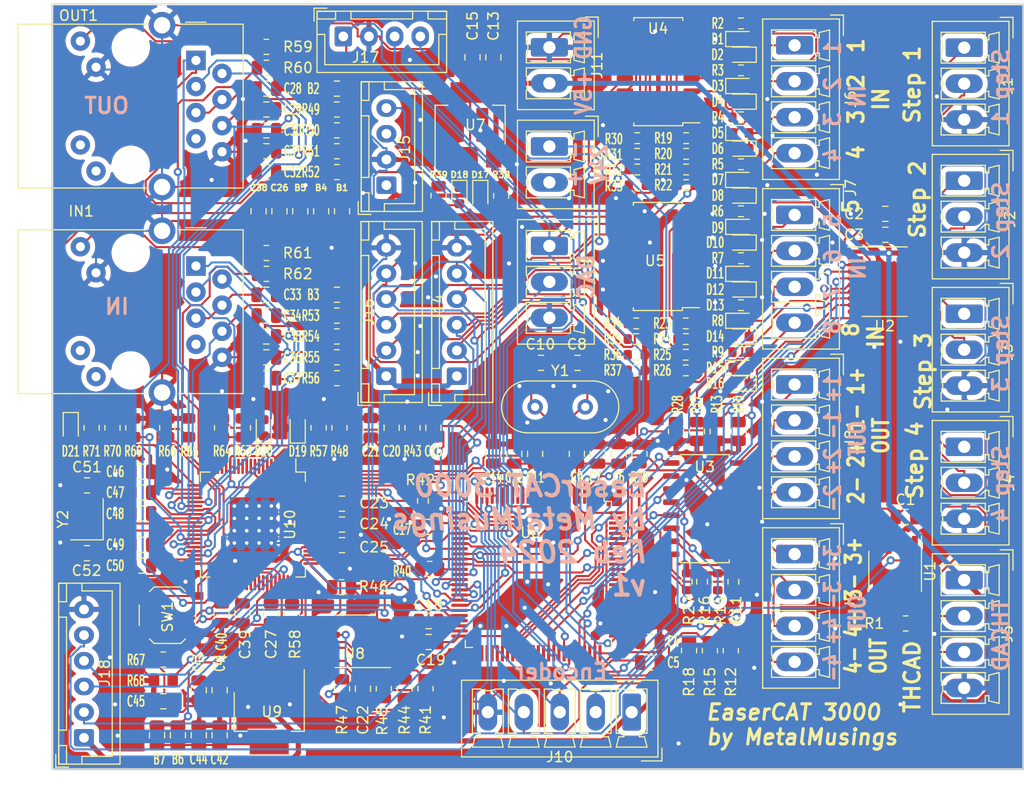
<source format=kicad_pcb>
(kicad_pcb (version 20221018) (generator pcbnew)
  (layers (0 "F.Cu" signal) (31 "B.Cu" signal) (34 "B.Paste" user) (35 "F.Paste" user) (36 "B.SilkS" user "B.Silkscreen") (37 "F.SilkS" user "F.Silkscreen") (38 "B.Mask" user) (39 "F.Mask" user) (44 "Edge.Cuts" user))
  (net 0 "")
  (net 1 "+1V2")
  (net 2 "+3.3V")
  (net 3 "+3.3VA")
  (net 4 "DAC1")
  (net 5 "Net-(D1-K)")
  (net 6 "GND")
  (net 7 "XSCI")
  (net 8 "SPI_SCK")
  (net 9 "SPI_CS")
  (net 10 "SPI_MISO")
  (net 11 "SPI_MOSI")
  (net 12 "I2C_SDA")
  (net 13 "I2C_SCL")
  (net 14 "+5V")
  (net 15 "Net-(IN1-Pad9)")
  (net 16 "Net-(OUT1-Pad9)")
  (net 17 "P0_TXOP")
  (net 18 "SWCLK")
  (net 19 "SWDIO")
  (net 20 "RX")
  (net 21 "TX")
  (net 22 "/STM32F4/BOOT1")
  (net 23 "Net-(D17-A)")
  (net 24 "Net-(D1-A)")
  (net 25 "Net-(IN1-RCT)")
  (net 26 "Net-(OUT1-RCT)")
  (net 33 "Net-(D3-K)")
  (net 34 "Net-(D3-A)")
  (net 35 "SYNC0")
  (net 36 "SYNC1")
  (net 37 "P1_TXOP")
  (net 38 "STEP1_DIR")
  (net 39 "STEP1_STEP")
  (net 40 "STEP2_DIR")
  (net 41 "STEP2_STEP")
  (net 42 "IO1")
  (net 43 "IO2")
  (net 44 "IO3")
  (net 45 "IO4")
  (net 46 "IO5")
  (net 47 "IO6")
  (net 48 "IO7")
  (net 49 "IO8")
  (net 50 "IO9")
  (net 51 "IO10")
  (net 52 "IO11")
  (net 53 "IO12")
  (net 54 "P0_TXON")
  (net 55 "P1_TXON")
  (net 56 "P0_RXIP")
  (net 57 "P1_RXIP")
  (net 58 "P0_RXIN")
  (net 59 "P1_RXIN")
  (net 60 "RESET_MCU")
  (net 61 "EEP_DONE")
  (net 62 "Net-(D5-K)")
  (net 63 "Net-(D5-A)")
  (net 64 "Net-(D7-K)")
  (net 65 "Net-(D7-A)")
  (net 66 "Net-(D15-K)")
  (net 67 "Net-(D15-A)")
  (net 68 "Net-(D18-A)")
  (net 69 "Net-(D19-A)")
  (net 70 "XSCO")
  (net 71 "Net-(D20-A)")
  (net 72 "RSTO")
  (net 73 "P0_ACT")
  (net 74 "P1_ACT")
  (net 75 "PDI_EMU")
  (net 76 "LED_RUN")
  (net 77 "LED_ERR")
  (net 78 "SINT")
  (net 79 "Net-(D21-K)")
  (net 80 "Net-(J5-Pin_2)")
  (net 81 "Net-(J5-Pin_3)")
  (net 82 "Net-(J9-Pin_1)")
  (net 83 "Net-(J9-Pin_2)")
  (net 84 "Net-(J9-Pin_3)")
  (net 85 "Net-(J9-Pin_4)")
  (net 86 "Net-(R6-Pad2)")
  (net 87 "Net-(R7-Pad2)")
  (net 88 "Net-(R8-Pad2)")
  (net 89 "Net-(R9-Pad2)")
  (net 90 "A1V2")
  (net 91 "SCS_FUNC")
  (net 92 "RST_MCU")
  (net 93 "Net-(D10-K)")
  (net 94 "Net-(D10-A)")
  (net 95 "Net-(D11-K)")
  (net 96 "Net-(D11-A)")
  (net 97 "Net-(D13-K)")
  (net 98 "Net-(D13-A)")
  (net 99 "ENC_A")
  (net 100 "ENC_B")
  (net 101 "ENC_Z")
  (net 102 "STEP1_DIR_OUT")
  (net 103 "STEP1_STEP_OUT")
  (net 104 "STEP2_DIR_OUT")
  (net 105 "STEP2_STEP_OUT")
  (net 106 "-24V_FIELD")
  (net 107 "+24V_FIELD")
  (net 108 "STEP3_DIR_OUT")
  (net 109 "STEP3_STEP_OUT")
  (net 110 "STEP4_DIR_OUT")
  (net 111 "STEP4_STEP_OUT")
  (net 112 "STEP3_STEP")
  (net 113 "STEP3_DIR")
  (net 114 "THCAD_CTR")
  (net 115 "STEP4_DIR")
  (net 116 "STEP4_STEP")
  (net 117 "Net-(U6-VCAP_2)")
  (net 118 "Net-(U6-PH0)")
  (net 119 "Net-(U6-PH1)")
  (net 120 "Net-(U6-VCAP_1)")
  (net 121 "Net-(J8-Pin_1)")
  (net 122 "Net-(J8-Pin_2)")
  (net 123 "Net-(J8-Pin_3)")
  (net 124 "Net-(J8-Pin_4)")
  (net 125 "Net-(R5-Pad2)")
  (net 126 "Net-(R2-Pad2)")
  (net 127 "Net-(R16-Pad1)")
  (net 128 "Net-(R19-Pad1)")
  (net 129 "Net-(R20-Pad1)")
  (net 130 "Net-(R21-Pad1)")
  (net 131 "Net-(R22-Pad1)")
  (net 132 "Net-(R23-Pad1)")
  (net 133 "Net-(R24-Pad1)")
  (net 134 "Net-(R25-Pad1)")
  (net 135 "Net-(R3-Pad2)")
  (net 136 "Net-(R27-Pad1)")
  (net 137 "Net-(U6-BOOT0)")
  (net 138 "Net-(U10-I2C_SCL)")
  (net 139 "Net-(U8-WP)")
  (net 140 "Net-(U10-TEST)")
  (net 141 "Net-(U10-SPI_MISO)")
  (net 142 "Net-(U10-P1_SD)")
  (net 143 "Net-(U10-RESET_BG)")
  (net 144 "Net-(U10-P0_SD)")
  (net 219 "Net-(R4-Pad2)")
  (net 220 "Net-(R11-Pad1)")
  (net 221 "Net-(R14-Pad1)")
  (net 222 "Net-(R26-Pad1)")
  (footprint "Connector_Phoenix_MC:PhoenixContact_MCV_1,5_3-G-3.5_1x03_P3.50mm_Vertical" (layer "F.Cu") (at 174.8715 54.1755 -90)
    (fp_text reference "J1")
    (fp_text value "Step1")
  )
  (footprint "Resistor_SMD:R_0603_1608Metric" (layer "F.Cu") (at 153.1365 74.676 180)
    (fp_text reference "R7")
    (fp_text value "4k7")
  )
  (footprint "HakansLibrary:LQFP-80-1EP_10x10mm_P0.4mm_EP5.3x4.5mm_ThermalVias" (layer "F.Cu") (at 105.618 100.605 -90)
    (fp_text reference "U10")
    (fp_text value "AX58100")
  )
  (footprint "Capacitor_SMD:C_0805_2012Metric" (layer "F.Cu") (at 114.3 70.104 -90)
    (fp_text reference "B1")
    (fp_text value "BLM18EG221SN1D")
  )
  (footprint "Resistor_SMD:R_0805_2012Metric" (layer "F.Cu") (at 146.812 91.5435 90)
    (fp_text reference "R28")
    (fp_text value "4k7")
  )
  (footprint "Resistor_SMD:R_0603_1608Metric" (layer "F.Cu") (at 153.1365 65.532 180)
    (fp_text reference "R5")
    (fp_text value "4k7")
  )
  (footprint "Package_QFP:LQFP-100_14x14mm_P0.5mm" (layer "F.Cu") (at 133.414 105.465 -90)
    (fp_text reference "U6")
    (fp_text value "STM32F407VGT6")
  )
  (footprint "Package_SO:SOIC-8_3.9x4.9mm_P1.27mm" (layer "F.Cu") (at 115.59 111.974 180)
    (fp_text reference "U8")
    (fp_text value "24LC32A")
  )
  (footprint "Resistor_SMD:R_0603_1608Metric" (layer "F.Cu") (at 153.1365 79.248 180)
    (fp_text reference "R8")
    (fp_text value "4k7")
  )
  (footprint "Resistor_SMD:R_0805_2012Metric" (layer "F.Cu") (at 121.158 91.186 -90)
    (fp_text reference "R43")
    (fp_text value "22")
  )
  (footprint "Capacitor_SMD:C_0805_2012Metric" (layer "F.Cu") (at 106.9238 82.296)
    (fp_text reference "C35")
    (fp_text value "10pF")
  )
  (footprint "Connector_JST:JST_XH_B6B-XH-A_1x06_P2.50mm_Vertical" (layer "F.Cu") (at 89.174 121.372 90)
    (fp_text reference "J18")
    (fp_text value "Out_opt")
  )
  (footprint "Connector_JST:JST_XH_B6B-XH-A_1x06_P2.50mm_Vertical" (layer "F.Cu") (at 125.476 86.16 90)
    (fp_text reference "J14")
    (fp_text value "In_opt1")
  )
  (footprint "Resistor_SMD:R_0805_2012Metric" (layer "F.Cu") (at 148.082 112.8795 -90)
    (fp_text reference "R18")
    (fp_text value "1k")
  )
  (footprint "Resistor_SMD:R_0603_1608Metric" (layer "F.Cu") (at 153.1365 83.82 180)
    (fp_text reference "R9")
    (fp_text value "4k7")
  )
  (footprint "Resistor_SMD:R_0805_2012Metric" (layer "F.Cu") (at 122.8295 104.931)
    (fp_text reference "R40")
    (fp_text value "22")
  )
  (footprint "Capacitor_SMD:C_0805_2012Metric" (layer "F.Cu") (at 139.192 93.726 90)
    (fp_text reference "C7")
    (fp_text value "0.1uF")
  )
  (footprint "Crystal:Crystal_HC49-4H_Vertical" (layer "F.Cu") (at 133.096 89.154)
    (fp_text reference "Y1")
    (fp_text value "8 MHz")
  )
  (footprint "Resistor_SMD:R_0805_2012Metric" (layer "F.Cu") (at 122.428 116.586 -90)
    (fp_text reference "R41")
    (fp_text value "4k7")
  )
  (footprint "LED_SMD:LED_0603_1608Metric" (layer "F.Cu") (at 87.884 91.186 -90)
    (fp_text reference "D21")
    (fp_text value "Green led")
  )
  (footprint "Capacitor_SMD:C_0805_2012Metric" (layer "F.Cu") (at 106.934 84.328)
    (fp_text reference "C36")
    (fp_text value "10pF")
  )
  (footprint "Capacitor_SMD:C_0805_2012Metric" (layer "F.Cu") (at 144.272 112.014)
    (fp_text reference "C4")
    (fp_text value "0.1uF")
  )
  (footprint "Resistor_SMD:R_0805_2012Metric" (layer "F.Cu") (at 106.934 56.134)
    (fp_text reference "R60")
    (fp_text value "510")
  )
  (footprint "Connector_Phoenix_MC:PhoenixContact_MCV_1,5_3-G-3.5_1x03_P3.50mm_Vertical" (layer "F.Cu") (at 134.4855 73.4795 -90)
    (fp_text reference "J13")
    (fp_text value "DAC")
  )
  (footprint "Resistor_SMD:R_0805_2012Metric" (layer "F.Cu") (at 99.314 91.186 90)
    (fp_text reference "R65")
    (fp_text value "4k7")
  )
  (footprint "Capacitor_SMD:C_0805_2012Metric" (layer "F.Cu") (at 141.224 93.726 90)
    (fp_text reference "C6")
    (fp_text value "0.1uF")
  )
  (footprint "LED_SMD:LED_0603_1608Metric" (layer "F.Cu") (at 153.1365 86.868 180)
    (fp_text reference "D16")
    (fp_text value "Red led")
  )
  (footprint "Resistor_SMD:R_0603_1608Metric" (layer "F.Cu") (at 147.797 67.564)
    (fp_text reference "R22")
    (fp_text value "1k")
  )
  (footprint "Capacitor_SMD:C_0805_2012Metric" (layer "F.Cu") (at 106.934 62.23)
    (fp_text reference "C30")
    (fp_text value "10pF")
  )
  (footprint "Capacitor_SMD:C_0805_2012Metric" (layer "F.Cu") (at 129.032 55.118 90)
    (fp_text reference "C13")
    (fp_text value "10uF")
  )
  (footprint "LED_SMD:LED_0603_1608Metric" (layer "F.Cu") (at 153.1365 85.344)
    (fp_text reference "D15")
    (fp_text value "Yellow led")
  )
  (footprint "Resistor_SMD:R_0603_1608Metric" (layer "F.Cu") (at 147.797 66.04)
    (fp_text reference "R21")
    (fp_text value "1k")
  )
  (footprint "Resistor_SMD:R_0805_2012Metric" (layer "F.Cu") (at 91.948 91.186 -90)
    (fp_text reference "R70")
    (fp_text value "510")
  )
  (footprint "Capacitor_SMD:C_0805_2012Metric" (layer "F.Cu") (at 122.726 112.043 180)
    (fp_text reference "C19")
    (fp_text value "0.1uF")
  )
  (footprint "LED_SMD:LED_0603_1608Metric" (layer "F.Cu") (at 153.1365 80.772)
    (fp_text reference "D13")
    (fp_text value "Yellow led")
  )
  (footprint "Resistor_SMD:R_0603_1608Metric" (layer "F.Cu") (at 142.939 81.026)
    (fp_text reference "R34")
    (fp_text value "39k")
  )
  (footprint "Capacitor_SMD:C_0805_2012Metric" (layer "F.Cu") (at 122.726 100.838 180)
    (fp_text reference "C17")
    (fp_text value "0.1uF")
  )
  (footprint "Resistor_SMD:R_0603_1608Metric" (layer "F.Cu") (at 153.1365 60.96 180)
    (fp_text reference "R4")
    (fp_text value "4k7")
  )
  (footprint "Capacitor_SMD:C_0805_2012Metric" (layer "F.Cu") (at 106.934 64.262)
    (fp_text reference "C31")
    (fp_text value "10pF")
  )
  (footprint "LED_SMD:LED_0603_1608Metric" (layer "F.Cu") (at 153.1365 73.152 180)
    (fp_text reference "D10")
    (fp_text value "Red led")
  )
  (footprint "Capacitor_SMD:C_0805_2012Metric" (layer "F.Cu") (at 107.396 109.241 -90)
    (fp_text reference "C27")
    (fp_text value "0.1uF")
  )
  (footprint "Capacitor_SMD:C_0805_2012Metric" (layer "F.Cu") (at 122.726 110.011)
    (fp_text reference "C18")
    (fp_text value "2.2uF")
  )
  (footprint "LED_SMD:LED_0603_1608Metric" (layer "F.Cu") (at 127.762 68.58 -90)
    (fp_text reference "D17")
    (fp_text value "Blue led")
  )
  (footprint "LED_SMD:LED_0603_1608Metric" (layer "F.Cu") (at 153.125 67.056)
    (fp_text reference "D7")
    (fp_text value "Yellow led")
  )
  (footprint "LED_SMD:LED_0603_1608Metric" (layer "F.Cu") (at 153.1365 62.484)
    (fp_text reference "D5")
    (fp_text value "Yellow led")
  )
  (footprint "Resistor_SMD:R_0805_2012Metric" (layer "F.Cu") (at 106.934 74.168)
    (fp_text reference "R61")
    (fp_text value "510")
  )
  (footprint "Capacitor_SMD:C_0805_2012Metric" (layer "F.Cu") (at 131.064 93.726 90)
    (fp_text reference "C12")
    (fp_text value "0.1uF")
  )
  (footprint "LED_SMD:LED_0603_1608Metric" (layer "F.Cu") (at 153.1365 82.296 180)
    (fp_text reference "D14")
    (fp_text value "Red led")
  )
  (footprint "Resistor_SMD:R_0805_2012Metric" (layer "F.Cu") (at 113.792 62.23)
    (fp_text reference "R50")
    (fp_text value "49.9")
  )
  (footprint "Resistor_SMD:R_0805_2012Metric" (layer "F.Cu") (at 114.254 106.701 180)
    (fp_text reference "R46")
    (fp_text value "4k7")
  )
  (footprint "Resistor_SMD:R_0603_1608Metric" (layer "F.Cu") (at 147.797 64.516)
    (fp_text reference "R20")
    (fp_text value "1k")
  )
  (footprint "Capacitor_SMD:C_0805_2012Metric" (layer "F.Cu") (at 106.9238 78.232 180)
    (fp_text reference "C33")
    (fp_text value "0.1uF")
  )
  (footprint "Resistor_SMD:R_0603_1608Metric" (layer "F.Cu") (at 153.1365 51.816 180)
    (fp_text reference "R2")
    (fp_text value "4k7")
  )
  (footprint "Capacitor_SMD:C_0805_2012Metric" (layer "F.Cu") (at 89.466 96.795)
    (fp_text reference "C51")
    (fp_text value "18pF")
  )
  (footprint "Crystal:Crystal_SMD_SeikoEpson_TSX3225-4Pin_3.2x2.5mm" (layer "F.Cu") (at 89.466 100.097 90)
    (fp_text reference "Y2")
    (fp_text value "NXK25.000AE12F-KAB6-12")
  )
  (footprint "Resistor_SMD:R_0805_2012Metric" (layer "F.Cu") (at 96.8975 115.784)
    (fp_text reference "R68")
    (fp_text value "4k7")
  )
  (footprint "Resistor_SMD:R_0603_1608Metric" (layer "F.Cu") (at 153.1365 56.388 180)
    (fp_text reference "R3")
    (fp_text value "4k7")
  )
  (footprint "Resistor_SMD:R_0805_2012Metric" (layer "F.Cu") (at 112.014 91.186 90)
    (fp_text reference "R57")
    (fp_text value "510")
  )
  (footprint "Connector_Phoenix_MC:PhoenixContact_MCV_1,5_3-G-3.5_1x03_P3.50mm_Vertical" (layer "F.Cu") (at 174.8715 80.0835 -90)
    (fp_text reference "J3")
    (fp_text value "Step3")
  )
  (footprint "Package_SO:SO-8_3.9x4.9mm_P1.27mm" (layer "F.Cu") (at 168.148 105.156 -90)
    (fp_text reference "U1")
    (fp_text value "MAX3485CSA/ESA")
  )
  (footprint "Resistor_SMD:R_0805_2012Metric" (layer "F.Cu") (at 129.794 68.605 90)
    (fp_text reference "R38")
    (fp_text value "1k")
  )
  (footprint "Connector_JST:JST_XH_B6B-XH-A_1x06_P2.50mm_Vertical" (layer "F.Cu") (at 118.601 86.16 90)
    (fp_text reference "J16")
    (fp_text value "In_opt2")
  )
  (footprint "Capacitor_SMD:C_0805_2012Metric" (layer "F.Cu") (at 144.272 114.046 180)
    (fp_text reference "C5")
    (fp_text value "2.2uF")
  )
  (footprint "Connector_Phoenix_MC:PhoenixContact_MCV_1,5_4-G-3.5_1x04_P3.50mm_Vertical" (layer "F.Cu") (at 158.3615 103.4795 -90)
    (fp_text reference "J9")
    (fp_text value "Output3-4")
  )
  (footprint "Capacitor_SMD:C_0805_2012Metric" (layer "F.Cu") (at 117.094 91.186 90)
    (fp_text reference "C21")
    (fp_text value "0.1uF")
  )
  (footprint "Capacitor_SMD:C_0805_2012Metric" (layer "F.Cu") (at 106.934 86.36)
    (fp_text reference "C37")
    (fp_text value "10pF")
  )
  (footprint "Capacitor_SMD:C_0805_2012Metric" (layer "F.Cu") (at 123.19 91.186 90)
    (fp_text reference "C16")
    (fp_text value "0.1uF")
  )
  (footprint "Resistor_SMD:R_0805_2012Metric" (layer "F.Cu") (at 93.98 91.186 90)
    (fp_text reference "R69")
    (fp_text value "4k7")
  )
  (footprint "Connector_Phoenix_MC:PhoenixContact_MCV_1,5_2-G-3.5_1x02_P3.50mm_Vertical" (layer "F.Cu") (at 134.4855 54.1475 -90)
    (fp_text reference "J11")
    (fp_text value "5V Power IN")
  )
  (footprint "Capacitor_SMD:C_0805_2012Metric" (layer "F.Cu") (at 133.096 93.726 90)
    (fp_text reference "C11")
    (fp_text value "0.1uF")
  )
  (footprint "LED_SMD:LED_0603_1608Metric" (layer "F.Cu") (at 153.1365 59.436 180)
    (fp_text reference "D4")
    (fp_text value "Red led")
  )
  (footprint "HakansLibrary:PulseJack JB0011D01BNL" (layer "F.Cu") (at 100.076 75.438 90)
    (fp_text reference "IN1")
    (fp_text value "J0011D01BNL")
  )
  (footprint "Connector_JST:JST_XH_B4B-XH-A_1x04_P2.50mm_Vertical" (layer "F.Cu") (at 114.42 53.086)
    (fp_text reference "J17")
    (fp_text value "STLINK")
  )
  (footprint "Capacitor_SMD:C_0805_2012Metric" (layer "F.Cu") (at 104.602 109.241 -90)
    (fp_text reference "C39")
    (fp_text value "0.1uF")
  )
  (footprint "Capacitor_SMD:C_0805_2012Metric" (layer "F.Cu") (at 133.67 84.865 180)
    (fp_text reference "C10")
    (fp_text value "22pF")
  )
  (footprint "Capacitor_SMD:C_0805_2012Metric" (layer "F.Cu") (at 98.318 121.118 90)
    (fp_text reference "B6")
    (fp_text value "BLM18EG221SN1D")
  )
  (footprint "Capacitor_SMD:C_0805_2012Metric" (layer "F.Cu") (at 113.792 58.166 180)
    (fp_text reference "B2")
    (fp_text value "BLM18EG221S")
  )
  (footprint "Resistor_SMD:R_0805_2012Metric" (layer "F.Cu") (at 118.364 116.586 -90)
    (fp_text reference "R45")
    (fp_text value "4k7")
  )
  (footprint "Capacitor_SMD:C_0805_2012Metric" (layer "F.Cu") (at 137.226 84.865)
    (fp_text reference "C8")
    (fp_text value "22pF")
  )
  (footprint "Resistor_SMD:R_0805_2012Metric" (layer "F.Cu") (at 109.428 109.241 -90)
    (fp_text reference "R58")
    (fp_text value "22")
  )
  (footprint "Capacitor_SMD:C_0805_2012Metric" (layer "F.Cu") (at 94.762 95.464 180)
    (fp_text reference "C46")
    (fp_text value "0.1uF")
  )
  (footprint "Resistor_SMD:R_0603_1608Metric" (layer "F.Cu") (at 142.939 85.598)
    (fp_text reference "R37")
    (fp_text value "39k")
  )
  (footprint "LED_SMD:LED_0603_1608Metric" (layer "F.Cu") (at 153.1365 57.912)
    (fp_text reference "D3")
    (fp_text value "Yellow led")
  )
  (footprint "Connector_Phoenix_MC:PhoenixContact_MCV_1,5_2-G-3.5_1x02_P3.50mm_Vertical" (layer "F.Cu") (at 134.4855 63.7995 -90)
    (fp_text reference "J12")
    (fp_text value "24V Field")
  )
  (footprint "Capacitor_SMD:C_0805_2012Metric" (layer "F.Cu") (at 113.792 78.232 180)
    (fp_text reference "B3")
    (fp_text value "BLM18EG221S")
  )
  (footprint "Connector_Phoenix_MC:PhoenixContact_MCV_1,5_4-G-3.5_1x04_P3.50mm_Vertical" (layer "F.Cu") (at 158.3615 53.9495 -90)
    (fp_text reference "J6")
    (fp_text value "In1-4")
  )
  (footprint "Resistor_SMD:R_0805_2012Metric" (layer "F.Cu") (at 113.792 66.294)
    (fp_text reference "R52")
    (fp_text value "49.9")
  )
  (footprint "Capacitor_SMD:C_0805_2012Metric" (layer "F.Cu") (at 94.762 102.576 180)
    (fp_text reference "C49")
    (fp_text value "0.1uF")
  )
  (footprint "Connector_Phoenix_MC:PhoenixContact_MCV_1,5_5-G-3.5_1x05_P3.50mm_Vertical" (layer "F.Cu") (at 142.494 118.872 180)
    (fp_text reference "J10")
    (fp_text value "Encoder")
  )
  (footprint "Resistor_SMD:R_0805_2012Metric" (layer "F.Cu") (at 106.934 54.102)
    (fp_text reference "R59")
    (fp_text value "510")
  )
  (footprint "Capacitor_SMD:C_0805_2012Metric" (layer "F.Cu") (at 100.35 116.734 -90)
    (fp_text reference "C43")
    (fp_text value "0.1uF")
  )
  (footprint "Resistor_SMD:R_0805_2012Metric" (layer "F.Cu") (at 113.792 84.328)
    (fp_text reference "R55")
    (fp_text value "49.9")
  )
  (footprint "Capacitor_SMD:C_0805_2012Metric" (layer "F.Cu") (at 114.3 100.605)
    (fp_text reference "C24")
    (fp_text value "0.1uF")
  )
  (footprint "Capacitor_SMD:C_0805_2012Metric" (layer "F.Cu") (at 129.032 93.726 90)
    (fp_text reference "C14")
    (fp_text value "0.1uF")
  )
  (footprint "Capacitor_SMD:C_0805_2012Metric" (layer "F.Cu") (at 89.466 103.399 180)
    (fp_text reference "C52")
    (fp_text value "18pF")
  )
  (footprint "Package_TO_SOT_SMD:SOT-223-3_TabPin2" (layer "F.Cu") (at 126.766 61.6945 90)
    (fp_text reference "U7")
    (fp_text value "AMS1117-3.3")
  )
  (footprint "Capacitor_SMD:C_0805_2012Metric" (layer "F.Cu") (at 112.268 70.104 -90)
    (fp_text reference "B4")
    (fp_text value "BLM18EG221SN1D")
  )
  (footprint "Resistor_SMD:R_0805_2012Metric" (layer "F.Cu") (at 102.616 91.186 -90)
    (fp_text reference "R64")
    (fp_text value "4k7")
  )
  (footprint "Capacitor_SMD:C_0805_2012Metric" (layer "F.Cu") (at 106.934 58.166 180)
    (fp_text reference "C28")
    (fp_text value "0.1uF")
  )
  (footprint "Capacitor_SMD:C_0805_2012Metric" (layer "F.Cu") (at 114.3 102.616)
    (fp_text reference "C25")
    (fp_text value "0.1uF")
  )
  (footprint "Resistor_SMD:R_0603_1608Metric" (layer "F.Cu") (at 142.939 82.55)
    (fp_text reference "R35")
    (fp_text value "39k")
  )
  (footprint "Capacitor_SMD:C_0805_2012Metric" (layer "F.Cu") (at 169.158 99.867)
    (fp_text reference "C1")
    (fp_text value "0.1uF")
  )
  (footprint "Connector_Phoenix_MC:PhoenixContact_MCV_1,5_3-G-3.5_1x03_P3.50mm_Vertical" (layer "F.Cu") (at 174.8715 67.1295 -90)
    (fp_text reference "J2")
    (fp_text value "Step2")
  )
  (footprint "Connector_JST:JST_XH_B4B-XH-A_1x04_P2.50mm_Vertical" (layer "F.Cu") (at 118.618 67.564 90)
    (fp_text reference "J15")
    (fp_text value "Serial usart1")
  )
  (footprint "Resistor_SMD:R_0805_2012Metric" (layer "F.Cu") (at 152.146 112.8795 -90)
    (fp_text reference "R12")
    (fp_text value "1k")
  )
  (footprint "Button_Switch_SMD:SW_Push_1P1T_XKB_TS-1187A" (layer "F.Cu") (at 97.302 109.434 180)
    (fp_text reference "SW1")
    (fp_text value "SW PB")
  )
  (footprint "Package_SO:SOIC-16_4.55x10.3mm_P1.27mm" (layer "F.Cu") (at 149.606 99.06)
    (fp_text reference "U3")
    (fp_text value "TLP292-4")
  )
  (footprint "Resistor_SMD:R_0805_2012Metric" (layer "F.Cu") (at 104.648 91.186 90)
    (fp_text reference "R63")
    (fp_text value "510")
  )
  (footprint "Resistor_SMD:R_0603_1608Metric" (layer "F.Cu") (at 147.765 82.55)
    (fp_text reference "R24")
    (fp_text value "1k")
  )
  (footprint "Resistor_SMD:R_0603_1608Metric" (layer "F.Cu") (at 147.797 62.992)
    (fp_text reference "R19")
    (fp_text value "1k")
  )
  (footprint "Capacitor_SMD:C_0805_2012Metric" (layer "F.Cu") (at 96.8975 117.816 180)
    (fp_text reference "C45")
    (fp_text value "1uF")
  )
  (footprint "Resistor_SMD:R_0603_1608Metric" (layer "F.Cu") (at 147.765 81.026)
    (fp_text reference "R23")
    (fp_text value "1k")
  )
  (footprint "Capacitor_SMD:C_0805_2012Metric" (layer "F.Cu") (at 167.198 72.39)
    (fp_text reference "C3")
    (fp_text value "0.1uF")
  )
  (footprint "Capacitor_SMD:C_0805_2012Metric" (layer "F.Cu") (at 106.934 80.264)
    (fp_text reference "C34")
    (fp_text value "10pF")
  )
  (footprint "LED_SMD:LED_0603_1608Metric" (layer "F.Cu") (at 106.68 91.186 90)
    (fp_text reference "D20")
    (fp_text value "Red led")
  )
  (footprint "Capacitor_SMD:C_0805_2012Metric" (layer "F.Cu") (at 127 55.118 90)
    (fp_text reference "C15")
    (fp_text value "0.1uF")
  )
  (footprint "Connector_Phoenix_MC:PhoenixContact_MCV_1,5_3-G-3.5_1x03_P3.50mm_Vertical" (layer "F.Cu") (at 174.8715 93.0375 -90)
    (fp_text reference "J4")
    (fp_text value "Step4")
  )
  (footprint "Connector_Phoenix_MC:PhoenixContact_MCV_1,5_4-G-3.5_1x04_P3.50mm_Vertical" (layer "F.Cu") (at 158.3615 86.9695 -90)
    (fp_text reference "J8")
    (fp_text value "Output1-2")
  )
  (footprint "Resistor_SMD:R_0603_1608Metric" (layer "F.Cu") (at 143.034 64.516)
    (fp_text reference "R31")
    (fp_text value "39k")
  )
  (footprint "Resistor_SMD:R_0603_1608Metric" (layer "F.Cu") (at 150.876 106.172 90)
    (fp_text reference "R14")
    (fp_text value "330")
  )
  (footprint "Resistor_SMD:R_0603_1608Metric" (layer "F.Cu") (at 122.174 98.298 -90)
    (fp_text reference "R42")
    (fp_text value "4k7")
  )
  (footprint "Resistor_SMD:R_0603_1608Metric" (layer "F.Cu") (at 147.765 84.074)
    (fp_text reference "R25")
    (fp_text value "1k")
  )
  (footprint "Resistor_SMD:R_0805_2012Metric" (layer "F.Cu") (at 120.396 116.586 -90)
    (fp_text reference "R44")
    (fp_text value "4k7")
  )
  (footprint "Resistor_SMD:R_0603_1608Metric" (layer "F.Cu") (at 147.765 85.598)
    (fp_text reference "R26")
    (fp_text value "1k")
  )
  (footprint "LED_SMD:LED_0603_1608Metric" (layer "F.Cu") (at 153.1365 53.34)
    (fp_text reference "D1")
    (fp_text value "Yellow led")
  )
  (footprint "Capacitor_SMD:C_0805_2012Metric" (layer "F.Cu") (at 108.204 70.104 -90)
    (fp_text reference "C26")
    (fp_text value "0.1uF")
  )
  (footprint "Capacitor_SMD:C_0805_2012Metric" (layer "F.Cu") (at 94.762 104.608 180)
    (fp_text reference "C50")
    (fp_text value "0.1uF")
  )
  (footprint "LED_SMD:LED_0603_1608Metric" (layer "F.Cu") (at 153.1365 68.58 180)
    (fp_text reference "D8")
    (fp_text value "Red led")
  )
  (footprint "Capacitor_SMD:C_0805_2012Metric" (layer "F.Cu") (at 114.3 98.573)
    (fp_text reference "C23")
    (fp_text value "0.1uF")
  )
  (footprint "Capacitor_SMD:C_0805_2012Metric" (layer "F.Cu") (at 106.934 60.198 180)
    (fp_text reference "C29")
    (fp_text value "10pF")
  )
  (footprint "LED_SMD:LED_0603_1608Metric" (layer "F.Cu") (at 109.982 91.186 90)
    (fp_text reference "D19")
    (fp_text value "Green led")
  )
  (footprint "Capacitor_SMD:C_0805_2012Metric" (layer "F.Cu") (at 102.382 121.118 90)
    (fp_text reference "C42")
    (fp_text value "10uF")
  )
  (footprint "LED_SMD:LED_0603_1608Metric" (layer "F.Cu") (at 153.1365 64.008 180)
    (fp_text reference "D6")
    (fp_text value "Red led")
  )
  (footprint "Package_SO:SOIC-16_4.55x10.3mm_P1.27mm" (layer "F.Cu") (at 145.086 56.515 180)
    (fp_text reference "U4")
    (fp_text value "TLP292-4")
  )
  (footprint "LED_SMD:LED_0603_1608Metric" (layer "F.Cu") (at 153.1365 76.2)
    (fp_text reference "D11")
    (fp_text value "Yellow led")
  )
  (footprint "Connector_Phoenix_MC:PhoenixContact_MCV_1,5_4-G-3.5_1x04_P3.50mm_Vertical" (layer "F.Cu") (at 174.8715 106.0195 -90)
    (fp_text reference "J5")
    (fp_text value "THCAD")
  )
  (footprint "Resistor_SMD:R_0805_2012Metric" (layer "F.Cu") (at 143.256 93.726 -90)
    (fp_text reference "R29")
    (fp_text value "22")
  )
  (footprint "Resistor_SMD:R_0805_2012Metric" (layer "F.Cu") (at 89.916 91.186 -90)
    (fp_text reference "R71")
    (fp_text value "4k7")
  )
  (footprint "Capacitor_SMD:C_0805_2012Metric" (layer "F.Cu") (at 100.35 121.118 90)
    (fp_text reference "C44")
    (fp_text value "0.1uF")
  )
  (footprint "LED_SMD:LED_0603_1608Metric" (layer "F.Cu") (at 125.73 68.58 -90)
    (fp_text reference "D18")
    (fp_text value "Blue led")
  )
  (footprint "Resistor_SMD:R_0603_1608Metric" (layer "F.Cu") (at 153.1365 70.104 180)
    (fp_text reference "R6")
    (fp_text value "4k7")
  )
  (footprint "Package_TO_SOT_SMD:SOT-223-3_TabPin2" (layer "F.Cu") (at 107.208 118.832 -90)
    (fp_text reference "U9")
    (fp_text value "AMS1117-1.2")
  )
  (footprint "Capacitor_SMD:C_0805_2012Metric" (layer "F.Cu") (at 116.332 116.586 90)
    (fp_text reference "C22")
    (fp_text value "0.1uF")
  )
  (footprint "Package_SO:SOIC-16_4.55x10.3mm_P1.27mm" (layer "F.Cu") (at 145.043 74.509 180)
    (fp_text reference "U5")
    (fp_text value "TLP292-4")
  )
  (footprint "Resistor_SMD:R_0805_2012Metric" (layer "F.Cu") (at 113.792 64.262)
    (fp_text reference "R51")
    (fp_text value "49.9")
  )
  (footprint "Resistor_SMD:R_0805_2012Metric" (layer "F.Cu") (at 113.792 86.36)
    (fp_text reference "R56")
    (fp_text value "49.9")
  )
  (footprint "Capacitor_SMD:C_0805_2012Metric" (layer "F.Cu") (at 167.198 70.358)
    (fp_text reference "C2")
    (fp_text value "0.1uF")
  )
  (footprint "Resistor_SMD:R_0603_1608Metric" (layer "F.Cu") (at 143.043 62.992)
    (fp_text reference "R30")
    (fp_text value "39k")
  )
  (footprint "Resistor_SMD:R_0805_2012Metric" (layer "F.Cu") (at 113.792 80.264)
    (fp_text reference "R53")
    (fp_text value "49.9")
  )
  (footprint "LED_SMD:LED_0603_1608Metric" (layer "F.Cu") (at 153.1365 77.724 180)
    (fp_text reference "D12")
    (fp_text value "Red led")
  )
  (footprint "Capacitor_SMD:C_0805_2012Metric" (layer "F.Cu") (at 137.16 93.726 90)
    (fp_text reference "C9")
    (fp_text value "0.1uF")
  )
  (footprint "Resistor_SMD:R_0805_2012Metric" (layer "F.Cu") (at 114.046 91.186 90)
    (fp_text reference "R48")
    (fp_text value "4k7")
  )
  (footprint "Resistor_SMD:R_0805_2012Metric" (layer "F.Cu") (at 114.3 116.586 90)
    (fp_text reference "R47")
    (fp_text value "22")
  )
  (footprint "Resistor_SMD:R_0805_2012Metric" (layer "F.Cu") (at 106.934 76.2)
    (fp_text reference "R62")
    (fp_text value "510")
  )
  (footprint "Resistor_SMD:R_0603_1608Metric" (layer "F.Cu") (at 142.939 84.074)
    (fp_text reference "R36")
    (fp_text value "39k")
  )
  (footprint "Resistor_SMD:R_0805_2012Metric" (layer "F.Cu") (at 169.164 110.236)
    (fp_text reference "R1")
    (fp_text value "120")
  )
  (footprint "Capacitor_SMD:C_0805_2012Metric" (layer "F.Cu") (at 94.762 99.528 180)
    (fp_text reference "C48")
    (fp_text value "0.1uF")
  )
  (footprint "HakansLibrary:PulseJack JB0011D01BNL" (layer "F.Cu") (at 100.076 55.4228 90)
    (fp_text reference "OUT1")
    (fp_text value "J0011D01BNL")
  )
  (footprint "Capacitor_SMD:C_0805_2012Metric" (layer "F.Cu") (at 106.934 66.294)
    (fp_text reference "C32")
    (fp_text value "10pF")
  )
  (footprint "Capacitor_SMD:C_0805_2012Metric" (layer "F.Cu") (at 106.172 70.104 -90)
    (fp_text reference "C38")
    (fp_text value "10uF")
  )
  (footprint "Resistor_SMD:R_0805_2012Metric" (layer "F.Cu") (at 96.8975 113.752)
    (fp_text reference "R67")
    (fp_text value "4k7")
  )
  (footprint "LED_SMD:LED_0603_1608Metric" (layer "F.Cu") (at 153.1365 71.628)
    (fp_text reference "D9")
    (fp_text value "Yellow led")
  )
  (footprint "Capacitor_SMD:C_0805_2012Metric" (layer "F.Cu") (at 96.286 121.118 90)
    (fp_text reference "B7")
    (fp_text value "BLM18EG221SN1D")
  )
  (footprint "Resistor_SMD:R_0603_1608Metric" (layer "F.Cu") (at 143.043 66.04)
    (fp_text reference "R32")
    (fp_text value "39k")
  )
  (footprint "Resistor_SMD:R_0805_2012Metric" (layer "F.Cu") (at 97.282 91.186 90)
    (fp_text reference "R66")
    (fp_text value "12k 1%")
  )
  (footprint "Capacitor_SMD:C_0805_2012Metric" (layer "F.Cu") (at 110.236 70.104 -90)
    (fp_text reference "B5")
    (fp_text value "BLM18EG221SN1D")
  )
  (footprint "Capacitor_SMD:C_0805_2012Metric" (layer "F.Cu") (at 119.126 91.186 90)
    (fp_text reference "C20")
    (fp_text value "0.1uF")
  )
  (footprint "Resistor_SMD:R_0805_2012Metric" (layer "F.Cu") (at 150.876 91.5435 90)
    (fp_text reference "R13")
    (fp_text value "4k7")
  )
  (footprint "Resistor_SMD:R_0805_2012Metric" (layer "F.Cu") (at 150.114 112.8795 -90)
    (fp_text reference "R15")
    (fp_text value "1k")
  )
  (footprint "Capacitor_SMD:C_0805_2012Metric" (layer "F.Cu") (at 102.382 116.734 -90)
    (fp_text reference "C41")
    (fp_text value "10uF")
  )
  (footprint "Resistor_SMD:R_0805_2012Metric" (layer "F.Cu") (at 123.698 68.58 90)
    (fp_text reference "R39")
    (fp_text value "1k")
  )
  (footprint "Capacitor_SMD:C_0805_2012Metric" (layer "F.Cu") (at 94.762 97.496 180)
    (fp_text reference "C47")
    (fp_text value "0.1uF")
  )
  (footprint "Resistor_SMD:R_0805_2012Metric" (layer "F.Cu") (at 113.792 82.296)
    (fp_text reference "R54")
    (fp_text value "49.9")
  )
  (footprint "Resistor_SMD:R_0603_1608Metric" (layer "F.Cu") (at 152.4 106.172 90)
    (fp_text reference "R11")
    (fp_text value "330")
  )
  (footprint "Capacitor_SMD:C_0805_2012Metric" (layer "F.Cu") (at 102.57 109.241 -90)
    (fp_text reference "C40")
    (fp_text value "0.1uF")
  )
  (footprint "LED_SMD:LED_0603_1608Metric" (layer "F.Cu") (at 153.1365 54.864 180)
    (fp_text reference "D2")
    (fp_text value "Red led")
  )
  (footprint "Package_SO:TSSOP-20_4.4x6.5mm_P0.65mm" (layer "F.Cu") (at 167.132 76.962)
    (fp_text reference "U2")
    (fp_text value "TXS0108EPW")
  )
  (footprint "Resistor_SMD:R_0603_1608Metric" (layer "F.Cu") (at 143.043 67.564)
    (fp_text reference "R33")
    (fp_text value "39k")
  )
  (footprint "Connector_Phoenix_MC:PhoenixContact_MCV_1,5_4-G-3.5_1x04_P3.50mm_Vertical" (layer "F.Cu") (at 158.3615 70.4595 -90)
    (fp_text reference "J7")
    (fp_text value "In5-8")
  )
  (footprint "Resistor_SMD:R_0805_2012Metric" (layer "F.Cu") (at 152.908 91.5435 90)
    (fp_text reference "R10")
    (fp_text value "4k7")
  )
  (footprint "Resistor_SMD:R_0805_2012Metric" (layer "F.Cu") (at 113.792 60.198)
    (fp_text reference "R49")
    (fp_text value "49.9")
  )
  (footprint "Resistor_SMD:R_0603_1608Metric" (layer "F.Cu") (at 147.858 106.172 90)
    (fp_text reference "R27")
    (fp_text value "330")
  )
  (footprint "Resistor_SMD:R_0805_2012Metric" (layer "F.Cu") (at 148.844 91.5435 90)
    (fp_text reference "R17")
    (fp_text value "4k7")
  )
  (footprint "Resistor_SMD:R_0603_1608Metric" (layer "F.Cu") (at 149.352 106.172 90)
    (fp_text reference "R16")
    (fp_text value "330")
  )
  (gr_rect (start 86.1006 49.9726) (end 180.614 124.42) (stroke (width 0.2)) (fill none) (layer "Edge.Cuts"))
  (gr_text "1  2  3  4\nIN " (at 165.354 59.436 90) (layer "B.SilkS") (effects (font (size 1.5 1.4) (thickness 0.3) bold) (justify bottom mirror)))
  (gr_text "IN" (at 93.726 80.264) (layer "B.SilkS") (effects (font (size 1.5 1.5) (thickness 0.3) bold) (justify left bottom mirror)))
  (gr_text "1+ 1- 2+ 2-\nOUT " (at 165.354 92.71 90) (layer "B.SilkS") (effects (font (size 1.5 1.2) (thickness 0.3) bold) (justify bottom mirror)))
  (gr_text "Step 2" (at 179.324 67.056 90) (layer "B.SilkS") (effects (font (size 1.5 1.5) (thickness 0.3) bold) (justify left bottom mirror)))
  (gr_text "GND +5V" (at 138.684 55.88 90) (layer "B.SilkS") (effects (font (size 1.5 1.4) (thickness 0.3) bold) (justify bottom mirror)))
  (gr_text "3+ 3- 4+ 4-\nOUT" (at 165.354 109.22 90) (layer "B.SilkS") (effects (font (size 1.5 1.2) (thickness 0.3) bold) (justify bottom mirror)))
  (gr_text "EaserCAT 3000\nby MetalMusings\nFeb 2024\nv1" (at 144.272 107.696) (layer "B.SilkS") (effects (font (size 2 2) (thickness 0.4) bold italic) (justify left bottom mirror)))
  (gr_text "- +\n24V" (at 140.208 65.532 90) (layer "B.SilkS") (effects (font (size 1.5 1.4) (thickness 0.3) bold) (justify bottom mirror)))
  (gr_text "Encoder" (at 135.636 115.824) (layer "B.SilkS") (effects (font (size 1.5 1.5) (thickness 0.3) bold) (justify bottom mirror)))
  (gr_text "THCAD" (at 179.324 107.696 90) (layer "B.SilkS") (effects (font (size 1.5 1.5) (thickness 0.3) bold) (justify left bottom mirror)))
  (gr_text "OUT" (at 93.726 60.706) (layer "B.SilkS") (effects (font (size 1.5 1.5) (thickness 0.3) bold) (justify left bottom mirror)))
  (gr_text "DAC" (at 138.938 76.454 90) (layer "B.SilkS") (effects (font (size 1.5 1.5) (thickness 0.3) bold) (justify bottom mirror)))
  (gr_text "Step 4" (at 179.324 92.71 90) (layer "B.SilkS") (effects (font (size 1.5 1.5) (thickness 0.3) bold) (justify left bottom mirror)))
  (gr_text "Step 3" (at 179.324 80.01 90) (layer "B.SilkS") (effects (font (size 1.5 1.5) (thickness 0.3) bold) (justify left bottom mirror)))
  (gr_text "5  6  7  8\nIN " (at 165.354 76.2 90) (layer "B.SilkS") (effects (font (size 1.5 1.4) (thickness 0.3) bold) (justify bottom mirror)))
  (gr_text "Step 1" (at 179.324 54.102 90) (layer "B.SilkS") (effects (font (size 1.5 1.5) (thickness 0.3) bold) (justify left bottom mirror)))
  (gr_text "Step 2" (at 171.196 72.898 90) (layer "F.SilkS") (effects (font (size 1.5 1.5) (thickness 0.3) bold) (justify left bottom)))
  (gr_text "Step 4" (at 170.942 98.298 90) (layer "F.SilkS") (effects (font (size 1.5 1.5) (thickness 0.3) bold) (justify left bottom)))
  (gr_text "4- 4+ 3- 3+\nOUT" (at 167.386 115.316 90) (layer "F.SilkS") (effects (font (size 1.5 1.2) (thickness 0.3) bold) (justify left bottom)))
  (gr_text "2- 2+ 1- 1+\nOUT" (at 167.64 91.948 90) (layer "F.SilkS") (effects (font (size 1.5 1.2) (thickness 0.3) bold) (justify bottom)))
  (gr_text "4  3  2  1\nIN" (at 167.64 59.182 90) (layer "F.SilkS") (effects (font (size 1.5 1.4) (thickness 0.3) bold) (justify bottom)))
  (gr_text "EaserCAT 3000\nby MetalMusings" (at 149.606 122.174) (layer "F.SilkS") (effects (font (size 1.5 1.5) (thickness 0.3) bold italic) (justify left bottom)))
  (gr_text "Step 3" (at 171.7615 89.6435 90) (layer "F.SilkS") (effects (font (size 1.5 1.5) (thickness 0.3) bold) (justify left bottom)))
  (gr_text "THCAD" (at 170.688 119.126 90) (layer "F.SilkS") (effects (font (size 1.5 1.5) (thickness 0.3) bold) (justify left bottom)))
  (gr_text "Step 1" (at 170.688 61.722 90) (layer "F.SilkS") (effects (font (size 1.5 1.5) (thickness 0.3) bold) (justify left bottom)))
  (gr_text " 8          5\nIN" (at 167.132 83.566 90) (layer "F.SilkS") (effects (font (size 1.5 1.4) (thickness 0.3) bold) (justify left bottom)))
  (segment (start 103.4164 117.2809) (end 102.8695 116.734) (width 0.2) (layer "F.Cu") (net 1))
  (segment (start 100.4972 109.8119) (end 100.7521 109.8119) (width 0.2) (layer "F.Cu") (net 1))
  (segment (start 107.6192 93.9376) (end 107.818 94.1364) (width 0.2) (layer "F.Cu") (net 1))
  (segment (start 106.2061 115.682) (end 106.2061 114.8053) (width 0.2) (layer "F.Cu") (net 1))
  (segment (start 108.664001 96.980001) (end 103.837101 96.980001) (width 0.2) (layer "F.Cu") (net 1))
  (segment (start 100.2282 114.0257) (end 100.2282 113.4858) (width 0.2) (layer "F.Cu") (net 1))
  (segment (start 111.2805 100.005) (end 110.499326 100.005) (width 0.2) (layer "F.Cu") (net 1))
  (segment (start 102.8695 116.734) (end 99.8138 116.734) (width 0.2) (layer "F.Cu") (net 1))
  (segment (start 107.396 108.291) (end 107.396 106.2895) (width 0.2) (layer "F.Cu") (net 1))
  (segment (start 103.4164 121.982) (end 107.208 121.982) (width 0.2) (layer "F.Cu") (net 1))
  (segment (start 101.1351 100.005) (end 101.2982 100.1681) (width 0.2) (layer "F.Cu") (net 1))
  (segment (start 100.35 122.068) (end 98.318 122.068) (width 0.2) (layer "F.Cu") (net 1))
  (segment (start 107.208 115.682) (end 106.2061 115.682) (width 0.2) (layer "F.Cu") (net 1))
  (segment (start 96.189 100.005) (end 95.712 99.528) (width 0.2) (layer "F.Cu") (net 1))
  (segment (start 99.9555 100.005) (end 101.1351 100.005) (width 0.2) (layer "F.Cu") (net 1))
  (segment (start 104.602 108.291) (end 103.818 107.507) (width 0.2) (layer "F.Cu") (net 1))
  (segment (start 103.418 94.9425) (end 103.418 94.1051) (width 0.2) (layer "F.Cu") (net 1))
  (segment (start 122.4367 92.8893) (end 123.19 92.136) (width 0.2) (layer "F.Cu") (net 1))
  (segment (start 107.818 94.1364) (end 107.818 94.9425) (width 0.2) (layer "F.Cu") (net 1))
  (segment (start 103.4164 121.982) (end 103.4164 117.2809) (width 0.2) (layer "F.Cu") (net 1))
  (segment (start 103.652 109.241) (end 104.602 108.291) (width 0.2) (layer "F.Cu") (net 1))
  (segment (start 99.3716 116.2918) (end 99.3716 114.8823) (width 0.2) (layer "F.Cu") (net 1))
  (segment (start 103.9738 105.2743) (end 107.2079 105.2743) (width 0.2) (layer "F.Cu") (net 1))
  (segment (start 107.418 105.4844) (end 107.418 106.2675) (width 0.2) (layer "F.Cu") (net 1))
  (segment (start 115.9292 93.3008) (end 108.6536 93.3008) (width 0.2) (layer "F.Cu") (net 1))
  (segment (start 99.9555 100.005) (end 96.189 100.005) (width 0.2) (layer "F.Cu") (net 1))
  (segment (start 110.293 98.609) (end 108.664001 96.980001) (width 0.2) (layer "F.Cu") (net 1))
  (segment (start 103.818 107.507) (end 103.818 106.2675) (width 0.2) (layer "F.Cu") (net 1))
  (segment (start 105.4265 114.0257) (end 100.2282 114.0257) (width 0.2) (layer "F.Cu") (net 1))
  (segment (start 103.418 94.1051) (end 103.5855 93.9376) (width 0.2) (layer "F.Cu") (net 1))
  (segment (start 102.382 122.068) (end 100.35 122.068) (width 0.2) (layer "F.Cu") (net 1))
  (segment (start 103.418 96.5609) (end 103.526881 96.669781) (width 0.2) (layer "F.Cu") (net 1))
  (segment (start 117.8473 92.8893) (end 122.4367 92.8893) (width 0.2) (layer "F.Cu") (net 1))
  (segment (start 100.7521 109.8119) (end 101.4924 109.8119) (width 0.2) (layer "F.Cu") (net 1))
  (segment (start 103.818 105.4301) (end 103.9738 105.2743) (width 0.2) (layer "F.Cu") (net 1))
  (segment (start 103.837101 96.980001) (end 103.526881 96.669781) (width 0.2) (layer "F.Cu") (net 1))
  (segment (start 107.2079 105.2743) (end 107.418 105.4844) (width 0.2) (layer "F.Cu") (net 1))
  (segment (start 103.818 106.2675) (end 103.818 105.4301) (width 0.2) (layer "F.Cu") (net 1))
  (segment (start 110.293 99.798674) (end 110.293 98.609) (width 0.2) (layer "F.Cu") (net 1))
  (segment (start 99.156 112.4136) (end 99.156 111.1531) (width 0.2) (layer "F.Cu") (net 1))
  (segment (start 102.0633 109.241) (end 103.652 109.241) (width 0.2) (layer "F.Cu") (net 1))
  (segment (start 117.094 92.136) (end 115.9292 93.3008) (width 0.2) (layer "F.Cu") (net 1))
  (segment (start 108.6536 93.3008) (end 107.818 94.1364) (width 0.2) (layer "F.Cu") (net 1))
  (segment (start 106.2061 114.8053) (end 105.4265 114.0257) (width 0.2) (layer "F.Cu") (net 1))
  (segment (start 99.156 111.1531) (end 100.4972 109.8119) (width 0.2) (layer "F.Cu") (net 1))
  (segment (start 100.2282 113.4858) (end 99.156 112.4136) (width 0.2) (layer "F.Cu") (net 1))
  (segment (start 103.5855 93.9376) (end 107.6192 93.9376) (width 0.2) (layer "F.Cu") (net 1))
  (segment (start 112.75 100.005) (end 111.2805 100.005) (width 0.2) (layer "F.Cu") (net 1))
  (segment (start 99.3716 114.8823) (end 100.2282 114.0257) (width 0.2) (layer "F.Cu") (net 1))
  (segment (start 103.418 94.9425) (end 103.418 96.5609) (width 0.2) (layer "F.Cu") (net 1))
  (segment (start 99.8138 116.734) (end 99.3716 116.2918) (width 0.2) (layer "F.Cu") (net 1))
  (segment (start 98.318 122.068) (end 96.286 122.068) (width 0.2) (layer "F.Cu") (net 1))
  (segment (start 103.4164 121.982) (end 102.468 121.982) (width 0.2) (layer "F.Cu") (net 1))
  (segment (start 117.094 92.136) (end 117.8473 92.8893) (width 0.2) (layer "F.Cu") (net 1))
  (segment (start 110.499326 100.005) (end 110.293 99.798674) (width 0.2) (layer "F.Cu") (net 1))
  (segment (start 101.4924 109.8119) (end 102.0633 109.241) (width 0.2) (layer "F.Cu") (net 1))
  (segment (start 113.35 100.605) (end 112.75 100.005) (width 0.2) (layer "F.Cu") (net 1))
  (via (at 101.2982 100.1681) (size 0.8) (drill 0.4) (layers "F.Cu" "B.Cu") (net 1))
  (via (at 103.526881 96.669781) (size 0.8) (drill 0.4) (layers "F.Cu" "B.Cu") (net 1))
  (via (at 100.7521 109.8119) (size 0.8) (drill 0.4) (layers "F.Cu" "B.Cu") (net 1))
  (segment (start 101.2982 100.1681) (end 102.4119 99.0544) (width 0.2) (layer "B.Cu") (net 1))
  (segment (start 102.4119 99.0544) (end 102.4119 97.784762) (width 0.2) (layer "B.Cu") (net 1))
  (segment (start 100.7521 109.8119) (end 100.598 109.6578) (width 0.2) (layer "B.Cu") (net 1))
  (segment (start 102.4119 97.784762) (end 103.526881 96.669781) (width 0.2) (layer "B.Cu") (net 1))
  (segment (start 100.598 109.6578) (end 100.598 100.8683) (width 0.2) (layer "B.Cu") (net 1))
  (segment (start 100.598 100.8683) (end 101.2982 100.1681) (width 0.2) (layer "B.Cu") (net 1))
  (segment (start 106.7181 96.63) (end 108.822 96.63) (width 0.2) (layer "F.Cu") (net 2))
  (segment (start 131.064 94.676) (end 129.032 94.676) (width 0.2) (layer "F.Cu") (net 2))
  (segment (start 142.9224 57.4651) (end 141.9675 58.42) (width 0.2) (layer "F.Cu") (net 2))
  (segment (start 142.8962 59.3487) (end 141.9675 58.42) (width 0.2) (layer "F.Cu") (net 2))
  (segment (start 136.914 98.5687) (end 136.914 97.79) (width 0.2) (layer "F.Cu") (net 2))
  (segment (start 138.989 103.130339) (end 137.9592 102.100539) (width 0.2) (layer "F.Cu") (net 2))
  (segment (start 114.742 78.232) (end 114.742 80.2265) (width 0.2) (layer "F.Cu") (net 2))
  (segment (start 140.7826 54.2616) (end 141.7042 53.34) (width 0.2) (layer "F.Cu") (net 2))
  (segment (start 117.082 114.4401) (end 120.8484 114.4401) (width 0.2) (layer "F.Cu") (net 2))
  (segment (start 134.414 97.79) (end 134.414 98.589999) (width 0.2) (layer "F.Cu") (net 2))
  (segment (start 123.676 100.838) (end 123.676 100.613) (width 0.2) (layer "F.Cu") (net 2))
  (segment (start 98.806 110.8351) (end 98.806 112.756) (width 0.2) (layer "F.Cu") (net 2))
  (segment (start 131.88191 98.84) (end 131.87911 98.8428) (width 0.2) (layer "F.Cu") (net 2))
  (segment (start 115.2821 70.1361) (end 115.2821 77.6919) (width 0.2) (layer "F.Cu") (net 2))
  (segment (start 125.739 100.465) (end 123.824 100.465) (width 0.2) (layer "F.Cu") (net 2))
  (segment (start 141.368 113.14) (end 139.414 113.14) (width 0.2) (layer "F.Cu") (net 2))
  (segment (start 130.414 96.990001) (end 130.163999 96.74) (width 0.2) (layer "F.Cu") (net 2))
  (segment (start 168.208 99.867) (end 167.4011 99.0601) (width 0.2) (layer "F.Cu") (net 2))
  (segment (start 132.588 98.8428) (end 132.128498 98.8428) (width 0.2) (layer "F.Cu") (net 2))
  (segment (start 113.35 98.573) (end 114.1219 99.3449) (width 0.2) (layer "F.Cu") (net 2))
  (segment (start 144.9835 95.326) (end 144.9835 94.9225) (width 0.2) (layer "F.Cu") (net 2))
  (segment (start 114.7045 86.36) (end 114.7045 84.328) (width 0.2) (layer "F.Cu") (net 2))
  (segment (start 163.4565 72.6423) (end 163.2385 72.8603) (width 0.2) (layer "F.Cu") (net 2))
  (segment (start 105.818 94.9425) (end 105.818 95.7299) (width 0.2) (layer "F.Cu") (net 2))
  (segment (start 125.739 111.465) (end 125.161 112.043) (width 0.2) (layer "F.Cu") (net 2))
  (segment (start 106.172 69.154) (end 108.204 69.154) (width 0.2) (layer "F.Cu") (net 2))
  (segment (start 143.934 93.873) (end 142.027 93.873) (width 0.2) (layer "F.Cu") (net 2))
  (segment (start 111.884 112.2355) (end 112.0719 112.0476) (width 0.2) (layer "F.Cu") (net 2))
  (segment (start 114.7697 103.6045) (end 120.1695 103.6045) (width 0.2) (layer "F.Cu") (net 2))
  (segment (start 141.3542 55.88) (end 140.7826 55.3084) (width 0.2) (layer "F.Cu") (net 2))
  (segment (start 136.3159 96.3487) (end 136.236477 96.428123) (width 0.2) (layer "F.Cu") (net 2))
  (segment (start 163.2385 72.8603) (end 163.2385 74.2475) (width 0.2) (layer "F.Cu") (net 2))
  (segment (start 123.698 67.6675) (end 122.3245 66.294) (width 0.2) (layer "F.Cu") (net 2))
  (segment (start 122.726 112.043) (end 123.676 112.043) (width 0.2) (layer "F.Cu") (net 2))
  (segment (start 142.8962 59.9937) (end 142.8962 59.3487) (width 0.2) (layer "F.Cu") (net 2))
  (segment (start 115.0197 91.3705) (end 115.0197 86.6752) (width 0.2) (layer "F.Cu") (net 2))
  (segment (start 137.16 95.5046) (end 136.3159 96.3487) (width 0.2) (layer "F.Cu") (net 2))
  (segment (start 141.9968 55.88) (end 142.9224 56.8056) (width 0.2) (layer "F.Cu") (net 2))
  (segment (start 160.0529 69.2387) (end 163.4565 72.6423) (width 0.2) (layer "F.Cu") (net 2))
  (segment (start 129.414 96.990001) (end 129.414 97.79) (width 0.2) (layer "F.Cu") (net 2))
  (segment (start 137.16 94.676) (end 137.16 95.5046) (width 0.2) (layer "F.Cu") (net 2))
  (segment (start 130.6438 98.8428) (end 130.414 98.613) (width 0.2) (layer "F.Cu") (net 2))
  (segment (start 102.0696 108.291) (end 101.3685 108.9921) (width 0.2) (layer "F.Cu") (net 2))
  (segment (start 125.8496 55.7765) (end 125.8496 58.166) (width 0.2) (layer "F.Cu") (net 2))
  (segment (start 176.2413 98.8593) (end 169.2157 98.8593) (width 0.2) (layer "F.Cu") (net 2))
  (segment (start 169.2157 98.8593) (end 168.208 99.867) (width 0.2) (layer "F.Cu") (net 2))
  (segment (start 122.726 112.043) (end 122.726 109.01) (width 0.2) (layer "F.Cu") (net 2))
  (segment (start 137.1296 105.6215) (end 138.305261 105.6215) (width 0.2) (layer "F.Cu") (net 2))
  (segment (start 152.0211 99.0601) (end 148.287 95.326) (width 0.2) (layer "F.Cu") (net 2))
  (segment (start 126.766 59.0824) (end 126.766 64.8445) (width 0.2) (layer "F.Cu") (net 2))
  (segment (start 114.3 69.154) (end 115.2821 70.1361) (width 0.2) (layer "F.Cu") (net 2))
  (segment (start 114.7045 64.262) (end 114.7045 62.23) (width 0.2) (layer "F.Cu") (net 2))
  (segment (start 130.163999 96.74) (end 129.664001 96.74) (width 0.2) (layer "F.Cu") (net 2))
  (segment (start 122.726 109.01) (end 120.396 106.68) (width 0.2) (layer "F.Cu") (net 2))
  (segment (start 126.3177 55.3084) (end 125.8496 55.7765) (width 0.2) (layer "F.Cu") (net 2))
  (segment (start 167.4011 99.0601) (end 152.0211 99.0601) (width 0.2) (layer "F.Cu") (net 2))
  (segment (start 164.8552 79.887) (end 165.2897 79.4525) (width 0.2) (layer "F.Cu") (net 2))
  (segment (start 142.8437 73.874) (end 142.884 73.8337) (width 0.2) (layer "F.Cu") (net 2))
  (segment (start 170.145 107.731) (end 176.9266 100.9494) (width 0.2) (layer "F.Cu") (net 2))
  (segment (start 114.7045 60.198) (end 114.7045 62.23) (width 0.2) (layer "F.Cu") (net 2))
  (segment (start 137.9592 99.465) (end 137.8103 99.465) (width 0.2) (layer "F.Cu") (net 2))
  (segment (start 132.9244 94.8476) (end 132.264481 95.507519) (width 0.2) (layer "F.Cu") (net 2))
  (segment (start 139.192 94.676) (end 141.224 94.676) (width 0.2) (layer "F.Cu") (net 2))
  (segment (start 143.2316 77.5977) (end 141.8753 78.954) (width 0.2) (layer "F.Cu") (net 2))
  (segment (start 120.396 115.6735) (end 118.364 115.6735) (width 0.2) (layer "F.Cu") (net 2))
  (segment (start 112.8244 113.879) (end 111.884 112.9386) (width 0.2) (layer "F.Cu") (net 2))
  (segment (start 122.3245 66.294) (end 114.7045 66.294) (width 0.2) (layer "F.Cu") (net 2))
  (segment (start 165.2897 79.4525) (end 165.2897 75.1215) (width 0.2) (layer "F.Cu") (net 2))
  (segment (start 163.9637 72.6423) (end 166.248 70.358) (width 0.2) (layer "F.Cu") (net 2))
  (segment (start 170.053 107.731) (end 170.145 107.731) (width 0.2) (layer "F.Cu") (net 2))
  (segment (start 105.818 95.7299) (end 106.7181 96.63) (width 0.2) (layer "F.Cu") (net 2))
  (segment (start 140.7826 55.3084) (end 140.7826 54.2616) (width 0.2) (layer "F.Cu") (net 2))
  (segment (start 114.6895 112.0476) (end 117.082 114.4401) (width 0.2) (layer "F.Cu") (net 2))
  (segment (start 142.884 73.8337) (end 142.884 72.2885) (width 0.2) (layer "F.Cu") (net 2))
  (segment (start 131.2861 111.465) (end 137.1296 105.6215) (width 0.2) (layer "F.Cu") (net 2))
  (segment (start 120.8484 114.4401) (end 122.726 112.5625) (width 0.2) (layer "F.Cu") (net 2))
  (segment (start 132.2972 98.8428) (end 132.588 98.8428) (width 0.2) (layer "F.Cu") (net 2))
  (segment (start 142.494 111.186) (end 143.322 112.014) (width 0.2) (layer "F.Cu") (net 2))
  (segment (start 114.7045 58.166) (end 114.7045 60.198) (width 0.2) (layer "F.Cu") (net 2))
  (segment (start 114.3 66.6985) (end 114.3 69.154) (width 0.2) (layer "F.Cu") (net 2))
  (segment (start 114.575 113.879) (end 113.115 113.879) (width 0.2) (layer "F.Cu") (net 2))
  (segment (start 140.7826 55.3084) (end 126.3177 55.3084) (width 0.2) (layer "F.Cu") (net 2))
  (segment (start 123.676 100.613) (end 123.824 100.465) (width 0.2) (layer "F.Cu") (net 2))
  (segment (start 120.1695 103.6045) (end 121.92 101.854) (width 0.2) (layer "F.Cu") (net 2))
  (segment (start 142.8437 73.874) (end 143.2316 74.2619) (width 0.2) (layer "F.Cu") (net 2))
  (segment (start 142.884 72.2885) (end 145.8644 69.3081) (width 0.2) (layer "F.Cu") (net 2))
  (segment (start 115.2821 77.6919) (end 114.742 78.232) (width 0.2) (layer "F.Cu") (net 2))
  (segment (start 144.9835 94.9225) (end 143.934 93.873) (width 0.2) (layer "F.Cu") (net 2))
  (segment (start 112.268 69.154) (end 110.236 69.154) (width 0.2) (layer "F.Cu") (net 2))
  (segment (start 145.8644 69.3081) (end 156.0298 69.3081) (width 0.2) (layer "F.Cu") (net 2))
  (segment (start 131.861502 99.278498) (end 132.2972 98.8428) (width 0.2) (layer "F.Cu") (net 2))
  (segment (start 134.414 96.990001) (end 134.414 97.79) (width 0.2) (layer "F.Cu") (net 2))
  (segment (start 136.3159 96.3487) (end 136.914 96.9468) (width 0.2) (layer "F.Cu") (net 2))
  (segment (start 142.9224 56.8056) (end 142.9224 57.4651) (width 0.2) (layer "F.Cu") (net 2))
  (segment (start 129.664001 96.74) (end 129.414 96.990001) (width 0.2) (layer "F.Cu") (net 2))
  (segment (start 143.2316 74.2619) (end 143.2316 77.5977) (width 0.2) (layer "F.Cu") (net 2))
  (segment (start 114.7045 66.294) (end 114.7045 64.262) (width 0.2) (layer "F.Cu") (net 2))
  (segment (start 114.2917 92.0985) (end 115.0197 91.3705) (width 0.2) (layer "F.Cu") (net 2))
  (segment (start 163.2385 74.2475) (end 163.678 74.687) (width 0.2) (layer "F.Cu") (net 2))
  (segment (start 103.418 106.2675) (end 103.418 107.443) (width 0.2) (layer "F.Cu") (net 2))
  (segment (start 142.027 93.873) (end 141.224 94.676) (width 0.2) (layer "F.Cu") (net 2))
  (segment (start 134.414 98.589999) (end 134.161199 98.8428) (width 0.2) (layer "F.Cu") (net 2))
  (segment (start 111.2805 98.005) (end 112.782 98.005) (width 0.2) (layer "F.Cu") (net 2))
  (segment (start 165.2897 75.1215) (end 164.8552 74.687) (width 0.2) (layer "F.Cu") (net 2))
  (segment (start 132.264481 95.507519) (end 132.128181 95.507519) (width 0.2) (layer "F.Cu") (net 2))
  (segment (start 143.995034 95.326) (end 143.920034 95.401) (width 0.2) (layer "F.Cu") (net 2))
  (segment (start 148.287 95.326) (end 144.9835 95.326) (width 0.2) (layer "F.Cu") (net 2))
  (segment (start 103.418 107.443) (end 102.57 108.291) (width 0.2) (layer "F.Cu") (net 2))
  (segment (start 110.197 98.005) (end 111.2805 98.005) (width 0.2) (layer "F.Cu") (net 2))
  (segment (start 120.396 106.68) (end 119.888 106.68) (width 0.2) (layer "F.Cu") (net 2))
  (segment (start 140.715 74.8706) (end 141.7116 73.874) (width 0.2) (layer "F.Cu") (net 2))
  (segment (start 112.014 92.0985) (end 114.046 92.0985) (width 0.2) (layer "F.Cu") (net 2))
  (segment (start 130.414 98.613) (end 130.414 97.79) (width 0.2) (layer "F.Cu") (net 2))
  (segment (start 116.332 115.636) (end 114.575 113.879) (width 0.2) (layer "F.Cu") (net 2))
  (segment (start 118.3605 91.3705) (end 119.126 92.136) (width 0.2) (layer "F.Cu") (net 2))
  (segment (start 114.7045 82.296) (end 114.7045 84.328) (width 0.2) (layer "F.Cu") (net 2))
  (segment (start 143.920034 95.401) (end 143.867 95.401) (width 0.2) (layer "F.Cu") (net 2))
  (segment (start 156.0992 69.2387) (end 160.0529 69.2387) (width 0.2) (layer "F.Cu") (net 2))
  (segment (start 176.9266 100.9494) (end 176.9266 99.5446) (width 0.2) (layer "F.Cu") (net 2))
  (segment (start 114.7045 53.3705) (end 114.7045 58.166) (width 0.2) (layer "F.Cu") (net 2))
  (segment (start 141.6855 76.414) (end 140.715 75.4435) (width 0.2) (layer "F.Cu") (net 2))
  (segment (start 122.174 99.123) (end 122.174 99.336) (width 0.2) (layer "F.Cu") (net 2))
  (segment (start 144.9835 95.326) (end 143.995034 95.326) (width 0.2) (layer "F.Cu") (net 2))
  (segment (start 136.631 71.334) (end 141.793 71.334) (width 0.2) (layer "F.Cu") (net 2))
  (segment (start 111.2805 102.805) (end 113.161 102.805) (width 0.2) (layer "F.Cu") (net 2))
  (segment (start 108.822 96.63) (end 110.197 98.005) (width 0.2) (layer "F.Cu") (net 2))
  (segment (start 112.268 69.154) (end 114.3 69.154) (width 0.2) (layer "F.Cu") (net 2))
  (segment (start 114.1219 101.8441) (end 113.5656 102.4004) (width 0.2) (layer "F.Cu") (net 2))
  (segment (start 132.125698 98.84) (end 131.88191 98.84) (width 0.2) (layer "F.Cu") (net 2))
  (segment (start 156.0298 69.3081) (end 156.0992 69.2387) (width 0.2) (layer "F.Cu") (net 2))
  (segment (start 114.7045 80.264) (end 114.7045 82.296) (width 0.2) (layer "F.Cu") (net 2))
  (segment (start 142.494 96.774) (end 142.494 111.186) (width 0.2) (layer "F.Cu") (net 2))
  (segment (start 132.128498 98.8428) (end 132.125698 98.84) (width 0.2) (layer "F.Cu") (net 2))
  (segment (start 137.9592 102.100539) (end 137.9592 99.465) (width 0.2) (layer "F.Cu") (net 2))
  (segment (start 112.0719 112.0476) (end 114.6895 112.0476) (width 0.2) (layer "F.Cu") (net 2))
  (segment (start 122.726 112.5625) (end 122.726 112.043) (width 0.2) (layer "F.Cu") (net 2))
  (segment (start 134.975878 96.428123) (end 134.414 96.990001) (width 0.2) (layer "F.Cu") (net 2))
  (segment (start 101.3685 108.9921) (end 100.649 108.9921) (width 0.2) (layer "F.Cu") (net 2))
  (segment (start 121.92 101.854) (end 122.435 101.854) (width 0.2) (layer "F.Cu") (net 2))
  (segment (start 113.5656 102.4004) (end 114.7697 103.6045) (width 0.2) (layer "F.Cu") (net 2))
  (segment (start 143.867 95.401) (end 142.494 96.774) (width 0.2) (layer "F.Cu") (net 2))
  (segment (start 163.4565 72.6423) (end 163.9637 72.6423) (width 0.2) (layer "F.Cu") (net 2))
  (segment (start 141.9299 60.96) (end 142.8962 59.9937) (width 0.2) (layer "F.Cu") (net 2))
  (segment (start 111.884 112.9386) (end 111.884 112.2355) (width 0.2) (layer "F.Cu") (net 2))
  (segment (start 134.161199 98.8428) (end 132.588 98.8428) (width 0.2) (layer "F.Cu") (net 2))
  (segment (start 112.782 98.005) (end 113.35 98.573) (width 0.2) (layer "F.Cu") (net 2))
  (segment (start 142.494 112.014) (end 141.368 113.14) (width 0.2) (layer "F.Cu") (net 2))
  (segment (start 134.4855 73.4795) (end 136.631 71.334) (width 0.2) (layer "F.Cu") (net 2))
  (segment (start 131.87911 98.8428) (end 130.6438 98.8428) (width 0.2) (layer "F.Cu") (net 2))
  (segment (start 114.1219 99.3449) (end 114.1219 101.8441) (width 0.2) (layer "F.Cu") (net 2))
  (segment (start 138.989 104.937761) (end 138.989 103.130339) (width 0.2) (layer "F.Cu") (net 2))
  (segment (start 125.739 111.465) (end 131.2861 111.465) (width 0.2) (layer "F.Cu") (net 2))
  (segment (start 132.7528 94.676) (end 131.064 94.676) (width 0.2) (layer "F.Cu") (net 2))
  (segment (start 138.305261 105.6215) (end 138.989 104.937761) (width 0.2) (layer "F.Cu") (net 2))
  (segment (start 110.236 69.154) (end 108.204 69.154) (width 0.2) (layer "F.Cu") (net 2))
  (segment (start 130.414 97.79) (end 130.414 96.990001) (width 0.2) (layer "F.Cu") (net 2))
  (segment (start 136.914 96.9468) (end 136.914 97.79) (width 0.2) (layer "F.Cu") (net 2))
  (segment (start 137.8103 99.465) (end 136.914 98.5687) (width 0.2) (layer "F.Cu") (net 2))
  (segment (start 141.089 99.465) (end 137.9592 99.465) (width 0.2) (layer "F.Cu") (net 2))
  (segment (start 125.161 112.043) (end 123.676 112.043) (width 0.2) (layer "F.Cu") (net 2))
  (segment (start 109.9901 103.2667) (end 110.4518 102.805) (width 0.2) (layer "F.Cu") (net 2))
  (segment (start 122.174 99.336) (end 123.676 100.838) (width 0.2) (layer "F.Cu") (net 2))
  (segment (start 140.715 75.4435) (end 140.715 74.8706) (width 0.2) (layer "F.Cu") (net 2))
  (segment (start 110.4518 102.805) (end 111.2805 102.805) (width 0.2) (layer "F.Cu") (net 2))
  (segment (start 129.414 97.79) (end 128.914 97.79) (width 0.2) (layer "F.Cu") (net 2))
  (segment (start 141.793 73.874) (end 142.8437 73.874) (width 0.2) (layer "F.Cu") (net 2))
  (segment (start 137.16 94.676) (end 139.192 94.676) (width 0.2) (layer "F.Cu") (net 2))
  (segment (start 100.649 108.9921) (end 98.806 110.8351) (width 0.2) (layer "F.Cu") (net 2))
  (segment (start 142.884 72.2885) (end 141.9295 71.334) (width 0.2) (layer "F.Cu") (net 2))
  (segment (start 122.435 101.854) (end 123.676 100.613) (width 0.2) (layer "F.Cu") (net 2))
  (segment (start 98.806 112.756) (end 97.81 113.752) (width 0.2) (layer "F.Cu") (net 2))
  (segment (start 143.322 112.014) (end 142.494 112.014) (width 0.2) (layer "F.Cu") (net 2))
  (segment (start 115.0197 91.3705) (end 118.3605 91.3705) (width 0.2) (layer "F.Cu") (net 2))
  (segment (start 114.742 58.166) (end 125.8496 58.166) (width 0.2) (layer "F.Cu") (net 2))
  (segment (start 136.236477 96.428123) (end 134.975878 96.428123) (width 0.2) (layer "F.Cu") (net 2))
  (segment (start 176.9266 99.5446) (end 176.2413 98.8593) (width 0.2) (layer "F.Cu") (net 2))
  (segment (start 116.332 115.636) (end 118.3265 115.636) (width 0.2) (layer "F.Cu") (net 2))
  (via (at 109.9901 103.2667) (size 0.8) (drill 0.4) (layers "F.Cu" "B.Cu") (net 2))
  (via (at 132.128181 95.507519) (size 0.8) (drill 0.4) (layers "F.Cu" "B.Cu") (net 2))
  (via (at 101.3685 108.9921) (size 0.8) (drill 0.4) (layers "F.Cu" "B.Cu") (net 2))
  (via (at 119.888 106.68) (size 0.8) (drill 0.4) (layers "F.Cu" "B.Cu") (net 2))
  (via (at 131.861502 99.278498) (size 0.8) (drill 0.4) (layers "F.Cu" "B.Cu") (net 2))
  (segment (start 109.3313 103.2667) (end 103.378 109.22) (width 0.2) (layer "B.Cu") (net 2))
  (segment (start 113.5304 106.807) (end 119.761 106.807) (width 0.2) (layer "B.Cu") (net 2))
  (segment (start 136.652 76.59201) (end 136.652 80.839346) (width 0.2) (layer "B.Cu") (net 2))
  (segment (start 103.378 109.22) (end 101.5964 109.22) (width 0.2) (layer "B.Cu") (net 2))
  (segment (start 131.765267 99.182263) (end 131.765267 95.870433) (width 0.2) (layer "B.Cu") (net 2))
  (segment (start 101.5964 109.22) (end 101.3685 108.9921) (width 0.2) (layer "B.Cu") (net 2))
  (segment (start 109.9901 103.2667) (end 113.5304 106.807) (width 0.2) (layer "B.Cu") (net 2))
  (segment (start 136.652 80.839346) (end 135.861846 81.6295) (width 0.2) (layer "B.Cu") (net 2))
  (segment (start 134.4855 73.4795) (end 134.4855 74.42551) (width 0.2) (layer "B.Cu") (net 2))
  (segment (start 130.364 83.276052) (end 130.364 93.743338) (width 0.2) (layer "B.Cu") (net 2))
  (segment (start 135.861846 81.6295) (end 132.010552 81.6295) (width 0.2) (layer "B.Cu") (net 2))
  (segment (start 118.17 55.178) (end 118.17 52.6071) (width 0.2) (layer "B.Cu") (net 2))
  (segment (start 117.4145 51.8516) (end 115.6544 51.8516) (width 0.2) (layer "B.Cu") (net 2))
  (segment (start 134.4855 73.4795) (end 134.4855 71.4935) (width 0.2) (layer "B.Cu") (net 2))
  (segment (start 132.010552 81.6295) (end 130.364 83.276052) (width 0.2) (layer "B.Cu") (net 2))
  (segment (start 119.761 106.807) (end 119.888 106.68) (width 0.2) (layer "B.Cu") (net 2))
  (segment (start 131.765267 95.870433) (end 132.128181 95.507519) (width 0.2) (layer "B.Cu") (net 2))
  (segment (start 131.861502 99.278498) (end 131.765267 99.182263) (width 0.2) (layer "B.Cu") (net 2))
  (segment (start 115.6544 51.8516) (end 114.42 53.086) (width 0.2) (layer "B.Cu") (net 2))
  (segment (start 109.9901 103.2667) (end 109.3313 103.2667) (width 0.2) (layer "B.Cu") (net 2))
  (segment (start 134.4855 71.4935) (end 118.17 55.178) (width 0.2) (layer "B.Cu") (net 2))
  (segment (start 130.364 93.743338) (end 132.128181 95.507519) (width 0.2) (layer "B.Cu") (net 2))
  (segment (start 134.4855 74.42551) (end 136.652 76.59201) (width 0.2) (layer "B.Cu") (net 2))
  (segment (start 118.17 52.6071) (end 117.4145 51.8516) (width 0.2) (layer "B.Cu") (net 2))
  (segment (start 99.9555 97.205) (end 97.8925 97.205) (width 0.2) (layer "F.Cu") (net 3))
  (segment (start 101.5459 99.4901) (end 101.9528 99.897) (width 0.2) (layer "F.Cu") (net 3))
  (segment (start 89.2463 71.374) (end 94.742 71.374) (width 0.2) (layer "F.Cu") (net 3))
  (segment (start 112.268 71.054) (end 114.3 71.054) (width 0.2) (layer "F.Cu") (net 3))
  (segment (start 96.315 103.179) (end 96.315 104.005) (width 0.2) (layer "F.Cu") (net 3))
  (segment (start 96.315 104.005) (end 99.9555 104.005) (width 0.2) (layer "F.Cu") (net 3))
  (segment (start 112.268 71.054) (end 110.236 71.054) (width 0.2) (layer "F.Cu") (net 3))
  (segment (start 109.4641 70.2821) (end 110.236 71.054) (width 0.2) (layer "F.Cu") (net 3))
  (segment (start 97.8925 97.205) (end 97.7821 97.0946) (width 0.2) (layer "F.Cu") (net 3))
  (segment (start 95.712 93.934) (end 94.996 93.218) (width 0.2) (layer "F.Cu") (net 3))
  (segment (start 97.6693 99.605) (end 99.9555 99.605) (width 0.2) (layer "F.Cu") (net 3))
  (segment (start 97.7821 97.0946) (end 96.1134 97.0946) (width 0.2) (layer "F.Cu") (net 3))
  (segment (start 94.996 93.218) (end 87.5495 93.218) (width 0.2) (layer "F.Cu") (net 3))
  (segment (start 95.712 104.608) (end 96.315 104.005) (width 0.2) (layer "F.Cu") (net 3))
  (segment (start 94.742 71.374) (end 95.8339 70.2821) (width 0.2) (layer "F.Cu") (net 3))
  (segment (start 101.2023 101.205) (end 99.9555 101.205) (width 0.2) (layer "F.Cu") (net 3))
  (segment (start 96.315 103.179) (end 95.712 102.576) (width 0.2) (layer "F.Cu") (net 3))
  (segment (start 98.3048 101.1892) (end 96.315 103.179) (width 0.2) (layer "F.Cu") (net 3))
  (segment (start 96.1134 97.0946) (end 95.712 97.496) (width 0.2) (layer "F.Cu") (net 3))
  (segment (start 100.9373 99.605) (end 101.0522 99.4901) (width 0.2) (layer "F.Cu") (net 3))
  (segment (start 99.9397 101.1892) (end 98.3048 101.1892) (width 0.2) (layer "F.Cu") (net 3))
  (segment (start 96.1134 95.8654) (end 95.712 95.464) (width 0.2) (layer "F.Cu") (net 3))
  (segment (start 86.9236 73.6967) (end 89.2463 71.374) (width 0.2) (layer "F.Cu") (net 3))
  (segment (start 95.8339 70.2821) (end 109.4641 70.2821) (width 0.2) (layer "F.Cu") (net 3))
  (segment (start 99.9555 99.605) (end 100.9373 99.605) (width 0.2) (layer "F.Cu") (net 3))
  (segment (start 95.712 97.6477) (end 97.6693 99.605) (width 0.2) (layer "F.Cu") (net 3))
  (segment (start 101.9528 100.4545) (end 101.2023 101.205) (width 0.2) (layer "F.Cu") (net 3))
  (segment (start 87.5495 93.218) (end 86.9236 92.5921) (width 0.2) (layer "F.Cu") (net 3))
  (segment (start 86.9236 92.5921) (end 86.9236 73.6967) (width 0.2) (layer "F.Cu") (net 3))
  (segment (start 101.0522 99.4901) (end 101.5459 99.4901) (width 0.2) (layer "F.Cu") (net 3))
  (segment (start 101.9528 99.897) (end 101.9528 100.4545) (width 0.2) (layer "F.Cu") (net 3))
  (segment (start 95.712 95.3754) (end 95.712 93.934) (width 0.2) (layer "F.Cu") (net 3))
  (segment (start 96.1134 97.0946) (end 96.1134 95.8654) (width 0.2) (layer "F.Cu") (net 3))
  (segment (start 126.5894 100.965) (end 126.8338 101.2094) (width 0.2) (layer "F.Cu") (net 4))
  (segment (start 130.328285 101.2094) (end 130.576914 101.458029) (width 0.2) (layer "F.Cu") (net 4))
  (segment (start 125.739 100.965) (end 126.5894 100.965) (width 0.2) (layer "F.Cu") (net 4))
  (segment (start 126.8338 101.2094) (end 130.328285 101.2094) (width 0.2) (layer "F.Cu") (net 4))
  (via (at 130.576914 101.458029) (size 0.8) (drill 0.4) (layers "F.Cu" "B.Cu") (net 4))
  (segment (start 134.4855 76.9795) (end 129.664 81.801) (width 0.2) (layer "B.Cu") (net 4))
  (segment (start 129.664 81.801) (end 129.664 94.748501) (width 0.2) (layer "B.Cu") (net 4))
  (segment (start 130.46 95.544501) (end 130.46 101.341115) (width 0.2) (layer "B.Cu") (net 4))
  (segment (start 130.46 101.341115) (end 130.576914 101.458029) (width 0.2) (layer "B.Cu") (net 4))
  (segment (start 129.664 94.748501) (end 130.46 95.544501) (width 0.2) (layer "B.Cu") (net 4))
  (segment (start 152.349 54.864) (end 152.349 53.34) (width 0.2) (layer "F.Cu") (net 5))
  (segment (start 152.4375 53.34) (end 153.9615 51.816) (width 0.2) (layer "F.Cu") (net 5))
  (segment (start 163.068 111.8502) (end 166.243 108.6752) (width 0.2) (layer "F.Cu") (net 6))
  (segment (start 102.616 89.728) (end 102.616 90.2735) (width 0.2) (layer "F.Cu") (net 6))
  (segment (start 134.914 98.589999) (end 133.341685 100.162314) (width 0.2) (layer "F.Cu") (net 6))
  (segment (start 94.817 105.613) (end 93.812 104.608) (width 0.2) (layer "F.Cu") (net 6))
  (segment (start 109.508 115.682) (end 109.508 114.4301) (width 0.2) (layer "F.Cu") (net 6))
  (segment (start 135.818 52.815) (end 142.662818 52.815) (width 0.2) (layer "F.Cu") (net 6))
  (segment (start 100.3214 117.7126) (end 100.3214 118.2778) (width 0.2) (layer "F.Cu") (net 6))
  (segment (start 115.1665 106.701) (end 115.1665 105.0065) (width 0.2) (layer "F.Cu") (net 6))
  (segment (start 145.222 113.03) (end 141.972974 113.03) (width 0.2) (layer "F.Cu") (net 6))
  (segment (start 167.4038 75.4303) (end 165.1 73.1265) (width 0.2) (layer "F.Cu") (net 6))
  (segment (start 96.2659 89.5024) (end 96.774 89.5024) (width 0.2) (layer "F.Cu") (net 6))
  (segment (start 113.6525 80.9804) (end 113.358 81.2749) (width 0.2) (layer "F.Cu") (net 6))
  (segment (start 100.3214 118.2778) (end 99.3642 118.2778) (width 0.2) (layer "F.Cu") (net 6))
  (segment (start 108.4245 110.1535) (end 107.4335 110.1535) (width 0.2) (layer "F.Cu") (net 6))
  (segment (start 105.984 62.23) (end 105.984 64.262) (width 0.2) (layer "F.Cu") (net 6))
  (segment (start 115.1665 105.0065) (end 115.062 104.902) (width 0.2) (layer "F.Cu") (net 6))
  (segment (start 136.276 84.865) (end 134.62 84.865) (width 0.2) (layer "F.Cu") (net 6))
  (segment (start 151.8188 109.4917) (end 151.8188 109.9893) (width 0.2) (layer "F.Cu") (net 6))
  (segment (start 101.452 111.309) (end 100.302 111.309) (width 0.2) (layer "F.Cu") (net 6))
  (segment (start 92.554 107.876) (end 94.817 105.613) (width 0.2) (layer "F.Cu") (net 6))
  (segment (start 108.6569 53.4752) (end 108.6569 55.3236) (width 0.2) (layer "F.Cu") (net 6))
  (segment (start 138.914 113.14) (end 138.914 111.8861) (width 0.2) (layer "F.Cu") (net 6))
  (segment (start 89.174 107.7701) (end 88.516 107.1121) (width 0.2) (layer "F.Cu") (net 6))
  (segment (start 95.9475 115.784) (end 95.9475 117.816) (width 0.2) (layer "F.Cu") (net 6))
  (segment (start 125.739 99.965) (end 124.857 99.965) (width 0.2) (layer "F.Cu") (net 6))
  (segment (start 120.0644 64.8445) (end 119.8449 65.064) (width 0.2) (layer "F.Cu") (net 6))
  (segment (start 143.868 55.743026) (end 143.868 62.992) (width 0.2) (layer "F.Cu") (net 6))
  (segment (start 163.4735 85.7555) (end 163.062 85.344) (width 0.2) (layer "F.Cu") (net 6))
  (segment (start 90.416 97.8951) (end 90.416 97.496) (width 0.2) (layer "F.Cu") (net 6))
  (segment (start 118.065 110.069) (end 118.065 111.339) (width 0.2) (layer "F.Cu") (net 6))
  (segment (start 142.662818 52.815) (end 142.886 53.038182) (width 0.2) (layer "F.Cu") (net 6))
  (segment (start 118.958 54.3129) (end 126.8551 54.3129) (width 0.2) (layer "F.Cu") (net 6))
  (segment (start 90.3478 76.0984) (end 96.774 82.5246) (width 0.2) (layer "F.Cu") (net 6))
  (segment (start 122.428 117.4985) (end 121.655 116.7255) (width 0.2) (layer "F.Cu") (net 6))
  (segment (start 163.4735 87.7197) (end 173.4969 97.7431) (width 0.2) (layer "F.Cu") (net 6))
  (segment (start 165.1 73.1265) (end 165.1 72.0528) (width 0.2) (layer "F.Cu") (net 6))
  (segment (start 134.62 84.865) (end 133.6232 83.8682) (width 0.2) (layer "F.Cu") (net 6))
  (segment (start 124.857 99.965) (end 123.952 99.06) (width 0.2) (layer "F.Cu") (net 6))
  (segment (start 153.129 106.076) (end 153.129 108.1815) (width 0.2) (layer "F.Cu") (net 6))
  (segment (start 140.039 100.215001) (end 140.289001 99.965) (width 0.2) (layer "F.Cu") (net 6))
  (segment (start 167.4038 79.887) (end 163.4735 83.8173) (width 0.2) (layer "F.Cu") (net 6))
  (segment (start 90.266 98.997) (end 90.266 98.0451) (width 0.2) (layer "F.Cu") (net 6))
  (segment (start 131.826785 100.162314) (end 132.538406 100.162314) (width 0.2) (layer "F.Cu") (net 6))
  (segment (start 108.4245 110.1535) (end 108.4245 107.8556) (width 0.2) (layer "F.Cu") (net 6))
  (segment (start 146.812 92.456) (end 145.034 92.456) (width 0.2) (layer "F.Cu") (net 6))
  (segment (start 93.98 90.2735) (end 91.948 90.2735) (width 0.2) (layer "F.Cu") (net 6))
  (segment (start 100.61 105.613) (end 94.817 105.613) (width 0.2) (layer "F.Cu") (net 6))
  (segment (start 141.972974 113.03) (end 141.512974 113.49) (width 0.2) (layer "F.Cu") (net 6))
  (segment (start 143.868 67.564) (end 143.868 66.04) (width 0.2) (layer "F.Cu") (net 6))
  (segment (start 129.032 92.776) (end 131.064 92.776) (width 0.2) (layer "F.Cu") (net 6))
  (segment (start 110.5099 115.682) (end 113.8249 118.997) (width 0.2) (layer "F.Cu") (net 6))
  (segment (start 107.884 56.1715) (end 107.884 58.166) (width 0.2) (layer "F.Cu") (net 6))
  (segment (start 121.014 100.076) (end 121.776 100.838) (width 0.2) (layer "F.Cu") (net 6))
  (segment (start 152.4 105.347) (end 153.129 106.076) (width 0.2) (layer "F.Cu") (net 6))
  (segment (start 88.666 101.197) (end 88.666 102.1489) (width 0.2) (layer "F.Cu") (net 6))
  (segment (start 115.8181 52.3973) (end 115.2319 51.8111) (width 0.2) (layer "F.Cu") (net 6))
  (segment (start 129.914 97.79) (end 129.914 98.6906) (width 0.2) (layer "F.Cu") (net 6))
  (segment (start 100.35 120.168) (end 102.382 120.168) (width 0.2) (layer "F.Cu") (net 6))
  (segment (start 147.858 105.347) (end 149.352 105.347) (width 0.2) (layer "F.Cu") (net 6))
  (segment (start 115.25 98.573) (end 115.25 100.605) (width 0.2) (layer "F.Cu") (net 6))
  (segment (start 87.227 101.197) (end 87.122 101.092) (width 0.2) (layer "F.Cu") (net 6))
  (segment (start 94.302 111.309) (end 94.302 114.1385) (width 0.2) (layer "F.Cu") (net 6))
  (segment (start 162.9042 115.824) (end 163.068 115.6602) (width 0.2) (layer "F.Cu") (net 6))
  (segment (start 133.6232 83.8682) (end 132.2015 83.8682) (width 0.2) (layer "F.Cu") (net 6))
  (segment (start 142.886 54.761026) (end 143.868 55.743026) (width 0.2) (layer "F.Cu") (net 6))
  (segment (start 115.2319 51.8111) (end 110.321 51.8111) (width 0.2) (layer "F.Cu") (net 6))
  (segment (start 122.4498 89.4958) (end 119.8662 89.4958) (width 0.2) (layer "F.Cu") (net 6))
  (segment (start 120.081365 104.931) (end 117.8438 107.168565) (width 0.2) (layer "F.Cu") (net 6))
  (segment (start 156.21 85.344) (end 155.448 86.106) (width 0.2) (layer "F.Cu") (net 6))
  (segment (start 109.508 114.4301) (end 109.428 114.3501) (width 0.2) (layer "F.Cu") (net 6))
  (segment (start 138.6288 83.8818) (end 137.2592 83.8818) (width 0.2) (layer "F.Cu") (net 6))
  (segment (start 92.554 108.872) (end 89.174 108.872) (width 0.2) (layer "F.Cu") (net 6))
  (segment (start 168.783 101.533) (end 170.2785 100.0375) (width 0.2) (layer "F.Cu") (net 6))
  (segment (start 118.0219 53.086) (end 118.0219 53.3768) (width 0.2) (layer "F.Cu") (net 6))
  (segment (start 143.764 85.598) (end 143.764 84.074) (width 0.2) (layer "F.Cu") (net 6))
  (segment (start 143.0363 86.3257) (end 143.0363 91.9163) (width 0.2) (layer "F.Cu") (net 6))
  (segment (start 99.3642 118.2778) (end 98.7903 118.8517) (width 0.2) (layer "F.Cu") (net 6))
  (segment (start 109.508 115.682) (end 110.5099 115.682) (width 0.2) (layer "F.Cu") (net 6))
  (segment (start 87.122 95.25) (end 90.416 95.25) (width 0.2) (layer "F.Cu") (net 6))
  (segment (start 102.57 110.191) (end 101.452 111.309) (width 0.2) (layer "F.Cu") (net 6))
  (segment (start 118.065 113.879) (end 118.065 112.609) (width 0.2) (layer "F.Cu") (net 6))
  (segment (start 100.35 118.3064) (end 100.35 120.168) (width 0.2) (layer "F.Cu") (net 6))
  (segment (start 96.774 87.757) (end 96.774 89.5024) (width 0.2) (layer "F.Cu") (net 6))
  (segment (start 108.6569 55.3236) (end 107.8465 56.134) (width 0.2) (layer "F.Cu") (net 6))
  (segment (start 150.876 105.347) (end 152.4 105.347) (width 0.2) (layer "F.Cu") (net 6))
  (segment (start 134.4855 54.1475) (end 135.818 52.815) (width 0.2) (layer "F.Cu") (net 6))
  (segment (start 99.187 67.7418) (end 102.616 64.3128) (width 0.2) (layer "F.Cu") (net 6))
  (segment (start 174.8715 100.0375) (end 172.8196 100.0375) (width 0.2) (layer "F.Cu") (net 6))
  (segment (start 127 54.168) (end 129.032 54.168) (width 0.2) (layer "F.Cu") (net 6))
  (segment (start 91.948 90.2735) (end 89.916 90.2735) (width 0.2) (layer "F.Cu") (net 6))
  (segment (start 130.048 116.292) (end 130.048 115.824) (width 0.2) (layer "F.Cu") (net 6))
  (segment (start 153.129 108.1815) (end 151.8188 109.4917) (width 0.2) (layer "F.Cu") (net 6))
  (segment (start 140.039 100.753302) (end 140.077302 100.715) (width 0.2) (layer "F.Cu") (net 6))
  (segment (start 102.382 117.684) (end 100.35 117.684) (width 0.2) (layer "F.Cu") (net 6))
  (segment (start 106.7851 81.4847) (end 106.7851 81.2749) (width 0.2) (layer "F.Cu") (net 6))
  (segment (start 166.243 104.5826) (end 167.513 103.3126) (width 0.2) (layer "F.Cu") (net 6))
  (segment (start 117.8438 107.168565) (end 117.8438 108.5718) (width 0.2) (layer "F.Cu") (net 6))
  (segment (start 151.5815 109.752) (end 147.484 109.752) (width 0.2) (layer "F.Cu") (net 6))
  (segment (start 116.1315 101.6014) (end 115.25 102.4829) (width 0.2) (layer "F.Cu") (net 6))
  (segment (start 148.844 92.456) (end 146.812 92.456) (width 0.2) (layer "F.Cu") (net 6))
  (segment (start 155.448 86.106) (end 155.448 88.392) (width 0.2) (layer "F.Cu") (net 6))
  (segment (start 127.762 67.6425) (end 127.5865 67.818) (width 0.2) (layer "F.Cu") (net 6))
  (segment (start 167.132 71.374) (end 168.148 70.358) (width 0.2) (layer "F.Cu") (net 6))
  (segment (start 108.4245 110.1535) (end 109.428 110.1535) (width 0.2) (layer "F.Cu") (net 6))
  (segment (start 87.122 97.028) (end 86.868 96.774) (width 0.2) (layer "F.Cu") (net 6))
  (segment (start 98.7903 118.8517) (end 96.9832 118.8517) (width 0.2) (layer "F.Cu") (net 6))
  (segment (start 133.6232 82.4937) (end 134.4855 81.6314) (width 0.2) (layer "F.Cu") (net 6))
  (segment (start 100.3214 118.2778) (end 100.35 118.3064) (width 0.2) (layer "F.Cu") (net 6))
  (segment (start 138.914 113.9416) (end 138.914 113.14) (width 0.2) (layer "F.Cu") (net 6))
  (segment (start 139.192 92.776) (end 141.224 92.776) (width 0.2) (layer "F.Cu") (net 6))
  (segment (start 151.8188 109.9893) (end 151.5815 109.752) (width 0.2) (layer "F.Cu") (net 6))
  (segment (start 108.4245 107.8556) (end 107.818 107.2491) (width 0.2) (layer "F.Cu") (net 6))
  (segment (start 129.914 98.6906) (end 130.6524 99.429) (width 0.2) (layer "F.Cu") (net 6))
  (segment (start 106.7851 81.0651) (end 105.984 80.264) (width 0.2) (layer "F.Cu") (net 6))
  (segment (start 174.8715 87.0835) (end 174.8715 88.2354) (width 0.2) (layer "F.Cu") (net 6))
  (segment (start 143.764 82.55) (end 143.764 81.026) (width 0.2) (layer "F.Cu") (net 6))
  (segment (start 90.416 95.25) (end 90.416 96.795) (width 0.2) (layer "F.Cu") (net 6))
  (segment (start 96.774 51.9938) (end 107.1755 51.9938) (width 0.2) (layer "F.Cu") (net 6))
  (segment (start 105.9738 84.3178) (end 105.9738 82.296) (width 0.2) (layer "F.Cu") (net 6))
  (segment (start 117.6569 100.076) (end 116.1315 101.6014) (width 0.2) (layer "F.Cu") (net 6))
  (segment (start 117.1425 116.7255) (end 116.332 117.536) (width 0.2) (layer "F.Cu") (net 6))
  (segment (start 88.666 101.197) (end 87.227 101.197) (width 0.2) (layer "F.Cu") (net 6))
  (segment (start 108.204 71.054) (end 106.172 71.054) (width 0.2) (layer "F.Cu") (net 6))
  (segment (start 92.554 108.872) (end 92.554 107.876) (width 0.2) (layer "F.Cu") (net 6))
  (segment (start 134.4855 80.4795) (end 134.4855 81.6314) (width 0.2) (layer "F.Cu") (net 6))
  (segment (start 118.0219 53.3768) (end 118.958 54.3129) (width 0.2) (layer "F.Cu") (net 6))
  (segment (start 102.616 64.3128) (end 105.9332 64.3128) (width 0.2) (layer "F.Cu") (net 6))
  (segment (start 102.616 90.2735) (end 103.5285 91.186) (width 0.2) (layer "F.Cu") (net 6))
  (segment (start 96.774 67.7418) (end 99.187 67.7418) (width 0.2) (layer "F.Cu") (net 6))
  (segment (start 117.0373 108.5718) (end 115.1665 106.701) (width 0.2) (layer "F.Cu") (net 6))
  (segment (start 143.868 66.04) (end 143.868 64.516) (width 0.2) (layer "F.Cu") (net 6))
  (segment (start 130.048 115.824) (end 130.516 115.824) (width 0.2) (layer "F.Cu") (net 6))
  (segment (start 116.1315 101.6014) (end 115.25 100.7199) (width 0.2) (layer "F.Cu") (net 6))
  (segment (start 168.783 102.581) (end 168.783 101.533) (width 0.2) (layer "F.Cu") (net 6))
  (segment (start 125.9055 67.818) (end 123.9651 65.8776) (width 0.2) (layer "F.Cu") (net 6))
  (segment (start 155.5537 89.7773) (end 152.908 92.423) (width 0.2) (layer "F.Cu") (net 6))
  (segment (start 93.812 97.496) (end 93.812 99.528) (width 0.2) (layer "F.Cu") (net 6))
  (segment (start 140.077302 100.715) (end 140.039 100.676698) (width 0.2) (layer "F.Cu") (net 6))
  (segment (start 113.6525 79.582) (end 113.6525 80.9804) (width 0.2) (layer "F.Cu") (net 6))
  (segment (start 87.122 96.52) (end 87.122 95.25) (width 0.2) (layer "F.Cu") (net 6))
  (segment (start 151.8188 109.9893) (end 154.94 113.1105) (width 0.2) (layer "F.Cu") (net 6))
  (segment (start 117.8438 108.5718) (end 117.701999 108.713601) (width 0.2) (layer "F.Cu") (net 6))
  (segment (start 123.9651 65.8776) (end 123.9651 64.8445) (width 0.2) (layer "F.Cu") (net 6))
  (segment (start 123.19 90.236) (end 126.492 90.236) (width 0.2) (layer "F.Cu") (net 6))
  (segment (start 106.407034 59.182) (end 104.648 59.182) (width 0.2) (layer "F.Cu") (net 6))
  (segment (start 99.314 90.2735) (end 97.282 90.2735) (width 0.2) (layer "F.Cu") (net 6))
  (segment (start 90.266 98.0451) (end 90.416 97.8951) (width 0.2) (layer "F.Cu") (net 6))
  (segment (start 155.194 88.646) (end 155.5537 89.0057) (width 0.2) (layer "F.Cu") (net 6))
  (segment (start 140.039 101.253302) (end 140.077302 101.215) (width 0.2) (layer "F.Cu") (net 6))
  (segment (start 163.4735 83.8173) (end 163.4735 85.7555) (width 0.2) (layer "F.Cu") (net 6))
  (segment (start 128.494 117.846) (end 122.7755 117.846) (width 0.2) (layer "F.Cu") (net 6))
  (segment (start 140.039 101.176698) (end 140.039 100.753302) (width 0.2) (layer "F.Cu") (net 6))
  (segment (start 88.516 102.2989) (end 88.516 103.399) (width 0.2) (layer "F.Cu") (net 6))
  (segment (start 107.818 107.2491) (end 107.818 106.2675) (width 0.2) (layer "F.Cu") (net 6))
  (segment (start 147.484 109.752) (end 145.222 112.014) (width 0.2) (layer "F.Cu") (net 6))
  (segment (start 88.516 107.1121) (end 88.516 103.399) (width 0.2) (layer "F.Cu") (net 6))
  (segment (start 110.394 109.1875) (end 110.394 105.381) (width 0.2) (layer "F.Cu") (net 6))
  (segment (start 103.5285 91.186) (end 105.7425 91.186) (width 0.2) (layer "F.Cu") (net 6))
  (segment (start 141.512974 113.49) (end 140.3974 113.49) (width 0.2) (layer "F.Cu") (net 6))
  (segment (start 113.8249 118.997) (end 120.9295 118.997) (width 0.2) (layer "F.Cu") (net 6))
  (segment (start 103.818 102.405) (end 100.61 105.613) (width 0.2) (layer "F.Cu") (net 6))
  (segment (start 107.423034 60.198) (end 106.407034 59.182) (width 0.2) (layer "F.Cu") (net 6))
  (segment (start 130.516 115.824) (end 131.0358 115.3042) (width 0.2) (layer "F.Cu") (net 6))
  (segment (start 95.4948 90.2735) (end 96.2659 89.5024) (width 0.2) (layer "F.Cu") (net 6))
  (segment (start 143.0363 86.3257) (end 143.764 85.598) (width 0.2) (layer "F.Cu") (net 6))
  (segment (start 176.9778 96.9902) (end 176.9778 90.3417) (width 0.2) (layer "F.Cu") (net 6))
  (segment (start 89.174 108.872) (end 89.174 107.7701) (width 0.2) (layer "F.Cu") (net 6))
  (segment (start 128.494 117.846) (end 130.048 116.292) (width 0.2) (layer "F.Cu") (net 6))
  (segment (start 106.172 71.054) (end 97.729 71.054) (width 0.2) (layer "F.Cu") (net 6))
  (segment (start 163.4735 85.7555) (end 163.4735 87.7197) (width 0.2) (layer "F.Cu") (net 6))
  (segment (start 143.0363 91.9163) (end 143.576 92.456) (width 0.2) (layer "F.Cu") (net 6))
  (segment (start 132.2015 83.8682) (end 126.492 89.5777) (width 0.2) (layer "F.Cu") (net 6))
  (segment (start 88.666 102.1489) (end 88.516 102.2989) (width 0.2) (layer "F.Cu") (net 6))
  (segment (start 113.5995 78.9888) (end 113.5995 76.4495) (width 0.2) (layer "F.Cu") (net 6))
  (segment (start 127.5865 67.818) (end 125.9055 67.818) (width 0.2) (layer "F.Cu") (net 6))
  (segment (start 116.92 53.086) (end 115.8181 53.086) (width 0.2) (layer "F.Cu") (net 6))
  (segment (start 166.243 107.731) (end 166.243 104.5826) (width 0.2) (layer "F.Cu") (net 6))
  (segment (start 141.224 92.776) (end 143.256 92.776) (width 0.2) (layer "F.Cu") (net 6))
  (segment (start 163.068 115.6602) (end 163.068 111.8502) (width 0.2) (layer "F.Cu") (net 6))
  (segment (start 117.8438 108.5718) (end 117.0373 108.5718) (width 0.2) (layer "F.Cu") (net 6))
  (segment (start 169.9945 79.887) (end 167.4038 79.887) (width 0.2) (layer "F.Cu") (net 6))
  (segment (start 130.6524 99.429) (end 131.093471 99.429) (width 0.2) (layer "F.Cu") (net 6))
  (segment (start 118.872 100.076) (end 121.014 100.076) (width 0.2) (layer "F.Cu") (net 6))
  (segment (start 126.492 89.5777) (end 126.492 90.236) (width 0.2) (layer "F.Cu") (net 6))
  (segment (start 86.868 96.774) (end 87.122 96.52) (width 0.2) (layer "F.Cu") (net 6))
  (segment (start 94.302 111.309) (end 94.302 110.6821) (width 0.2) (layer "F.Cu") (net 6))
  (segment (start 143.9638 115.3042) (end 145.222 114.046) (width 0.2) (layer "F.Cu") (net 6))
  (segment (start 106.7851 81.2749) (end 106.7851 81.0651) (width 0.2) (layer "F.Cu") (net 6))
  (segment (start 143.868 64.516) (end 143.868 62.992) (width 0.2) (layer "F.Cu") (net 6))
  (segment (start 133.6232 83.8682) (end 133.6232 82.4937) (width 0.2) (layer "F.Cu") (net 6))
  (segment (start 163.062 85.344) (end 156.21 85.344) (width 0.2) (layer "F.Cu") (net 6))
  (segment (start 131.0358 115.3042) (end 143.9638 115.3042) (width 0.2) (layer "F.Cu") (net 6))
  (segment (start 113.3294 79.2589) (end 113.5995 78.9888) (width 0.2) (layer "F.Cu") (net 6))
  (segment (start 119.8662 89.4958) (end 119.126 90.236) (width 0.2) (layer "F.Cu") (net 6))
  (segment (start 109.428 110.1535) (end 110.394 109.1875) (width 0.2) (layer "F.Cu") (net 6))
  (segment (start 121.917 104.931) (end 120.081365 104.931) (width 0.2) (layer "F.Cu") (net 6))
  (segment (start 108.9007 79.2589) (end 113.3294 79.2589) (width 0.2) (layer "F.Cu") (net 6))
  (segment (start 107.1755 51.9938) (end 108.6569 53.4752) (width 0.2) (layer "F.Cu") (net 6))
  (segment (start 154.94 113.1105) (end 154.94 114.808) (width 0.2) (layer "F.Cu") (net 6))
  (segment (start 117.701999 109.705999) (end 118.065 110.069) (width 0.2) (layer "F.Cu") (net 6))
  (segment (start 166.243 108.6752) (end 166.243 107.731) (width 0.2) (layer "F.Cu") (net 6))
  (segment (start 113.3294 79.2589) (end 113.6525 79.582) (width 0.2) (layer "F.Cu") (net 6))
  (segment (start 94.302 110.6821) (end 92.554 108.9341) (width 0.2) (layer "F.Cu") (net 6))
  (segment (start 139.6834 114.204) (end 139.1764 114.204) (width 0.2) (layer "F.Cu") (net 6))
  (segment (start 126.492 90.236) (end 129.032 92.776) (width 0.2) (layer "F.Cu") (net 6))
  (segment (start 116.92 53.086) (end 118.0219 53.086) (width 0.2) (layer "F.Cu") (net 6))
  (segment (start 165.7788 71.374) (end 167.132 71.374) (width 0.2) (layer "F.Cu") (net 6))
  (segment (start 107.884 60.198) (end 107.423034 60.198) (width 0.2) (layer "F.Cu") (net 6))
  (segment (start 96.774 82.5246) (end 96.774 87.757) (width 0.2) (layer "F.Cu") (net 6))
  (segment (start 143.764 84.074) (end 143.764 82.55) (width 0.2) (layer "F.Cu") (net 6))
  (segment (start 168.783 102.581) (end 167.513 102.581) (width 0.2) (layer "F.Cu") (net 6))
  (segment (start 105.984 84.328) (end 105.984 86.36) (width 0.2) (layer "F.Cu") (net 6))
  (segment (start 155.448 88.392) (end 155.194 88.646) (width 0.2) (layer "F.Cu") (net 6))
  (segment (start 133.096 92.776) (end 131.064 92.776) (width 0.2) (layer "F.Cu") (net 6))
  (segment (start 131.093471 99.429) (end 131.826785 100.162314) (width 0.2) (layer "F.Cu") (net 6))
  (segment (start 139.1764 114.204) (end 138.914 113.9416) (width 0.2) (layer "F.Cu") (net 6))
  (segment (start 173.4969 97.7431) (end 176.2249 97.7431) (width 0.2) (layer "F.Cu") (net 6))
  (segment (start 140.289001 99.965) (end 141.089 99.965) (width 0.2) (layer "F.Cu") (net 6))
  (segment (start 143.0363 86.3257) (end 141.0727 86.3257) (width 0.2) (layer "F.Cu") (net 6))
  (segment (start 96.774 89.5024) (end 97.282 90.0104) (width 0.2) (layer "F.Cu") (net 6))
  (segment (start 105.7425 91.186) (end 106.68 92.1235) (width 0.2) (layer "F.Cu") (net 6))
  (segment (start 133.341685 100.162314) (end 132.538406 100.162314) (width 0.2) (layer "F.Cu") (net 6))
  (segment (start 165.1 72.0528) (end 165.7788 71.374) (width 0.2) (layer "F.Cu") (net 6))
  (segment (start 134.914 97.79) (end 134.914 98.589999) (width 0.2) (layer "F.Cu") (net 6))
  (segment (start 149.352 105.347) (end 150.876 105.347) (width 0.2) (layer "F.Cu") (net 6))
  (segment (start 123.19 90.236) (end 122.4498 89.4958) (width 0.2) (layer "F.Cu") (net 6))
  (segment (start 87.122 101.092) (end 87.122 97.028) (width 0.2) (layer "F.Cu") (net 6))
  (segment (start 138.914 111.8861) (end 140.039 110.7611) (width 0.2) (layer "F.Cu") (net 6))
  (segment (start 90.416 97.496) (end 90.416 96.795) (width 0.2) (layer "F.Cu") (net 6))
  (segment (start 107.2229 110.3641) (end 104.7751 110.3641) (width 0.2) (layer "F.Cu") (net 6))
  (segment (start 118.065 111.339) (end 118.065 112.609) (width 0.2) (layer "F.Cu") (net 6))
  (segment (start 123.9651 64.8445) (end 120.0644 64.8445) (width 0.2) (layer "F.Cu") (net 6))
  (segment (start 140.077302 101.215) (end 140.039 101.176698) (width 0.2) (layer "F.Cu") (net 6))
  (segment (start 137.16 92.776) (end 139.192 92.776) (width 0.2) (layer "F.Cu") (net 6))
  (segment (start 105.9738 84.3178) (end 102.6262 84.3178) (width 0.2) (layer "F.Cu") (net 6))
  (segment (start 105.9738 82.296) (end 106.7851 81.4847) (width 0.2) (layer "F.Cu") (net 6))
  (segment (start 152.908 92.456) (end 150.876 92.456) (width 0.2) (layer "F.Cu") (net 6))
  (segment (start 93.98 90.2735) (end 95.4948 90.2735) (width 0.2) (layer "F.Cu") (net 6))
  (segment (start 176.2249 97.7431) (end 176.9778 96.9902) (width 0.2) (layer "F.Cu") (net 6))
  (segment (start 109.428 114.3501) (end 109.428 110.1535) (width 0.2) (layer "F.Cu") (net 6))
  (segment (start 119.8449 65.064) (end 118.618 65.064) (width 0.2) (layer "F.Cu") (net 6))
  (segment (start 113.358 81.2749) (end 106.7851 81.2749) (width 0.2) (layer "F.Cu") (net 6))
  (segment (start 145.222 114.046) (end 145.222 113.03) (width 0.2) (layer "F.Cu") (net 6))
  (segment (start 154.94 114.808) (end 155.956 115.824) (width 0.2) (layer "F.Cu") (net 6))
  (segment (start 137.2592 83.8818) (end 136.276 84.865) (width 0.2) (layer "F.Cu") (net 6))
  (segment (start 113.5995 76.4495) (end 108.204 71.054) (width 0.2) (layer "F.Cu") (net 6))
  (segment (start 105.9332 66.2432) (end 105.9332 64.3128) (width 0.2) (layer "F.Cu") (net 6))
  (segment (start 150.876 92.456) (end 148.844 92.456) (width 0.2) (layer "F.Cu") (net 6))
  (segment (start 142.886 53.038182) (end 142.886 54.761026) (width 0.2) (layer "F.Cu") (net 6))
  (segment (start 94.302 114.1385) (end 95.9475 115.784) (width 0.2) (layer "F.Cu") (net 6))
  (segment (start 141.0727 86.3257) (end 138.6288 83.8818) (width 0.2) (layer "F.Cu") (net 6))
  (segment (start 155.956 115.824) (end 162.9042 115.824) (width 0.2) (layer "F.Cu") (net 6))
  (segment (start 176.9778 90.3417) (end 174.8715 88.2354) (width 0.2) (layer "F.Cu") (net 6))
  (segment (start 118.065 110.069) (end 121.718 110.069) (width 0.2) (layer "F.Cu") (net 6))
  (segment (start 121.718 110.069) (end 121.718 111.985) (width 0.2) (layer "F.Cu") (net 6))
  (segment (start 167.132 71.374) (end 168.148 72.39) (width 0.2) (layer "F.Cu") (net 6))
  (segment (start 110.394 105.381) (end 107.418 102.405) (width 0.2) (layer "F.Cu") (net 6))
  (segment (start 96.9832 118.8517) (end 95.9475 117.816) (width 0.2) (layer "F.Cu") (net 6))
  (segment (start 105.984 86.36) (end 102.616 89.728) (width 0.2) (layer "F.Cu") (net 6))
  (segment (start 129.032 54.168) (end 134.465 54.168) (width 0.2) (layer "F.Cu") (net 6))
  (segment (start 107.8738 78.232) (end 108.9007 79.2589) (width 0.2) (layer "F.Cu") (net 6))
  (segment (start 119.126 90.236) (end 117.094 90.236) (width 0.2) (layer "F.Cu") (net 6))
  (segment (start 92.554 108.9341) (end 92.554 108.872) (width 0.2) (layer "F.Cu") (net 6))
  (segment (start 172.8196 100.0375) (end 170.2785 100.0375) (width 0.2) (layer "F.Cu") (net 6))
  (segment (start 97.729 71.054) (end 96.774 72.009) (width 0.2) (layer "F.Cu") (net 6))
  (segment (start 145.222 113.03) (end 145.222 112.014) (width 0.2) (layer "F.Cu") (net 6))
  (segment (start 120.9295 118.997) (end 122.428 117.4985) (width 0.2) (layer "F.Cu") (net 6))
  (segment (start 105.984 62.23) (end 107.884 60.33) (width 0.2) (layer "F.Cu") (net 6))
  (segment (start 104.602 110.191) (end 102.57 110.191) (width 0.2) (layer "F.Cu") (net 6))
  (segment (start 155.5537 89.0057) (end 155.5537 89.7773) (width 0.2) (layer "F.Cu") (net 6))
  (segment (start 121.655 116.7255) (end 117.1425 116.7255) (width 0.2) (layer "F.Cu") (net 6))
  (segment (start 93.812 104.608) (end 93.812 102.576) (width 0.2) (layer "F.Cu") (net 6))
  (segment (start 167.4038 79.887) (end 167.4038 75.4303) (width 0.2) (layer "F.Cu") (net 6))
  (segment (start 145.034 92.456) (end 143.576 92.456) (width 0.2) (layer "F.Cu") (net 6))
  (segment (start 110.321 51.8111) (end 108.6569 53.4752) (width 0.2) (layer "F.Cu") (net 6))
  (segment (start 115.8181 53.086) (end 115.8181 52.3973) (width 0.2) (layer "F.Cu") (net 6))
  (segment (start 107.8738 76.2273) (end 107.8738 78.232) (width 0.2) (layer "F.Cu") (net 6))
  (segment (start 117.701999 108.713601) (end 117.701999 109.705999) (width 0.2) (layer "F.Cu") (net 6))
  (segment (start 90.416 97.496) (end 93.812 97.496) (width 0.2) (layer "F.Cu") (net 6))
  (segment (start 118.872 100.076) (end 117.6569 100.076) (width 0.2) (layer "F.Cu") (net 6))
  (segment (start 93.812 97.496) (end 93.812 95.464) (width 0.2) (layer "F.Cu") (net 6))
  (segment (start 140.039 110.7611) (end 140.039 101.253302) (width 0.2) (layer "F.Cu") (net 6))
  (segment (start 140.3974 113.49) (end 139.6834 114.204) (width 0.2) (layer "F.Cu") (net 6))
  (segment (start 140.039 100.676698) (end 140.039 100.215001) (width 0.2) (layer "F.Cu") (net 6))
  (via (at 92.202 99.06) (size 0.8) (drill 0.4) (layers "F.Cu" "B.Cu") (net 6))
  (via (at 150.368 72.644) (size 0.8) (drill 0.4) (layers "F.Cu" "B.Cu") (net 6))
  (via (at 116.1315 101.6014) (size 0.8) (drill 0.4) (layers "F.Cu" "B.Cu") (net 6))
  (via (at 162.306 103.886) (size 0.8) (drill 0.4) (layers "F.Cu" "B.Cu") (net 6))
  (via (at 120.396 94.234) (size 0.8) (drill 0.4) (layers "F.Cu" "B.Cu") (net 6))
  (via (at 109.22 100.33) (size 0.8) (drill 0.4) (layers "F.Cu" "B.Cu") (net 6))
  (via (at 109.22 118.11) (size 0.8) (drill 0.4) (layers "F.Cu" "B.Cu") (net 6))
  (via (at 132.334 106.172) (size 0.8) (drill 0.4) (layers "F.Cu" "B.Cu") (net 6))
  (via (at 113.284 73.66) (size 0.8) (drill 0.4) (layers "F.Cu" "B.Cu") (net 6))
  (via (at 150.622 75.438) (size 0.8) (drill 0.4) (layers "F.Cu" "B.Cu") (net 6))
  (via (at 132.08 102.616) (size 0.8) (drill 0.4) (layers "F.Cu" "B.Cu") (net 6))
  (via (at 120.142 111.506) (size 0.8) (drill 0.4) (layers "F.Cu" "B.Cu") (net 6))
  (via (at 121.666 86.106) (size 0.8) (drill 0.4) (layers "F.Cu" "B.Cu") (net 6))
  (via (at 97.536 109.728) (size 0.8) (drill 0.4) (layers "F.Cu" "B.Cu") (net 6))
  (via (at 92.202 102.616) (size 0.8) (drill 0.4) (layers "F.Cu" "B.Cu") (net 6))
  (via (at 168.656 118.11) (size 0.8) (drill 0.4) (layers "F.Cu" "B.Cu") (net 6))
  (via (at 131.826 71.628) (size 0.8) (drill 0.4) (layers "F.Cu" "B.Cu") (net 6))
  (via (at 150.622 61.468) (size 0.8) (drill 0.4) (layers "F.Cu" "B.Cu") (net 6))
  (via (at 160.528 66.548) (size 0.8) (drill 0.4) (layers "F.Cu" "B.Cu") (net 6))
  (via (at 131.572 87.122) (size 0.8) (drill 0.4) (layers "F.Cu" "B.Cu") (net 6))
  (via (at 103.886 104.14) (size 0.8) (drill 0.4) (layers "F.Cu" "B.Cu") (net 6))
  (via (at 154.686 107.442) (size 0.8) (drill 0.4) (layers "F.Cu" "B.Cu") (net 6))
  (via (at 127.762 110.49) (size 0.8) (drill 0.4) (layers "F.Cu" "B.Cu") (net 6))
  (via (at 170.688 72.39) (size 0.8) (drill 0.4) (layers "F.Cu" "B.Cu") (net 6))
  (via (at 113.538 94.234) (size 0.8) (drill 0.4) (layers "F.Cu" "B.Cu") (net 6))
  (via (at 116.332 68.326) (size 0.8) (drill 0.4) (layers "F.Cu" "B.Cu") (net 6))
  (via (at 122.682 78.486) (size 0.8) (drill 0.4) (layers "F.Cu" "B.Cu") (net 6))
  (via (at 121.412 67.31) (size 0.8) (drill 0.4) (layers "F.Cu" "B.Cu") (net 6))
  (via (at 121.92 81.28) (size 0.8) (drill 0.4) (layers "F.Cu" "B.Cu") (net 6))
  (via (at 151.13 97.028) (size 0.8) (drill 0.4) (layers "F.Cu" "B.Cu") (net 6))
  (via (at 132.334 90.678) (size 0.8) (drill 0.4) (layers "F.Cu" "B.Cu") (net 6))
  (via (at 104.648 59.182) (size 0.8) (drill 0.4) (layers "F.Cu" "B.Cu") (net 6))
  (via (at 150.622 83.82) (size 0.8) (drill 0.4) (layers "F.Cu" "B.Cu") (net 6))
  (via (at 147.828 96.266) (size 0.8) (drill 0.4) (layers "F.Cu" "B.Cu") (net 6))
  (via (at 86.868 102.362) (size 0.8) (drill 0.4) (layers "F.Cu" "B.Cu") (net 6))
  (via (at 134.874 87.122) (size 0.8) (drill 0.4) (layers "F.Cu" "B.Cu") (net 6))
  (via (at 131.318 65.532) (size 0.8) (drill 0.4) (layers "F.Cu" "B.Cu") (net 6))
  (via (at 92.202 118.11) (size 0.8) (drill 0.4) (layers "F.Cu" "B.Cu") (net 6))
  (via (at 121.666 83.82) (size 0.8) (drill 0.4) (layers "F.Cu" "B.Cu") (net 6))
  (via (at 105.664 88.392) (size 0.8) (drill 0.4) (layers "F.Cu" "B.Cu") (net 6))
  (via (at 112.014 107.188) (size 0.8) (drill 0.4) (layers "F.Cu" "B.Cu") (net 6))
  (via (at 145.034 92.456) (size 0.8) (drill 0.4) (layers "F.Cu" "B.Cu") (net 6))
  (via (at 124.206 119.38) (size 0.8) (drill 0.4) (layers "F.Cu" "B.Cu") (net 6))
  (via (at 162.052 73.152) (size 0.8) (drill 0.4) (layers "F.Cu" "B.Cu") (net 6))
  (via (at 143.764 70.104) (size 0.8) (drill 0.4) (layers "F.Cu" "B.Cu") (net 6))
  (via (at 145.542 67.056) (size 0.8) (drill 0.4) (layers "F.Cu" "B.Cu") (net 6))
  (via (at 130.302 110.49) (size 0.8) (drill 0.4) (layers "F.Cu" "B.Cu") (net 6))
  (via (at 120.396 107.95) (size 0.8) (drill 0.4) (layers "F.Cu" "B.Cu") (net 6))
  (via (at 110.744 67.564) (size 0.8) (drill 0.4) (layers "F.Cu" "B.Cu") (net 6))
  (via (at 136.906 87.122) (size 0.8) (drill 0.4) (layers "F.Cu" "B.Cu") (net 6))
  (via (at 144.78 107.188) (size 0.8) (drill 0.4) (layers "F.Cu" "B.Cu") (net 6))
  (via (at 155.194 78.486) (size 0.8) (drill 0.4) (layers "F.Cu" "B.Cu") (net 6))
  (via (at 112.522 88.392) (size 0.8) (drill 0.4) (layers "F.Cu" "B.Cu") (net 6))
  (via (at 120.65 88.646) (size 0.8) (drill 0.4) (layers "F.Cu" "B.Cu") (net 6))
  (via (at 149.86 100.584) (size 0.8) (drill 0.4) (layers "F.Cu" "B.Cu") (net 6))
  (via (at 150.622 78.994) (size 0.8) (drill 0.4) (layers "F.Cu" "B.Cu") (net 6))
  (via (at 155.702 59.182) (size 0.8) (drill 0.4) (layers "F.Cu" "B.Cu") (net 6))
  (via (at 130.556 75.184) (size 0.8) (drill 0.4) (layers "F.Cu" "B.Cu") (net 6))
  (via (at 123.952 99.06) (size 0.8) (drill 0.4) (layers "F.Cu" "B.Cu") (net 6))
  (via (at 155.194 100.33) (size 0.8) (drill 0.4) (layers "F.Cu" "B.Cu") (net 6))
  (via (at 155.194 88.646) (size 0.8) (drill 0.4) (layers "F.Cu" "B.Cu") (net 6))
  (via (at 120.904 55.372) (size 0.8) (drill 0.4) (layers "F.Cu" "B.Cu") (net 6))
  (via (at 140.716 97.282) (size 0.8) (drill 0.4) (layers "F.Cu" "B.Cu") (net 6))
  (via (at 150.622 53.34) (size 0.8) (drill 0.4) (layers "F.Cu" "B.Cu") (net 6))
  (via (at 172.212 58.928) (size 0.8) (drill 0.4) (layers "F.Cu" "B.Cu") (net 6))
  (via (at 139.7 61.722) (size 0.8) (drill 0.4) (layers "F.Cu" "B.Cu") (net 6))
  (via (at 104.394 121.158) (size 0.8) (drill 0.4) (layers "F.Cu" "B.Cu") (net 6))
  (via (at 105.156 118.364) (size 0.8) (drill 0.4) (layers "F.Cu" "B.Cu") (net 6))
  (via (at 144.272 73.152) (size 0.8) (drill 0.4) (layers "F.Cu" "B.Cu") (net 6))
  (via (at 134.874 102.362) (size 0.8) (drill 0.4) (layers "F.Cu" "B.Cu") (net 6))
  (via (at 156.21 62.738) (size 0.8) (drill 0.4) (layers "F.Cu" "B.Cu") (net 6))
  (via (at 140.208 87.63) (size 0.8) (drill 0.4) (layers "F.Cu" "B.Cu") (net 6))
  (via (at 132.08 108.712) (size 0.8) (drill 0.4) (layers "F.Cu" "B.Cu") (net 6))
  (via (at 139.954 90.424) (size 0.8) (drill 0.4) (layers "F.Cu" "B.Cu") (net 6))
  (via (at 163.83 70.358) (size 0.8) (drill 0.4) (layers "F.Cu" "B.Cu") (net 6))
  (via (at 99.06 106.172) (size 0.8) (drill 0.4) (layers "F.Cu" "B.Cu") (net 6))
  (via (at 147.066 121.92) (size 0.8) (drill 0.4) (layers "F.Cu" "B.Cu") (net 6))
  (via (at 151.13 87.63) (size 0.8) (drill 0.4) (layers "F.Cu" "B.Cu") (net 6))
  (via (at 139.446 110.236) (size 0.8) (drill 0.4) (layers "F.Cu" "B.Cu") (net 6))
  (via (at 127.762 62.23) (size 0.8) (drill 0.4) (layers "F.Cu" "B.Cu") (net 6))
  (via (at 104.902 63.246) (size 0.8) (drill 0.4) (layers "F.Cu" "B.Cu") (net 6))
  (via (at 86.868 96.774) (size 0.8) (drill 0.4) (layers "F.Cu" "B.Cu") (net 6))
  (via (at 171.958 111.252) (size 0.8) (drill 0.4) (layers "F.Cu" "B.Cu") (net 6))
  (via (at 150.368 70.358) (size 0.8) (drill 0.4) (layers "F.Cu" "B.Cu") (net 6))
  (via (at 115.062 104.902) (size 0.8) (drill 0.4) (layers "F.Cu" "B.Cu") (net 6))
  (via (at 121.412 75.184) (size 0.8) (drill 0.4) (layers "F.Cu" "B.Cu") (net 6))
  (via (at 173.228 89.408) (size 0.8) (drill 0.4) (layers "F.Cu" "B.Cu") (net 6))
  (via (at 136.398 68.834) (size 0.8) (drill 0.4) (layers "F.Cu" "B.Cu") (net 6))
  (via (at 154.432 114.554) (size 0.8) (drill 0.4) (layers "F.Cu" "B.Cu") (net 6))
  (via (at 92.202 95.758) (size 0.8) (drill 0.4) (layers "F.Cu" "B.Cu") (net 6))
  (via (at 102.616 87.63) (size 0.8) (drill 0.4) (layers "F.Cu" "B.Cu") (net 6))
  (via (at 101.6 67.056) (size 0.8) (drill 0.4) (layers "F.Cu" "B.Cu") (net 6))
  (via (at 139.7 77.724) (size 0.8) (drill 0.4) (layers "F.Cu" "B.Cu") (net 6))
  (via (at 121.92 61.214) (size 0.8) (drill 0.4) (layers "F.Cu" "B.Cu") (net 6))
  (via (at 140.97 68.834) (size 0.8) (drill 0.4) (layers "F.Cu" "B.Cu") (net 6))
  (via (at 118.872 100.076) (size 0.8) (drill 0.4) (layers "F.Cu" "B.Cu") (net 6))
  (via (at 130.048 115.824) (size 0.8) (drill 0.4) (layers "F.Cu" "B.Cu") (net 6))
  (via (at 168.656 82.804) (size 0.8) (drill 0.4) (layers "F.Cu" "B.Cu") (net 6))
  (via (at 155.194 72.898) (size 0.8) (drill 0.4) (layers "F.Cu" "B.Cu") (net 6))
  (via (at 123.444 76.454) (size 0.8) (drill 0.4) (layers "F.Cu" "B.Cu") (net 6))
  (via (at 149.352 108.712) (size 0.8) (drill 0.4) (layers "F.Cu" "B.Cu") (net 6))
  (via (at 91.694 113.538) (size 0.8) (drill 0.4) (layers "F.Cu" "B.Cu") (net 6))
  (via (at 150.622 66.548) (size 0.8) (drill 0.4) (layers "F.Cu" "B.Cu") (net 6))
  (via (at 166.116 83.312) (size 0.8) (drill 0.4) (layers "F.Cu" "B.Cu") (net 6))
  (via (at 125.222 114.046) (size 0.8) (drill 0.4) (layers "F.Cu" "B.Cu") (net 6))
  (via (at 97.282 95.25) (size 0.8) (drill 0.4) (layers "F.Cu" "B.Cu") (net 6))
  (via (at 92.456 121.158) (size 0.8) (drill 0.4) (layers "F.Cu" "B.Cu") (net 6))
  (via (at 139.7 74.93) (size 0.8) (drill 0.4) (layers "F.Cu" "B.Cu") (net 6))
  (via (at 144.78 52.578) (size 0.8) (drill 0.4) (layers "F.Cu" "B.Cu") (net 6))
  (via (at 132.538406 100.162314) (size 0.8) (drill 0.4) (layers "F.Cu" "B.Cu") (net 6))
  (via (at 162.306 110.744) (size 0.8) (drill 0.4) (layers "F.Cu" "B.Cu") (net 6))
  (via (at 134.366 106.426) (size 0.8) (drill 0.4) (layers "F.Cu" "B.Cu") (net 6))
  (via (at 155.448 70.358) (size 0.8) (drill 0.4) (layers "F.Cu" "B.Cu") (net 6))
  (via (at 154.94 97.028) (size 0.8) (drill 0.4) (layers "F.Cu" "B.Cu") (net 6))
  (via (at 155.702 67.564) (size 0.8) (drill 0.4) (layers "F.Cu" "B.Cu") (net 6))
  (via (at 134.62 116.078) (size 0.8) (drill 0.4) (layers "F.Cu" "B.Cu") (net 6))
  (via (at 149.606 93.98) (size 0.8) (drill 0.4) (layers "F.Cu" "B.Cu") (net 6))
  (segment (start 117.602 97.028) (end 117.602 98.806) (width 0.2) (layer "B.Cu") (net 6))
  (segment (start 118.601 72.5581) (end 117.3867 71.3438) (width 0.2) (layer "B.Cu") (net 6))
  (segment (start 121.158 106.172) (end 121.158 107.672) (width 0.2) (layer "B.Cu") (net 6))
  (segment (start 120.118 107.672) (end 112.498 107.672) (width 0.2) (layer "B.Cu") (net 6))
  (segment (start 130.81 99.265022) (end 131.707292 100.162314) (width 0.2) (layer "B.Cu") (net 6))
  (segment (start 123.952 99.06) (end 121.666 99.06) (width 0.2) (layer "B.Cu") (net 6))
  (segment (start 176.9274 64.3833) (end 176.9274 71.1377) (width 0.2) (layer "B.Cu") (net 6))
  (segment (start 176.9274 97.0457) (end 175.0875 98.8856) (width 0.2) (layer "B.Cu") (net 6))
  (segment (start 112.498 107.672) (end 112.014 107.188) (width 0.2) (layer "B.Cu") (net 6))
  (segment (start 119.888 104.902) (end 121.158 106.172) (width 0.2) (layer "B.Cu") (net 6))
  (segment (start 118.3272 63.9621) (end 118.618 63.9621) (width 0.2) (layer "B.Cu") (net 6))
  (segment (start 96.774 94.742) (end 96.774 87.757) (width 0.2) (layer "B.Cu") (net 6))
  (segment (start 176.9391 103.257) (end 174.8715 101.1894) (width 0.2) (layer "B.Cu") (net 6))
  (segment (start 90.3478 74.4931) (end 92.8319 72.009) (width 0.2) (layer "B.Cu") (net 6))
  (segment (start 118.601 74.7619) (end 118.3102 74.7619) (width 0.2) (layer "B.Cu") (net 6))
  (segment (start 174.8715 87.0835) (end 174.8715 85.9316) (width 0.2) (layer "B.Cu") (net 6))
  (segment (start 176.9391 116.5038) (end 176.9391 103.257) (width 0.2) (layer "B.Cu") (net 6))
  (segment (start 117.3867 66.6855) (end 117.9063 66.1659) (width 0.2) (layer "B.Cu") (net 6))
  (segment (start 117.9063 66.1659) (end 118.618 66.1659) (width 0.2) (layer "B.Cu") (net 6))
  (segment (start 118.618 65.064) (end 118.618 63.9621) (width 0.2) (layer "B.Cu") (net 6))
  (segment (start 174.8715 88.2354) (end 176.9274 90.2913) (width 0.2) (layer "B.Cu") (net 6))
  (segment (start 118.601 73.66) (end 118.601 72.5581) (width 0.2) (layer "B.Cu") (net 6))
  (segment (start 120.396 107.95) (end 120.118 107.672) (width 0.2) (layer "B.Cu") (net 6))
  (segment (start 115.0054 102.405) (end 115.0054 104.8454) (width 0.2) (layer "B.Cu") (net 6))
  (segment (start 174.8715 100.0375) (end 174.8715 101.1894) (width 0.2) (layer "B.Cu") (net 6))
  (segment (start 121.158 107.672) (end 120.674 107.672) (width 0.2) (layer "B.Cu") (net 6))
  (segment (start 96.774 56.3145) (end 90.5791 56.3145) (width 0.2) (layer "B.Cu") (net 6))
  (segment (start 174.8715 61.1755) (end 174.8715 62.3274) (width 0.2) (layer "B.Cu") (net 6))
  (segment (start 116.92 62.5549) (end 118.3272 63.9621) (width 0.2) (layer "B.Cu") (net 6))
  (segment (start 116.1315 76.9406) (end 116.1315 101.6014) (width 0.2) (layer "B.Cu") (net 6))
  (segment (start 176.9274 90.2913) (end 176.9274 97.0457) (width 0.2) (layer "B.Cu") (net 6))
  (segment (start 174.8715 74.1295) (end 174.8715 72.9776) (width 0.2) (layer "B.Cu") (net 6))
  (segment (start 116.92 53.086) (end 116.92 62.5549) (width 0.2) (layer "B.Cu") (net 6))
  (segment (start 117.3867 71.3438) (end 117.3867 66.6855) (width 0.2) (layer "B.Cu") (net 6))
  (segment (start 131.707292 100.162314) (end 132.538406 100.162314) (width 0.2) (layer "B.Cu") (net 6))
  (segment (start 115.0054 102.405) (end 115.3279 102.405) (width 0.2) (layer "B.Cu") (net 6))
  (segment (start 121.666 99.06) (end 118.618 96.012) (width 0.2) (layer "B.Cu") (net 6))
  (segment (start 130.81 95.399526) (end 130.81 99.265022) (width 0.2) (layer "B.Cu") (net 6))
  (segment (start 96.774 56.3145) (end 96.774 51.9938) (width 0.2) (layer "B.Cu") (net 6))
  (segment (start 134.4855 80.4795) (end 132.665576 80.4795) (width 0.2) (layer "B.Cu") (net 6))
  (segment (start 115.3279 102.405) (end 116.1315 101.6014) (width 0.2) (layer "B.Cu") (net 6))
  (segment (start 118.618 96.012) (end 117.602 97.028) (width 0.2) (layer "B.Cu") (net 6))
  (segment (start 92.8319 72.009) (end 96.774 72.009) (width 0.2) (layer "B.Cu") (net 6))
  (segment (start 118.601 73.66) (end 118.601 74.7619) (width 0.2) (layer "B.Cu") (net 6))
  (segment (start 120.674 107.672) (end 120.396 107.95) (width 0.2) (layer "B.Cu") (net 6))
  (segment (start 174.8715 87.6594) (end 174.8715 88.2354) (width 0.2) (layer "B.Cu") (net 6))
  (segment (start 90.3478 76.0984) (end 90.3478 74.4931) (width 0.2) (layer "B.Cu") (net 6))
  (segment (start 132.665576 80.4795) (end 130.014 83.131076) (width 0.2) (layer "B.Cu") (net 6))
  (segment (start 176.9391 77.349) (end 174.8715 75.2814) (width 0.2) (layer "B.Cu") (net 6))
  (segment (start 115.0054 104.8454) (end 115.062 104.902) (width 0.2) (layer "B.Cu") (net 6))
  (segment (start 174.8715 85.9316) (end 175.0875 85.9316) (width 0.2) (layer "B.Cu") (net 6))
  (segment (start 107.418 102.405) (end 115.0054 102.405) (width 0.2) (layer "B.Cu") (net 6))
  (segment (start 174.8715 100.0375) (end 174.8715 98.8856) (width 0.2) (layer "B.Cu") (net 6))
  (segment (start 117.602 98.806) (end 118.872 100.076) (width 0.2) (layer "B.Cu") (net 6))
  (segment (start 174.8715 62.3274) (end 176.9274 64.3833) (width 0.2) (layer "B.Cu") (net 6))
  (segment (start 97.282 95.25) (end 96.774 94.742) (width 0.2) (layer "B.Cu") (net 6))
  (segment (start 118.618 65.064) (end 118.618 66.1659) (width 0.2) (layer "B.Cu") (net 6))
  (segment (start 176.9274 71.1377) (end 175.0875 72.9776) (width 0.2) (layer "B.Cu") (net 6))
  (segment (start 96.774 72.009) (end 96.774 67.7418) (width 0.2) (layer "B.Cu") (net 6))
  (segment (start 176.9391 84.08) (end 176.9391 77.349) (width 0.2) (layer "B.Cu") (net 6))
  (segment (start 115.062 104.902) (end 119.888 104.902) (width 0.2) (layer "B.Cu") (net 6))
  (segment (start 118.601 73.66) (end 124.2491 73.66) (width 0.2) (layer "B.Cu") (net 6))
  (segment (start 174.8715 74.1295) (end 174.8715 75.2814) (width 0.2) (layer "B.Cu") (net 6))
  (segment (start 175.0875 98.8856) (end 174.8715 98.8856) (width 0.2) (layer "B.Cu") (net 6))
  (segment (start 118.3102 74.7619) (end 116.1315 76.9406) (width 0.2) (layer "B.Cu") (net 6))
  (segment (start 175.0875 85.9316) (end 176.9391 84.08) (width 0.2) (layer "B.Cu") (net 6))
  (segment (start 130.014 83.131076) (end 130.014 94.603526) (width 0.2) (layer "B.Cu") (net 6))
  (segment (start 176.9234 116.5195) (end 176.9391 116.5038) (width 0.2) (layer "B.Cu") (net 6))
  (segment (start 174.8715 116.5195) (end 176.9234 116.5195) (width 0.2) (layer "B.Cu") (net 6))
  (segment (start 96.774 67.7418) (end 96.774 56.3145) (width 0.2) (layer "B.Cu") (net 6))
  (segment (start 130.014 94.603526) (end 130.81 95.399526) (width 0.2) (layer "B.Cu") (net 6))
  (segment (start 175.0875 72.9776) (end 174.8715 72.9776) (width 0.2) (layer "B.Cu") (net 6))
  (segment (start 125.476 73.66) (end 124.2491 73.66) (width 0.2) (layer "B.Cu") (net 6))
  (segment (start 90.266 101.197) (end 97.3882 101.197) (width 0.2) (layer "F.Cu") (net 7))
  (segment (start 97.7802 100.805) (end 97.3882 101.197) (width 0.2) (layer "F.Cu") (net 7))
  (segment (start 90.266 101.197) (end 90.266 103.249) (width 0.2) (layer "F.Cu") (net 7))
  (segment (start 99.9555 100.805) (end 97.7802 100.805) (width 0.2) (layer "F.Cu") (net 7))
  (segment (start 113.1819 103.9545) (end 120.314474 103.9545) (width 0.2) (layer "F.Cu") (net 8))
  (segment (start 122.064974 102.204) (end 124.0545 102.204) (width 0.2) (layer "F.Cu") (net 8))
  (segment (start 120.314474 103.9545) (end 122.064974 102.204) (width 0.2) (layer "F.Cu") (net 8))
  (segment (start 124.7935 101.465) (end 125.739 101.465) (width 0.2) (layer "F.Cu") (net 8))
  (segment (start 111.2805 103.205) (end 112.4324 103.205) (width 0.2) (layer "F.Cu") (net 8))
  (segment (start 112.4324 103.205) (end 113.1819 103.9545) (width 0.2) (layer "F.Cu") (net 8))
  (segment (start 124.0545 102.204) (end 124.7935 101.465) (width 0.2) (layer "F.Cu") (net 8))
  (segment (start 125.739 102.965) (end 122.552538 102.965) (width 0.2) (layer "F.Cu") (net 9))
  (segment (start 118.458662 97.205) (end 118.742031 97.488369) (width 0.2) (layer "F.Cu") (net 9))
  (segment (start 122.552538 102.965) (end 122.492758 102.90522) (width 0.2) (layer "F.Cu") (net 9))
  (segment (start 111.2805 97.205) (end 118.458662 97.205) (width 0.2) (layer "F.Cu") (net 9))
  (via (at 122.492758 102.90522) (size 0.8) (drill 0.4) (layers "F.Cu" "B.Cu") (net 9))
  (via (at 118.742031 97.488369) (size 0.8) (drill 0.4) (layers "F.Cu" "B.Cu") (net 9))
  (segment (start 118.742031 97.537831) (end 122.492758 101.288558) (width 0.2) (layer "B.Cu") (net 9))
  (segment (start 118.742031 97.488369) (end 118.742031 97.537831) (width 0.2) (layer "B.Cu") (net 9))
  (segment (start 122.492758 101.288558) (end 122.492758 102.90522) (width 0.2) (layer "B.Cu") (net 9))
  (segment (start 121.893 91.0085) (end 121.158 90.2735) (width 0.2) (layer "F.Cu") (net 10))
  (segment (start 125.8402 91.0085) (end 121.893 91.0085) (width 0.2) (layer "F.Cu") (net 10))
  (segment (start 127.4555 92.6238) (end 125.8402 91.0085) (width 0.2) (layer "F.Cu") (net 10))
  (segment (start 125.739 101.965) (end 127.0193 101.965) (width 0.2) (layer "F.Cu") (net 10))
  (segment (start 127.0193 101.965) (end 127.0941 102.0398) (width 0.2) (layer "F.Cu") (net 10))
  (via (at 127.4555 92.6238) (size 0.8) (drill 0.4) (layers "F.Cu" "B.Cu") (net 10))
  (via (at 127.0941 102.0398) (size 0.8) (drill 0.4) (layers "F.Cu" "B.Cu") (net 10))
  (segment (start 126.452 101.3977) (end 127.0941 102.0398) (width 0.2) (layer "B.Cu") (net 10))
  (segment (start 126.452 93.6273) (end 126.452 101.3977) (width 0.2) (layer "B.Cu") (net 10))
  (segment (start 127.4555 92.6238) (end 126.452 93.6273) (width 0.2) (layer "B.Cu") (net 10))
  (segment (start 118.618 98.298) (end 117.9151 97.5951) (width 0.2) (layer "F.Cu") (net 11))
  (segment (start 125.882 98.298) (end 118.618 98.298) (width 0.2) (layer "F.Cu") (net 11))
  (segment (start 126.8823 102.7499) (end 130.3673 102.7499) (width 0.2) (layer "F.Cu") (net 11))
  (segment (start 130.829146 100.6496) (end 128.2336 100.6496) (width 0.2) (layer "F.Cu") (net 11))
  (segment (start 126.5974 102.465) (end 126.8823 102.7499) (width 0.2) (layer "F.Cu") (net 11))
  (segment (start 125.739 102.465) (end 126.5974 102.465) (width 0.2) (layer "F.Cu") (net 11))
  (segment (start 117.9151 97.5951) (end 111.2904 97.5951) (width 0.2) (layer "F.Cu") (net 11))
  (segment (start 128.2336 100.6496) (end 125.882 98.298) (width 0.2) (layer "F.Cu") (net 11))
  (segment (start 131.648373 101.468827) (end 130.829146 100.6496) (width 0.2) (layer "F.Cu") (net 11))
  (segment (start 130.3673 102.7499) (end 131.648373 101.468827) (width 0.2) (layer "F.Cu") (net 11))
  (segment (start 111.2805 103.605) (end 112.0832 103.605) (width 0.2) (layer "F.Cu") (net 12))
  (segment (start 112.0832 103.605) (end 114.1225 105.6443) (width 0.2) (layer "F.Cu") (net 12))
  (segment (start 115.291 117.9615) (end 115.6205 118.291) (width 0.2) (layer "F.Cu") (net 12))
  (segment (start 112.8349 110.069) (end 111.5321 111.3718) (width 0.2) (layer "F.Cu") (net 12))
  (segment (start 112.1938 114.5405) (end 114.6647 114.5405) (width 0.2) (layer "F.Cu") (net 12))
  (segment (start 114.1225 109.0615) (end 113.115 110.069) (width 0.2) (layer "F.Cu") (net 12))
  (segment (start 114.6647 114.5405) (end 115.291 115.1668) (width 0.2) (layer "F.Cu") (net 12))
  (segment (start 115.291 115.1668) (end 115.291 117.9615) (width 0.2) (layer "F.Cu") (net 12))
  (segment (start 114.1225 105.6443) (end 114.1225 109.0615) (width 0.2) (layer "F.Cu") (net 12))
  (segment (start 117.5715 118.291) (end 118.364 117.4985) (width 0.2) (layer "F.Cu") (net 12))
  (segment (start 115.6205 118.291) (end 117.5715 118.291) (width 0.2) (layer "F.Cu") (net 12))
  (segment (start 111.5321 111.3718) (end 111.5321 113.8788) (width 0.2) (layer "F.Cu") (net 12))
  (segment (start 111.5321 113.8788) (end 112.1938 114.5405) (width 0.2) (layer "F.Cu") (net 12))
  (segment (start 119.2494 118.6451) (end 120.396 117.4985) (width 0.2) (layer "F.Cu") (net 13))
  (segment (start 115.4466 118.6451) (end 119.2494 118.6451) (width 0.2) (layer "F.Cu") (net 13))
  (segment (start 114.3 117.4985) (end 115.4466 118.6451) (width 0.2) (layer "F.Cu") (net 13))
  (segment (start 113.017 117.1132) (end 113.9147 117.1132) (width 0.2) (layer "F.Cu") (net 13))
  (segment (start 113.115 111.339) (end 114.6539 111.339) (width 0.2) (layer "F.Cu") (net 13))
  (via (at 114.6539 111.339) (size 0.8) (drill 0.4) (layers "F.Cu" "B.Cu") (net 13))
  (via (at 113.017 117.1132) (size 0.8) (drill 0.4) (layers "F.Cu" "B.Cu") (net 13))
  (segment (start 113.017 117.1132) (end 114.6539 115.4763) (width 0.2) (layer "B.Cu") (net 13))
  (segment (start 114.6539 115.4763) (end 114.6539 111.339) (width 0.2) (layer "B.Cu") (net 13))
  (segment (start 174.8715 106.0195) (end 177.292 108.44) (width 0.5) (layer "F.Cu") (net 14))
  (segment (start 176.276 117.856) (end 173.469522 117.856) (width 0.5) (layer "F.Cu") (net 14))
  (segment (start 173.469522 117.856) (end 172.609368 116.995846) (width 0.5) (layer "F.Cu") (net 14))
  (segment (start 129.066 64.8445) (end 129.286 64.6245) (width 0.5) (layer "F.Cu") (net 14))
  (segment (start 167.5327 74.1781) (end 167.5327 73.6747) (width 0.5) (layer "F.Cu") (net 14))
  (segment (start 129.286 58.166) (end 129.8045 57.6475) (width 0.5) (layer "F.Cu") (net 14))
  (segment (start 129.794 67.6925) (end 128.9065 68.58) (width 0.5) (layer "F.Cu") (net 14))
  (segment (start 110.042 122.848) (end 110.042 121.3174) (width 0.5) (layer "F.Cu") (net 14))
  (segment (start 102.382 115.784) (end 100.35 115.784) (width 0.2) (layer "F.Cu") (net 14))
  (segment (start 129.066 66.0964) (end 129.794 66.8244) (width 0.5) (layer "F.Cu") (net 14))
  (segment (start 172.609368 116.995846) (end 155.349846 116.995846) (width 0.5) (layer "F.Cu") (net 14))
  (segment (start 91.246 123.444) (end 109.446 123.444) (width 0.5) (layer "F.Cu") (net 14))
  (segment (start 129.8045 57.6475) (end 134.4855 57.6475) (width 0.5) (layer "F.Cu") (net 14))
  (segment (start 109.446 123.444) (end 110.042 122.848) (width 0.5) (layer "F.Cu") (net 14))
  (segment (start 129.794 66.8244) (end 129.794 67.6925) (width 0.5) (layer "F.Cu") (net 14))
  (segment (start 110.042 121.3174) (end 110.3906 121.666) (width 0.5) (layer "F.Cu") (net 14))
  (segment (start 142.494 118.872) (end 143.256 118.872) (width 0.5) (layer "F.Cu") (net 14))
  (segment (start 119.507 68.453) (end 116.84 71.12) (width 0.5) (layer "F.Cu") (net 14))
  (segment (start 167.5327 73.6747) (end 166.248 72.39) (width 0.5) (layer "F.Cu") (net 14))
  (segment (start 104.5086 115.784) (end 102.382 115.784) (width 0.5) (layer "F.Cu") (net 14))
  (segment (start 119.507 68.453) (end 118.618 67.564) (width 0.5) (layer "F.Cu") (net 14))
  (segment (start 143.256 118.872) (end 148.082 114.046) (width 0.5) (layer "F.Cu") (net 14))
  (segment (start 129.032 56.875) (end 129.032 56.068) (width 0.5) (layer "F.Cu") (net 14))
  (segment (start 177.292 108.44) (end 177.292 116.84) (width 0.5) (layer "F.Cu") (net 14))
  (segment (start 110.3906 121.666) (end 139.7 121.666) (width 0.5) (layer "F.Cu") (net 14))
  (segment (start 168.402 74.168) (end 167.5428 74.168) (width 0.5) (layer "F.Cu") (net 14))
  (segment (start 119.634 68.58) (end 119.507 68.453) (width 0.5) (layer "F.Cu") (net 14))
  (segment (start 152.146 113.792) (end 150.114 113.792) (width 0.5) (layer "F.Cu") (net 14))
  (segment (start 129.066 64.8445) (end 129.066 66.0964) (width 0.5) (layer "F.Cu") (net 14))
  (segment (start 177.292 116.84) (end 176.276 117.856) (width 0.5) (layer "F.Cu") (net 14))
  (segment (start 169.9945 74.687) (end 168.921 74.687) (width 0.5) (layer "F.Cu") (net 14))
  (segment (start 89.174 121.372) (end 91.246 123.444) (width 0.5) (layer "F.Cu") (net 14))
  (segment (start 148.082 114.046) (end 148.082 113.792) (width 0.5) (layer "F.Cu") (net 14))
  (segment (start 155.349846 116.995846) (end 152.146 113.792) (width 0.5) (layer "F.Cu") (net 14))
  (segment (start 139.7 121.666) (end 142.494 118.872) (width 0.5) (layer "F.Cu") (net 14))
  (segment (start 150.114 113.792) (end 148.082 113.792) (width 0.5) (layer "F.Cu") (net 14))
  (segment (start 110.042 121.3174) (end 104.5086 115.784) (width 0.5) (layer "F.Cu") (net 14))
  (segment (start 129.032 56.068) (end 127 56.068) (width 0.5) (layer "F.Cu") (net 14))
  (segment (start 129.8045 57.6475) (end 129.032 56.875) (width 0.5) (layer "F.Cu") (net 14))
  (segment (start 116.84 84.399) (end 118.601 86.16) (width 0.5) (layer "F.Cu") (net 14))
  (segment (start 167.5428 74.168) (end 167.5327 74.1781) (width 0.5) (layer "F.Cu") (net 14))
  (segment (start 116.84 71.12) (end 116.84 84.399) (width 0.5) (layer "F.Cu") (net 14))
  (segment (start 168.921 74.687) (end 168.402 74.168) (width 0.5) (layer "F.Cu") (net 14))
  (segment (start 128.9065 68.58) (end 119.634 68.58) (width 0.4) (layer "F.Cu") (net 14))
  (segment (start 129.286 64.6245) (end 129.286 58.166) (width 0.5) (layer "F.Cu") (net 14))
  (via (at 167.5327 74.1781) (size 0.8) (drill 0.4) (layers "F.Cu" "B.Cu") (net 14))
  (segment (start 134.4855 57.6475) (end 148.8335 57.6475) (width 0.5) (layer "B.Cu") (net 14))
  (segment (start 119.563 87.122) (end 118.601 86.16) (width 0.5) (layer "B.Cu") (net 14))
  (segment (start 165.351622 74.1781) (end 167.5327 74.1781) (width 0.5) (layer "B.Cu") (net 14))
  (segment (start 156.1615 64.987978) (end 165.351622 74.1781) (width 0.5) (layer "B.Cu") (net 14))
  (segment (start 156.1615 64.9755) (end 156.1615 64.987978) (width 0.5) (layer "B.Cu") (net 14))
  (segment (start 174.8715 106.0195) (end 167.5327 98.6807) (width 0.5) (layer "B.Cu") (net 14))
  (segment (start 125.476 86.16) (end 124.514 87.122) (width 0.5) (layer "B.Cu") (net 14))
  (segment (start 124.514 87.122) (end 119.563 87.122) (width 0.5) (layer "B.Cu") (net 14))
  (segment (start 167.5327 98.6807) (end 167.5327 74.1781) (width 0.5) (layer "B.Cu") (net 14))
  (segment (start 148.8335 57.6475) (end 156.1615 64.9755) (width 0.5) (layer "B.Cu") (net 14))
  (segment (start 106.8751 73.1966) (end 107.8465 74.168) (width 0.2) (layer "F.Cu") (net 15))
  (segment (start 96.1677 73.5995) (end 105.0329 73.5995) (width 0.2) (layer "F.Cu") (net 15))
  (segment (start 105.0329 73.5995) (end 105.4358 73.1966) (width 0.2) (layer "F.Cu") (net 15))
  (segment (start 105.4358 73.1966) (end 106.8751 73.1966) (width 0.2) (layer "F.Cu") (net 15))
  (segment (start 88.8238 73.5584) (end 90.3444 72.0378) (width 0.2) (layer "F.Cu") (net 15))
  (segment (start 94.606 72.0378) (end 96.1677 73.5995) (width 0.2) (layer "F.Cu") (net 15))
  (segment (start 90.3444 72.0378) (end 94.606 72.0378) (width 0.2) (layer "F.Cu") (net 15))
  (segment (start 105.0353 53.5525) (end 105.4418 53.146) (width 0.2) (layer "F.Cu") (net 16))
  (segment (start 105.4418 53.146) (end 106.8905 53.146) (width 0.2) (layer "F.Cu") (net 16))
  (segment (start 88.8238 53.5432) (end 90.3828 51.9842) (width 0.2) (layer "F.Cu") (net 16))
  (segment (start 94.5676 51.9842) (end 96.1359 53.5525) (width 0.2) (layer "F.Cu") (net 16))
  (segment (start 96.1359 53.5525) (end 105.0353 53.5525) (width 0.2) (layer "F.Cu") (net 16))
  (segment (start 106.8905 53.146) (end 107.8465 54.102) (width 0.2) (layer "F.Cu") (net 16))
  (segment (start 90.3828 51.9842) (end 94.5676 51.9842) (width 0.2) (layer "F.Cu") (net 16))
  (segment (start 109.3738 86.36) (end 109.2806 86.4532) (width 0.2) (layer "F.Cu") (net 17))
  (segment (start 107.9772 86.4532) (end 109.2806 86.4532) (width 0.2) (layer "F.Cu") (net 17))
  (segment (start 101.0488 103.605) (end 101.2499 103.4039) (width 0.2) (layer "F.Cu") (net 17))
  (segment (start 99.9555 103.605) (end 101.0488 103.605) (width 0.2) (layer "F.Cu") (net 17))
  (segment (start 112.8795 86.36) (end 109.3738 86.36) (width 0.2) (layer "F.Cu") (net 17))
  (via (at 109.2806 86.4532) (size 0.8) (drill 0.4) (layers "F.Cu" "B.Cu") (net 17))
  (via (at 101.2499 103.4039) (size 0.8) (drill 0.4) (layers "F.Cu" "B.Cu") (net 17))
  (segment (start 110.0361 85.6977) (end 110.0361 81.7731) (width 0.2) (layer "B.Cu") (net 17))
  (segment (start 109.2806 86.4532) (end 108.458 87.2758) (width 0.2) (layer "B.Cu") (net 17))
  (segment (start 104.626881 97.125416) (end 103.124 98.628297) (width 0.2) (layer "B.Cu") (net 17))
  (segment (start 104.626881 96.617416) (end 104.626881 97.125416) (width 0.2) (layer "B.Cu") (net 17))
  (segment (start 109.2806 86.4532) (end 110.0361 85.6977) (width 0.2) (layer "B.Cu") (net 17))
  (segment (start 100.076 75.438) (end 101.2779 75.438) (width 0.2) (layer "B.Cu") (net 17))
  (segment (start 103.124 100.33) (end 101.9111 101.5429) (width 0.2) (layer "B.Cu") (net 17))
  (segment (start 101.6298 75.0861) (end 101.2779 75.438) (width 0.2) (layer "B.Cu") (net 17))
  (segment (start 108.458 87.2758) (end 108.458 92.786297) (width 0.2) (layer "B.Cu") (net 17))
  (segment (start 110.0361 81.7731) (end 103.3491 75.0861) (width 0.2) (layer "B.Cu") (net 17))
  (segment (start 103.124 98.628297) (end 103.124 100.33) (width 0.2) (layer "B.Cu") (net 17))
  (segment (start 101.9111 102.7427) (end 101.2499 103.4039) (width 0.2) (layer "B.Cu") (net 17))
  (segment (start 108.458 92.786297) (end 104.626881 96.617416) (width 0.2) (layer "B.Cu") (net 17))
  (segment (start 103.3491 75.0861) (end 101.6298 75.0861) (width 0.2) (layer "B.Cu") (net 17))
  (segment (start 101.9111 101.5429) (end 101.9111 102.7427) (width 0.2) (layer "B.Cu") (net 17))
  (segment (start 141.089 111.465) (end 140.3795 112.1745) (width 0.2) (layer "F.Cu") (net 18))
  (segment (start 140.3795 112.1745) (end 140.1544 112.1745) (width 0.2) (layer "F.Cu") (net 18))
  (via (at 140.1544 112.1745) (size 0.8) (drill 0.4) (layers "F.Cu" "B.Cu") (net 18))
  (segment (start 137.16 95.758) (end 137.16 100.076) (width 0.2) (layer "B.Cu") (net 18))
  (segment (start 135.816474 72.3295) (end 136.249534 72.3295) (width 0.2) (layer "B.Cu") (net 18))
  (segment (start 136.144 109.1212) (end 139.1973 112.1745) (width 0.2) (layer "B.Cu") (net 18))
  (segment (start 139.1973 112.1745) (end 140.1544 112.1745) (width 0.2) (layer "B.Cu") (net 18))
  (segment (start 143.256 89.662) (end 137.16 95.758) (width 0.2) (layer "B.Cu") (net 18))
  (segment (start 137.16 100.076) (end 136.144 101.092) (width 0.2) (layer "B.Cu") (net 18))
  (segment (start 119.42 53.086) (end 119.42 55.933026) (width 0.2) (layer "B.Cu") (net 18))
  (segment (start 137.002 79.344) (end 143.256 85.598) (width 0.2) (layer "B.Cu") (net 18))
  (segment (start 137.002 76.447036) (end 137.002 79.344) (width 0.2) (layer "B.Cu") (net 18))
  (segment (start 136.249534 72.3295) (end 136.8382 72.918166) (width 0.2) (layer "B.Cu") (net 18))
  (segment (start 136.144 101.092) (end 136.144 109.1212) (width 0.2) (layer "B.Cu") (net 18))
  (segment (start 119.42 55.933026) (end 135.816474 72.3295) (width 0.2) (layer "B.Cu") (net 18))
  (segment (start 143.256 85.598) (end 143.256 89.662) (width 0.2) (layer "B.Cu") (net 18))
  (segment (start 136.8382 76.283235) (end 137.002 76.447036) (width 0.2) (layer "B.Cu") (net 18))
  (segment (start 136.8382 72.918166) (end 136.8382 76.283235) (width 0.2) (layer "B.Cu") (net 18))
  (segment (start 137.914 113.14) (end 137.914 110.5164) (width 0.2) (layer "F.Cu") (net 19))
  (segment (start 137.914 110.5164) (end 138.2025 110.2279) (width 0.2) (layer "F.Cu") (net 19))
  (via (at 138.2025 110.2279) (size 0.8) (drill 0.4) (layers "F.Cu" "B.Cu") (net 19))
  (segment (start 132.5833 64.9762) (end 136.2896 64.9762) (width 0.2) (layer "B.Cu") (net 19))
  (segment (start 139.6434 64.9204) (end 139.6434 67.3666) (width 0.2) (layer "B.Cu") (net 19))
  (segment (start 137.51 95.902974) (end 137.51 100.336852) (width 0.2) (layer "B.Cu") (net 19))
  (segment (start 139.2732 64.5502) (end 139.6434 64.9204) (width 0.2) (layer "B.Cu") (net 19))
  (segment (start 138.6882 78.9982) (end 143.606 83.916) (width 0.2) (layer "B.Cu") (net 19))
  (segment (start 137.51 100.336852) (end 136.494 101.352852) (width 0.2) (layer "B.Cu") (net 19))
  (segment (start 143.606 89.806974) (end 137.51 95.902974) (width 0.2) (layer "B.Cu") (net 19))
  (segment (start 139.6434 67.3666) (end 138.6882 68.3218) (width 0.2) (layer "B.Cu") (net 19))
  (segment (start 138.6882 68.3218) (end 138.6882 78.9982) (width 0.2) (layer "B.Cu") (net 19))
  (segment (start 136.7156 64.5502) (end 139.2732 64.5502) (width 0.2) (layer "B.Cu") (net 19))
  (segment (start 136.494 108.5194) (end 138.2025 110.2279) (width 0.2) (layer "B.Cu") (net 19))
  (segment (start 143.606 83.916) (end 143.606 89.806974) (width 0.2) (layer "B.Cu") (net 19))
  (segment (start 121.92 54.3129) (end 132.5833 64.9762) (width 0.2) (layer "B.Cu") (net 19))
  (segment (start 136.494 101.352852) (end 136.494 108.5194) (width 0.2) (layer "B.Cu") (net 19))
  (segment (start 121.92 53.086) (end 121.92 54.3129) (width 0.2) (layer "B.Cu") (net 19))
  (segment (start 136.2896 64.9762) (end 136.7156 64.5502) (width 0.2) (layer "B.Cu") (net 19))
  (segment (start 136.414 114.1657) (end 136.0675 114.5122) (width 0.2) (layer "F.Cu") (net 20))
  (segment (start 136.414 113.14) (end 136.414 114.1657) (width 0.2) (layer "F.Cu") (net 20))
  (via (at 136.0675 114.5122) (size 0.8) (drill 0.4) (layers "F.Cu" "B.Cu") (net 20))
  (segment (start 130.968 103.40475) (end 130.968 109.137026) (width 0.2) (layer "B.Cu") (net 20))
  (segment (start 129.476914 101.002394) (end 129.476914 101.913664) (width 0.2) (layer "B.Cu") (net 20))
  (segment (start 129.476914 101.913664) (end 130.968 103.40475) (width 0.2) (layer "B.Cu") (net 20))
  (segment (start 129.76 95.834451) (end 129.76 100.719308) (width 0.2) (layer "B.Cu") (net 20))
  (segment (start 135.224 113.393026) (end 135.224 113.6687) (width 0.2) (layer "B.Cu") (net 20))
  (segment (start 128.964 95.03845) (end 129.76 95.834451) (width 0.2) (layer "B.Cu") (net 20))
  (segment (start 128.964 72.91) (end 128.964 95.03845) (width 0.2) (layer "B.Cu") (net 20))
  (segment (start 129.76 100.719308) (end 129.476914 101.002394) (width 0.2) (layer "B.Cu") (net 20))
  (segment (start 118.618 62.564) (end 128.964 72.91) (width 0.2) (layer "B.Cu") (net 20))
  (segment (start 130.968 109.137026) (end 135.224 113.393026) (width 0.2) (layer "B.Cu") (net 20))
  (segment (start 135.224 113.6687) (end 136.0675 114.5122) (width 0.2) (layer "B.Cu") (net 20))
  (segment (start 135.9904 111.4967) (end 135.914 111.5731) (width 0.2) (layer "F.Cu") (net 21))
  (segment (start 135.914 111.5731) (end 135.914 113.14) (width 0.2) (layer "F.Cu") (net 21))
  (via (at 135.9904 111.4967) (size 0.8) (drill 0.4) (layers "F.Cu" "B.Cu") (net 21))
  (segment (start 135.9904 111.0984) (end 135.9904 111.4967) (width 0.2) (layer "B.Cu") (net 21))
  (segment (start 129.826914 101.147368) (end 129.826914 101.76869) (width 0.2) (layer "B.Cu") (net 21))
  (segment (start 129.826914 101.76869) (end 131.318 103.259776) (width 0.2) (layer "B.Cu") (net 21))
  (segment (start 120.396 63.754) (end 129.314 72.672) (width 0.2) (layer "B.Cu") (net 21))
  (segment (start 130.11 100.864282) (end 129.826914 101.147368) (width 0.2) (layer "B.Cu") (net 21))
  (segment (start 131.318 103.259776) (end 131.318 106.426) (width 0.2) (layer "B.Cu") (net 21))
  (segment (start 129.314 72.672) (end 129.314 94.893476) (width 0.2) (layer "B.Cu") (net 21))
  (segment (start 118.618 60.064) (end 120.008 60.064) (width 0.2) (layer "B.Cu") (net 21))
  (segment (start 129.314 94.893476) (end 130.11 95.689476) (width 0.2) (layer "B.Cu") (net 21))
  (segment (start 131.318 106.426) (end 135.9904 111.0984) (width 0.2) (layer "B.Cu") (net 21))
  (segment (start 120.008 60.064) (end 120.396 60.452) (width 0.2) (layer "B.Cu") (net 21))
  (segment (start 130.11 95.689476) (end 130.11 100.864282) (width 0.2) (layer "B.Cu") (net 21))
  (segment (start 120.396 60.452) (end 120.396 63.754) (width 0.2) (layer "B.Cu") (net 21))
  (segment (start 125.739 104.965) (end 123.776 104.965) (width 0.2) (layer "F.Cu") (net 22))
  (segment (start 127.762 69.5175) (end 129.794 69.5175) (width 0.2) (layer "F.Cu") (net 23))
  (segment (start 153.924 54.864) (end 154.5335 54.2545) (width 0.2) (layer "F.Cu") (net 24))
  (segment (start 154.5335 53.9495) (end 153.924 53.34) (width 0.2) (layer "F.Cu") (net 24))
  (segment (start 158.3615 53.9495) (end 154.5335 53.9495) (width 0.2) (layer "F.Cu") (net 24))
  (segment (start 154.5335 54.2545) (end 154.5335 53.9495) (width 0.2) (layer "F.Cu") (net 24))
  (segment (start 106.8101 77.3957) (end 106.8101 75.7965) (width 0.2) (layer "F.Cu") (net 25))
  (segment (start 101.346 80.518) (end 102.616 79.248) (width 0.2) (layer "F.Cu") (net 25))
  (segment (start 103.632 78.232) (end 105.9738 78.232) (width 0.2) (layer "F.Cu") (net 25))
  (segment (start 109.8539 75.2439) (end 112.842 78.232) (width 0.2) (layer "F.Cu") (net 25))
  (segment (start 107.3627 75.2439) (end 109.8539 75.2439) (width 0.2) (layer "F.Cu") (net 25))
  (segment (start 106.8101 75.7965) (end 107.3627 75.2439) (width 0.2) (layer "F.Cu") (net 25))
  (segment (start 105.9738 78.232) (end 106.8101 77.3957) (width 0.2) (layer "F.Cu") (net 25))
  (segment (start 100.076 80.518) (end 101.346 80.518) (width 0.2) (layer "F.Cu") (net 25))
  (segment (start 102.616 79.248) (end 103.632 78.232) (width 0.2) (layer "F.Cu") (net 25))
  (segment (start 103.5812 59.2328) (end 104.648 58.166) (width 0.2) (layer "F.Cu") (net 26))
  (segment (start 105.984 58.166) (end 107 59.182) (width 0.2) (layer "F.Cu") (net 26))
  (segment (start 111.826 59.182) (end 112.842 58.166) (width 0.2) (layer "F.Cu") (net 26))
  (segment (start 107 59.182) (end 111.826 59.182) (width 0.2) (layer "F.Cu") (net 26))
  (segment (start 101.346 60.5028) (end 102.616 59.2328) (width 0.2) (layer "F.Cu") (net 26))
  (segment (start 102.616 59.2328) (end 103.5812 59.2328) (width 0.2) (layer "F.Cu") (net 26))
  (segment (start 104.648 58.166) (end 105.984 58.166) (width 0.2) (layer "F.Cu") (net 26))
  (segment (start 100.076 60.5028) (end 101.346 60.5028) (width 0.2) (layer "F.Cu") (net 26))
  (segment (start 152.4375 57.912) (end 153.9615 56.388) (width 0.2) (layer "F.Cu") (net 33))
  (segment (start 152.349 57.912) (end 152.349 59.436) (width 0.2) (layer "F.Cu") (net 33))
  (segment (start 158.3615 57.4495) (end 154.3865 57.4495) (width 0.2) (layer "F.Cu") (net 34))
  (segment (start 153.924 57.912) (end 153.924 59.436) (width 0.2) (layer "F.Cu") (net 34))
  (segment (start 154.3865 57.4495) (end 153.924 57.912) (width 0.2) (layer "F.Cu") (net 34))
  (segment (start 130.914 96.9711) (end 130.3329 96.39) (width 0.2) (layer "F.Cu") (net 35))
  (segment (start 112.5216 95.38) (end 112.5466 95.405) (width 0.2) (layer "F.Cu") (net 35))
  (segment (start 109.018 94.9425) (end 109.018 94.158) (width 0.2) (layer "F.Cu") (net 35))
  (segment (start 109.24 93.936) (end 109.592674 93.936) (width 0.2) (layer "F.Cu") (net 35))
  (segment (start 128.6097 96.39) (end 128.559675 96.440025) (width 0.2) (layer "F.Cu") (net 35))
  (segment (start 130.914 97.79) (end 130.914 96.9711) (width 0.2) (layer "F.Cu") (net 35))
  (segment (start 111.036674 95.38) (end 112.5216 95.38) (width 0.2) (layer "F.Cu") (net 35))
  (segment (start 112.5466 95.405) (end 126.273372 95.405) (width 0.2) (layer "F.Cu") (net 35))
  (segment (start 109.592674 93.936) (end 111.036674 95.38) (width 0.2) (layer "F.Cu") (net 35))
  (segment (start 126.273372 95.405) (end 127.306972 94.3714) (width 0.2) (layer "F.Cu") (net 35))
  (segment (start 109.018 94.158) (end 109.24 93.936) (width 0.2) (layer "F.Cu") (net 35))
  (segment (start 130.3329 96.39) (end 128.6097 96.39) (width 0.2) (layer "F.Cu") (net 35))
  (via (at 128.559675 96.440025) (size 0.8) (drill 0.4) (layers "F.Cu" "B.Cu") (net 35))
  (via (at 127.306972 94.3714) (size 0.8) (drill 0.4) (layers "F.Cu" "B.Cu") (net 35))
  (segment (start 128.559675 96.440025) (end 128.559675 95.624103) (width 0.2) (layer "B.Cu") (net 35))
  (segment (start 128.559675 95.624103) (end 127.306972 94.3714) (width 0.2) (layer "B.Cu") (net 35))
  (segment (start 110.30678 95.929996) (end 110.306776 95.93) (width 0.2) (layer "F.Cu") (net 36))
  (segment (start 110.596725 95.93) (end 110.451755 95.93) (width 0.2) (layer "F.Cu") (net 36))
  (segment (start 131.914 96.990001) (end 130.513599 95.5896) (width 0.2) (layer "F.Cu") (net 36))
  (segment (start 126.563321 96.105) (end 112.256648 96.105) (width 0.2) (layer "F.Cu") (net 36))
  (segment (start 130.513599 95.5896) (end 127.078721 95.5896) (width 0.2) (layer "F.Cu") (net 36))
  (segment (start 131.914 97.79) (end 131.914 96.990001) (width 0.2) (layer "F.Cu") (net 36))
  (segment (start 110.306776 95.93) (end 108.824326 95.93) (width 0.2) (layer "F.Cu") (net 36))
  (segment (start 112.231648 96.08) (end 110.746725 96.08) (width 0.2) (layer "F.Cu") (net 36))
  (segment (start 112.256648 96.105) (end 112.231648 96.08) (width 0.2) (layer "F.Cu") (net 36))
  (segment (start 127.078721 95.5896) (end 126.563321 96.105) (width 0.2) (layer "F.Cu") (net 36))
  (segment (start 108.824326 95.93) (end 108.618 95.723674) (width 0.2) (layer "F.Cu") (net 36))
  (segment (start 110.451755 95.93) (end 110.30678 95.929996) (width 0.2) (layer "F.Cu") (net 36))
  (segment (start 108.618 95.723674) (end 108.618 94.9425) (width 0.2) (layer "F.Cu") (net 36))
  (segment (start 110.746725 96.08) (end 110.596725 95.93) (width 0.2) (layer "F.Cu") (net 36))
  (segment (start 96.1371 69.3167) (end 104.3952 69.3167) (width 0.2) (layer "F.Cu") (net 37))
  (segment (start 106.8926 67.2854) (end 107.884 66.294) (width 0.2) (layer "F.Cu") (net 37))
  (segment (start 95.1838 67.135) (end 95.1838 68.3634) (width 0.2) (layer "F.Cu") (net 37))
  (segment (start 106.4265 67.2854) (end 106.8926 67.2854) (width 0.2) (layer "F.Cu") (net 37))
  (segment (start 100.076 55.4228) (end 100.076 56.6247) (width 0.2) (layer "F.Cu") (net 37))
  (segment (start 100.076 56.6247) (end 99.7004 56.6247) (width 0.2) (layer "F.Cu") (net 37))
  (segment (start 99.9555 97.605) (end 97.6025 97.605) (width 0.2) (layer "F.Cu") (net 37))
  (segment (start 99.7004 56.6247) (end 96.9664 59.3587) (width 0.2) (layer "F.Cu") (net 37))
  (segment (start 107.884 66.294) (end 112.8795 66.294) (width 0.2) (layer "F.Cu") (net 37))
  (segment (start 97.6025 97.605) (end 97.456 97.7515) (width 0.2) (layer "F.Cu") (net 37))
  (segment (start 104.3952 69.3167) (end 106.4265 67.2854) (width 0.2) (layer "F.Cu") (net 37))
  (segment (start 95.1838 68.3634) (end 96.1371 69.3167) (width 0.2) (layer "F.Cu") (net 37))
  (segment (start 96.9664 59.3587) (end 96.9664 65.3524) (width 0.2) (layer "F.Cu") (net 37))
  (segment (start 96.9664 65.3524) (end 95.1838 67.135) (width 0.2) (layer "F.Cu") (net 37))
  (via (at 97.456 97.7515) (size 0.8) (drill 0.4) (layers "F.Cu" "B.Cu") (net 37))
  (segment (start 98.8741 65.923) (end 98.9589 66.0078) (width 0.2) (layer "B.Cu") (net 37))
  (segment (start 98.9589 66.0078) (end 98.9589 72.7851) (width 0.2) (layer "B.Cu") (net 37))
  (segment (start 97.8222 85.1222) (end 98.3375 85.6375) (width 0.2) (layer "B.Cu") (net 37))
  (segment (start 98.3375 96.87) (end 97.456 97.7515) (width 0.2) (layer "B.Cu") (net 37))
  (segment (start 97.8222 73.9218) (end 97.8222 85.1222) (width 0.2) (layer "B.Cu") (net 37))
  (segment (start 98.926 55.4228) (end 98.8741 55.4747) (width 0.2) (layer "B.Cu") (net 37))
  (segment (start 98.3375 85.6375) (end 98.3375 96.87) (width 0.2) (layer "B.Cu") (net 37))
  (segment (start 98.8741 55.4747) (end 98.8741 65.923) (width 0.2) (layer "B.Cu") (net 37))
  (segment (start 98.9589 72.7851) (end 97.8222 73.9218) (width 0.2) (layer "B.Cu") (net 37))
  (segment (start 100.076 55.4228) (end 98.926 55.4228) (width 0.2) (layer "B.Cu") (net 37))
  (segment (start 164.8805 80.518) (end 161.82432 80.518) (width 0.2) (layer "F.Cu") (net 38))
  (segment (start 158.13482 84.2075) (end 158.0197 84.2075) (width 0.2) (layer "F.Cu") (net 38))
  (segment (start 165.672 74.8085) (end 165.672 79.7265) (width 0.2) (layer "F.Cu") (net 38))
  (segment (start 137.414 110.0355) (end 137.414 113.14) (width 0.2) (layer "F.Cu") (net 38))
  (segment (start 165.672 79.7265) (end 164.8805 80.518) (width 0.2) (layer "F.Cu") (net 38))
  (segment (start 138.1751 109.2744) (end 137.414 110.0355) (width 0.2) (layer "F.Cu") (net 38))
  (segment (start 164.9005 74.037) (end 165.672 74.8085) (width 0.2) (layer "F.Cu") (net 38))
  (segment (start 161.82432 80.518) (end 158.13482 84.2075) (width 0.2) (layer "F.Cu") (net 38))
  (via (at 158.0197 84.2075) (size 0.8) (drill 0.4) (layers "F.Cu" "B.Cu") (net 38))
  (via (at 138.1751 109.2744) (size 0.8) (drill 0.4) (layers "F.Cu" "B.Cu") (net 38))
  (segment (start 139.311974 107.078974) (end 139.311974 107.576026) (width 0.2) (layer "B.Cu") (net 38))
  (segment (start 138.1751 108.7129) (end 138.1751 109.2744) (width 0.2) (layer "B.Cu") (net 38))
  (segment (start 152.8907 88.9254) (end 152.8907 93.500248) (width 0.2) (layer "B.Cu") (net 38))
  (segment (start 157.6086 84.2075) (end 152.8907 88.9254) (width 0.2) (layer "B.Cu") (net 38))
  (segment (start 158.0197 84.2075) (end 157.6086 84.2075) (width 0.2) (layer "B.Cu") (net 38))
  (segment (start 152.8907 93.500248) (end 139.311974 107.078974) (width 0.2) (layer "B.Cu") (net 38))
  (segment (start 139.311974 107.576026) (end 138.1751 108.7129) (width 0.2) (layer "B.Cu") (net 38))
  (segment (start 154.1865 89.9888) (end 153.5502 89.9888) (width 0.2) (layer "F.Cu") (net 39))
  (segment (start 141.3527 114.9333) (end 141.732 114.554) (width 0.2) (layer "F.Cu") (net 39))
  (segment (start 136.914 113.9591) (end 137.8882 114.9333) (width 0.2) (layer "F.Cu") (net 39))
  (segment (start 164.2695 75.337) (end 162.9784 75.337) (width 0.2) (layer "F.Cu") (net 39))
  (segment (start 153.5502 89.9888) (end 152.908 90.631) (width 0.2) (layer "F.Cu") (net 39))
  (segment (start 137.8882 114.9333) (end 141.3527 114.9333) (width 0.2) (layer "F.Cu") (net 39))
  (segment (start 162.9784 75.337) (end 162.9569 75.3155) (width 0.2) (layer "F.Cu") (net 39))
  (segment (start 136.914 113.14) (end 136.914 113.9591) (width 0.2) (layer "F.Cu") (net 39))
  (via (at 141.732 114.554) (size 0.8) (drill 0.4) (layers "F.Cu" "B.Cu") (net 39))
  (via (at 162.9569 75.3155) (size 0.8) (drill 0.4) (layers "F.Cu" "B.Cu") (net 39))
  (via (at 154.1865 89.9888) (size 0.8) (drill 0.4) (layers "F.Cu" "B.Cu") (net 39))
  (segment (start 158.5925 84.8595) (end 157.5084 84.8595) (width 0.2) (layer "B.Cu") (net 39))
  (segment (start 157.5084 84.8595) (end 154.1865 88.1814) (width 0.2) (layer "B.Cu") (net 39))
  (segment (start 146.9626 109.3234) (end 141.732 114.554) (width 0.2) (layer "B.Cu") (net 39))
  (segment (start 154.1865 92.8062) (end 146.9626 100.0301) (width 0.2) (layer "B.Cu") (net 39))
  (segment (start 163.0836 80.3684) (end 158.5925 84.8595) (width 0.2) (layer "B.Cu") (net 39))
  (segment (start 154.1865 89.9888) (end 154.1865 92.8062) (width 0.2) (layer "B.Cu") (net 39))
  (segment (start 146.9626 100.0301) (end 146.9626 109.3234) (width 0.2) (layer "B.Cu") (net 39))
  (segment (start 163.0836 75.4422) (end 163.0836 80.3684) (width 0.2) (layer "B.Cu") (net 39))
  (segment (start 162.9569 75.3155) (end 163.0836 75.4422) (width 0.2) (layer "B.Cu") (net 39))
  (segment (start 154.1865 88.1814) (end 154.1865 89.9888) (width 0.2) (layer "B.Cu") (net 39))
  (segment (start 137.724098 107.042579) (end 138.02276 107.042579) (width 0.2) (layer "F.Cu") (net 40))
  (segment (start 164.2695 75.987) (end 161.6591 75.987) (width 0.2) (layer "F.Cu") (net 40))
  (segment (start 134.414 110.352677) (end 137.724098 107.042579) (width 0.2) (layer "F.Cu") (net 40))
  (segment (start 161.6591 75.987) (end 161.5918 76.0543) (width 0.2) (layer "F.Cu") (net 40))
  (segment (start 134.414 113.14) (end 134.414 110.352677) (width 0.2) (layer "F.Cu") (net 40))
  (via (at 138.02276 107.042579) (size 0.8) (drill 0.4) (layers "F.Cu" "B.Cu") (net 40))
  (via (at 161.5918 76.0543) (size 0.8) (drill 0.4) (layers "F.Cu" "B.Cu") (net 40))
  (segment (start 161.5918 77.0859) (end 161.8889 77.383) (width 0.2) (layer "B.Cu") (net 40))
  (segment (start 151.46 89.2976) (end 151.46 93.917025) (width 0.2) (layer "B.Cu") (net 40))
  (segment (start 151.46 93.917025) (end 138.793025 106.584) (width 0.2) (layer "B.Cu") (net 40))
  (segment (start 138.793025 106.584) (end 138.481339 106.584) (width 0.2) (layer "B.Cu") (net 40))
  (segment (start 161.5918 76.0543) (end 161.5918 77.0859) (width 0.2) (layer "B.Cu") (net 40))
  (segment (start 157.7333 83.0243) (end 151.46 89.2976) (width 0.2) (layer "B.Cu") (net 40))
  (segment (start 161.8889 77.383) (end 161.8889 80.4796) (width 0.2) (layer "B.Cu") (net 40))
  (segment (start 138.481339 106.584) (end 138.02276 107.042579) (width 0.2) (layer "B.Cu") (net 40))
  (segment (start 161.8889 80.4796) (end 159.3442 83.0243) (width 0.2) (layer "B.Cu") (net 40))
  (segment (start 159.3442 83.0243) (end 157.7333 83.0243) (width 0.2) (layer "B.Cu") (net 40))
  (segment (start 134.914 113.14) (end 134.914 110.913338) (width 0.2) (layer "F.Cu") (net 41))
  (segment (start 162.7629 76.637) (end 162.4258 76.9741) (width 0.2) (layer "F.Cu") (net 41))
  (segment (start 134.914 110.913338) (end 137.796069 108.031269) (width 0.2) (layer "F.Cu") (net 41))
  (segment (start 150.876 90.631) (end 151.9988 89.5082) (width 0.2) (layer "F.Cu") (net 41))
  (segment (start 151.9988 89.5082) (end 152.221 89.5082) (width 0.2) (layer "F.Cu") (net 41))
  (segment (start 164.2695 76.637) (end 162.7629 76.637) (width 0.2) (layer "F.Cu") (net 41))
  (via (at 137.796069 108.031269) (size 0.8) (drill 0.4) (layers "F.Cu" "B.Cu") (net 41))
  (via (at 162.4258 76.9741) (size 0.8) (drill 0.4) (layers "F.Cu" "B.Cu") (net 41))
  (via (at 152.221 89.5082) (size 0.8) (drill 0.4) (layers "F.Cu" "B.Cu") (net 41))
  (segment (start 152.221 93.674974) (end 138.961974 106.934) (width 0.2) (layer "B.Cu") (net 41))
  (segment (start 152.221 89.0435) (end 157.7381 83.5264) (width 0.2) (layer "B.Cu") (net 41))
  (segment (start 157.7381 83.5264) (end 159.3544 83.5264) (width 0.2) (layer "B.Cu") (net 41))
  (segment (start 138.094731 108.031269) (end 137.796069 108.031269) (width 0.2) (layer "B.Cu") (net 41))
  (segment (start 152.221 89.5082) (end 152.221 89.0435) (width 0.2) (layer "B.Cu") (net 41))
  (segment (start 138.961974 107.164026) (end 138.094731 108.031269) (width 0.2) (layer "B.Cu") (net 41))
  (segment (start 138.961974 106.934) (end 138.961974 107.164026) (width 0.2) (layer "B.Cu") (net 41))
  (segment (start 152.221 89.5082) (end 152.221 93.674974) (width 0.2) (layer "B.Cu") (net 41))
  (segment (start 162.4258 80.455) (end 162.4258 76.9741) (width 0.2) (layer "B.Cu") (net 41))
  (segment (start 159.3544 83.5264) (end 162.4258 80.455) (width 0.2) (layer "B.Cu") (net 41))
  (segment (start 145.7702 94.615) (end 145.157 94.0018) (width 0.2) (layer "F.Cu") (net 42))
  (segment (start 127.7309 103.465) (end 136.819 103.465) (width 0.2) (layer "F.Cu") (net 42))
  (segment (start 127.7309 103.465) (end 127.7309 103.5947) (width 0.2) (layer "F.Cu") (net 42))
  (segment (start 137.244 103.04) (end 137.244 102.176574) (width 0.2) (layer "F.Cu") (net 42))
  (segment (start 136.819 103.465) (end 137.244 103.04) (width 0.2) (layer "F.Cu") (net 42))
  (segment (start 125.739 103.465) (end 127.7309 103.465) (width 0.2) (layer "F.Cu") (net 42))
  (via (at 145.157 94.0018) (size 0.8) (drill 0.4) (layers "F.Cu" "B.Cu") (net 42))
  (via (at 137.244 102.176574) (size 0.8) (drill 0.4) (layers "F.Cu" "B.Cu") (net 42))
  (via (at 127.7309 103.5947) (size 0.8) (drill 0.4) (layers "F.Cu" "B.Cu") (net 42))
  (segment (start 145.157 94.111) (end 137.244 102.024) (width 0.2) (layer "B.Cu") (net 42))
  (segment (start 116.932 119.9739) (end 89.174 119.9739) (width 0.2) (layer "B.Cu") (net 42))
  (segment (start 127.7309 103.5947) (end 128.1218 103.9856) (width 0.2) (layer "B.Cu") (net 42))
  (segment (start 128.1218 103.9856) (end 128.1218 108.7841) (width 0.2) (layer "B.Cu") (net 42))
  (segment (start 145.157 94.0018) (end 145.157 94.111) (width 0.2) (layer "B.Cu") (net 42))
  (segment (start 128.1218 108.7841) (end 116.932 119.9739) (width 0.2) (layer "B.Cu") (net 42))
  (segment (start 89.174 118.872) (end 89.174 119.9739) (width 0.2) (layer "B.Cu") (net 42))
  (segment (start 137.244 102.024) (end 137.244 102.176574) (width 0.2) (layer "B.Cu") (net 42))
  (segment (start 125.739 103.965) (end 123.2691 103.965) (width 0.2) (layer "F.Cu") (net 43))
  (segment (start 137.2954 104.2466) (end 138.164 103.378) (width 0.2) (layer "F.Cu") (net 43))
  (segment (start 125.739 103.965) (end 127.1794 103.965) (width 0.2) (layer "F.Cu") (net 43))
  (segment (start 127.461 104.2466) (end 137.2954 104.2466) (width 0.2) (layer "F.Cu") (net 43))
  (segment (start 127.1794 103.965) (end 127.461 104.2466) (width 0.2) (layer "F.Cu") (net 43))
  (segment (start 119.577339 105.93) (end 118.451999 107.05534) (width 0.2) (layer "F.Cu") (net 43))
  (segment (start 123.2691 103.965) (end 122.9535 104.2806) (width 0.2) (layer "F.Cu") (net 43))
  (segment (start 146.0632 97.155) (end 145.0016 98.2166) (width 0.2) (layer "F.Cu") (net 43))
  (segment (start 122.9535 104.2806) (end 122.9535 105.3524) (width 0.2) (layer "F.Cu") (net 43))
  (segment (start 122.3759 105.93) (end 119.577339 105.93) (width 0.2) (layer "F.Cu") (net 43))
  (segment (start 122.9535 105.3524) (end 122.3759 105.93) (width 0.2) (layer "F.Cu") (net 43))
  (segment (start 118.451999 107.05534) (end 118.451999 109.208) (width 0.2) (layer "F.Cu") (net 43))
  (via (at 118.451999 109.208) (size 0.8) (drill 0.4) (layers "F.Cu" "B.Cu") (net 43))
  (via (at 145.0016 98.2166) (size 0.8) (drill 0.4) (layers "F.Cu" "B.Cu") (net 43))
  (via (at 138.164 103.378) (size 0.8) (drill 0.4) (layers "F.Cu" "B.Cu") (net 43))
  (segment (start 89.174 116.372) (end 98.4042 116.372) (width 0.2) (layer "B.Cu") (net 43))
  (segment (start 118.146399 108.9024) (end 118.451999 109.208) (width 0.2) (layer "B.Cu") (net 43))
  (segment (start 139.8402 103.378) (end 138.164 103.378) (width 0.2) (layer "B.Cu") (net 43))
  (segment (start 145.0016 98.2166) (end 139.8402 103.378) (width 0.2) (layer "B.Cu") (net 43))
  (segment (start 105.8738 108.9024) (end 118.146399 108.9024) (width 0.2) (layer "B.Cu") (net 43))
  (segment (start 98.4042 116.372) (end 105.8738 108.9024) (width 0.2) (layer "B.Cu") (net 43))
  (segment (start 130.4529 105.9526) (end 130.4543 105.9526) (width 0.2) (layer "F.Cu") (net 44))
  (segment (start 146.356 99.695) (end 144.6235 99.695) (width 0.2) (layer "F.Cu") (net 44))
  (segment (start 127.7091 108.6964) (end 130.4529 105.9526) (width 0.2) (layer "F.Cu") (net 44))
  (segment (start 131.134 105.2715) (end 137.660522 105.2715) (width 0.2) (layer "F.Cu") (net 44))
  (segment (start 125.739 104.465) (end 127.0455 104.465) (width 0.2) (layer "F.Cu") (net 44))
  (segment (start 130.4609 104.5985) (end 131.134 105.2715) (width 0.2) (layer "F.Cu") (net 44))
  (segment (start 127.3071 104.5903) (end 127.3153 104.5985) (width 0.2) (layer "F.Cu") (net 44))
  (segment (start 127.3153 104.5985) (end 130.4609 104.5985) (width 0.2) (layer "F.Cu") (net 44))
  (segment (start 137.660522 105.2715) (end 138.158509 104.773513) (width 0.2) (layer "F.Cu") (net 44))
  (segment (start 127.1708 104.5903) (end 127.3071 104.5903) (width 0.2) (layer "F.Cu") (net 44))
  (segment (start 130.4543 105.9526) (end 130.8362 105.5707) (width 0.2) (layer "F.Cu") (net 44))
  (segment (start 130.8362 105.5693) (end 131.134 105.2715) (width 0.2) (layer "F.Cu") (net 44))
  (segment (start 127.246 108.6964) (end 127.7091 108.6964) (width 0.2) (layer "F.Cu") (net 44))
  (segment (start 127.0455 104.465) (end 127.1708 104.5903) (width 0.2) (layer "F.Cu") (net 44))
  (segment (start 130.8362 105.5707) (end 130.8362 105.5693) (width 0.2) (layer "F.Cu") (net 44))
  (via (at 144.6235 99.695) (size 0.8) (drill 0.4) (layers "F.Cu" "B.Cu") (net 44))
  (via (at 138.158509 104.773513) (size 0.8) (drill 0.4) (layers "F.Cu" "B.Cu") (net 44))
  (via (at 127.246 108.6964) (size 0.8) (drill 0.4) (layers "F.Cu" "B.Cu") (net 44))
  (segment (start 127.246 108.6964) (end 127.009 108.9334) (width 0.2) (layer "B.Cu") (net 44))
  (segment (start 105.7958 108.458) (end 99.0338 115.22) (width 0.2) (layer "B.Cu") (net 44))
  (segment (start 144.6235 99.695) (end 139.544987 104.773513) (width 0.2) (layer "B.Cu") (net 44))
  (segment (start 119.3474 108.9334) (end 118.872 108.458) (width 0.2) (layer "B.Cu") (net 44))
  (segment (start 118.872 108.458) (end 105.7958 108.458) (width 0.2) (layer "B.Cu") (net 44))
  (segment (start 127.009 108.9334) (end 119.3474 108.9334) (width 0.2) (layer "B.Cu") (net 44))
  (segment (start 139.544987 104.773513) (end 138.158509 104.773513) (width 0.2) (layer "B.Cu") (net 44))
  (segment (start 99.0338 115.22) (end 90.522 115.22) (width 0.2) (layer "B.Cu") (net 44))
  (segment (start 90.522 115.22) (end 89.174 113.872) (width 0.2) (layer "B.Cu") (net 44))
  (segment (start 152.7035 109.6033) (end 153.4947 108.8121) (width 0.2) (layer "F.Cu") (net 45))
  (segment (start 153.4947 108.8121) (end 153.4947 105.3174) (width 0.2) (layer "F.Cu") (net 45))
  (segment (start 126.8895 105.465) (end 127.1034 105.2511) (width 0.2) (layer "F.Cu") (net 45))
  (segment (start 152.7298 104.5525) (end 149.1442 104.5525) (width 0.2) (layer "F.Cu") (net 45))
  (segment (start 149.1442 104.5525) (end 146.8267 102.235) (width 0.2) (layer "F.Cu") (net 45))
  (segment (start 153.4947 105.3174) (end 152.7298 104.5525) (width 0.2) (layer "F.Cu") (net 45))
  (segment (start 125.739 105.465) (end 126.8895 105.465) (width 0.2) (layer "F.Cu") (net 45))
  (via (at 152.7035 109.6033) (size 0.8) (drill 0.4) (layers "F.Cu" "B.Cu") (net 45))
  (via (at 127.1034 105.2511) (size 0.8) (drill 0.4) (layers "F.Cu" "B.Cu") (net 45))
  (segment (start 128.4737 103.38532) (end 128.02958 102.9412) (width 0.2) (layer "B.Cu") (net 45))
  (segment (start 139.5297 120.9374) (end 127.3421 120.9374) (width 0.2) (layer "B.Cu") (net 45))
  (segment (start 88.8641 112.4739) (end 89.174 112.4739) (width 0.2) (layer "B.Cu") (net 45))
  (segment (start 152.7035 109.6033) (end 151.3441 109.6033) (width 0.2) (layer "B.Cu") (net 45))
  (segment (start 128.4737 115.8743) (end 128.4737 103.38532) (width 0.2) (layer "B.Cu") (net 45))
  (segment (start 128.02958 102.9412) (end 127.4397 102.9412) (width 0.2) (layer "B.Cu") (net 45))
  (segment (start 87.8655 122.1664) (end 87.8655 113.4725) (width 0.2) (layer "B.Cu") (net 45))
  (segment (start 125.7836 122.4959) (end 88.195 122.4959) (width 0.2) (layer "B.Cu") (net 45))
  (segment (start 151.3441 109.6033) (end 149.4414 111.506) (width 0.2) (layer "B.Cu") (net 45))
  (segment (start 146.945966 111.506) (end 141.3411 117.110866) (width 0.2) (layer "B.Cu") (net 45))
  (segment (start 127.3421 117.0059) (end 128.4737 115.8743) (width 0.2) (layer "B.Cu") (net 45))
  (segment (start 141.3411 117.110866) (end 141.3411 119.126) (width 0.2) (layer "B.Cu") (net 45))
  (segment (start 88.195 122.4959) (end 87.8655 122.1664) (width 0.2) (layer "B.Cu") (net 45))
  (segment (start 149.4414 111.506) (end 146.945966 111.506) (width 0.2) (layer "B.Cu") (net 45))
  (segment (start 127.0738 103.3071) (end 127.0738 105.2215) (width 0.2) (layer "B.Cu") (net 45))
  (segment (start 127.3421 120.9374) (end 127.3421 117.0059) (width 0.2) (layer "B.Cu") (net 45))
  (segment (start 141.3411 119.126) (end 139.5297 120.9374) (width 0.2) (layer "B.Cu") (net 45))
  (segment (start 87.8655 113.4725) (end 88.8641 112.4739) (width 0.2) (layer "B.Cu") (net 45))
  (segment (start 127.3421 120.9374) (end 125.7836 122.4959) (width 0.2) (layer "B.Cu") (net 45))
  (segment (start 127.0738 105.2215) (end 127.1034 105.2511) (width 0.2) (layer "B.Cu") (net 45))
  (segment (start 127.4397 102.9412) (end 127.0738 103.3071) (width 0.2) (layer "B.Cu") (net 45))
  (segment (start 89.174 111.372) (end 89.174 112.4739) (width 0.2) (layer "B.Cu") (net 45))
  (segment (start 142.1715 62.9455) (end 140.7764 62.9455) (width 0.2) (layer "F.Cu") (net 46))
  (segment (start 127.703509 81.1081) (end 128.884773 81.1081) (width 0.2) (layer "F.Cu") (net 46))
  (segment (start 125.6957 105.9217) (end 123.7097 105.9217) (width 0.2) (layer "F.Cu") (net 46))
  (segment (start 138.9857 64.7362) (end 138.9857 65.2277) (width 0.2) (layer "F.Cu") (net 46))
  (segment (start 140.7764 62.9455) (end 138.9857 64.7362) (width 0.2) (layer "F.Cu") (net 46))
  (segment (start 128.884773 81.1081) (end 131.442672 78.5502) (width 0.2) (layer "F.Cu") (net 46))
  (segment (start 140.7764 60.6569) (end 141.7433 59.69) (width 0.2) (layer "F.Cu") (net 46))
  (segment (start 131.442672 78.5502) (end 137.3494 78.5502) (width 0.2) (layer "F.Cu") (net 46))
  (segment (start 137.3494 78.5502) (end 137.752 78.9528) (width 0.2) (layer "F.Cu") (net 46))
  (segment (start 125.476 83.335609) (end 127.703509 81.1081) (width 0.2) (layer "F.Cu") (net 46))
  (segment (start 140.7764 62.9455) (end 140.7764 60.6569) (width 0.2) (layer "F.Cu") (net 46))
  (segment (start 123.7097 105.9217) (end 123.4284 106.203) (width 0.2) (layer "F.Cu") (net 46))
  (via (at 137.752 78.9528) (size 0.8) (drill 0.4) (layers "F.Cu" "B.Cu") (net 46))
  (via (at 138.9857 65.2277) (size 0.8) (drill 0.4) (layers "F.Cu" "B.Cu") (net 46))
  (via (at 123.4284 106.203) (size 0.8) (drill 0.4) (layers "F.Cu" "B.Cu") (net 46))
  (segment (start 126.7091 88.8398) (end 124.702 90.8469) (width 0.2) (layer "B.Cu") (net 46))
  (segment (start 137.409 75.296139) (end 137.1882 75.516939) (width 0.2) (layer "B.Cu") (net 46))
  (segment (start 126.7091 84.7681) (end 126.7091 88.8398) (width 0.2) (layer "B.Cu") (net 46))
  (segment (start 138.9857 65.2277) (end 137.409 66.8044) (width 0.2) (layer "B.Cu") (net 46))
  (segment (start 137.409 66.8044) (end 137.409 75.296139) (width 0.2) (layer "B.Cu") (net 46))
  (segment (start 125.601 83.66) (end 126.7091 84.7681) (width 0.2) (layer "B.Cu") (net 46))
  (segment (start 124.702 104.9294) (end 123.4284 106.203) (width 0.2) (layer "B.Cu") (net 46))
  (segment (start 124.702 90.8469) (end 124.702 104.9294) (width 0.2) (layer "B.Cu") (net 46))
  (segment (start 137.409 76.359061) (end 137.409 78.6098) (width 0.2) (layer "B.Cu") (net 46))
  (segment (start 137.1882 75.516939) (end 137.1882 76.138261) (width 0.2) (layer "B.Cu") (net 46))
  (segment (start 137.1882 76.138261) (end 137.409 76.359061) (width 0.2) (layer "B.Cu") (net 46))
  (segment (start 137.409 78.6098) (end 137.752 78.9528) (width 0.2) (layer "B.Cu") (net 46))
  (segment (start 125.476 81.16) (end 126.651 81.16) (width 0.2) (layer "F.Cu") (net 47))
  (segment (start 132.4355 76.567422) (end 132.4355 76.503154) (width 0.2) (layer "F.Cu") (net 47))
  (segment (start 128.594823 80.4081) (end 132.4355 76.567422) (width 0.2) (layer "F.Cu") (net 47))
  (segment (start 133.173423 75.8295) (end 133.175322 75.8276) (width 0.2) (layer "F.Cu") (net 47))
  (segment (start 133.109154 75.8295) (end 133.173423 75.8295) (width 0.2) (layer "F.Cu") (net 47))
  (segment (start 138.6289 65.9177) (end 138.6289 66.5306) (width 0.2) (layer "F.Cu") (net 47))
  (segment (start 138.3238 60.5798) (end 138.3238 65.6126) (width 0.2) (layer "F.Cu") (net 47))
  (segment (start 138.3238 65.6126) (end 138.6289 65.9177) (width 0.2) (layer "F.Cu") (net 47))
  (segment (start 138.6289 65.9177) (end 140.8073 65.9177) (width 0.2) (layer "F.Cu") (net 47))
  (segment (start 141.7536 57.15) (end 138.3238 60.5798) (width 0.2) (layer "F.Cu") (net 47))
  (segment (start 124.383 106.5736) (end 124.4916 106.465) (width 0.2) (layer "F.Cu") (net 47))
  (segment (start 133.175322 75.8276) (end 137.9382 75.8276) (width 0.2) (layer "F.Cu") (net 47))
  (segment (start 126.651 81.16) (end 127.4029 80.4081) (width 0.2) (layer "F.Cu") (net 47))
  (segment (start 127.4029 80.4081) (end 128.594823 80.4081) (width 0.2) (layer "F.Cu") (net 47))
  (segment (start 124.4916 106.465) (end 125.739 106.465) (width 0.2) (layer "F.Cu") (net 47))
  (segment (start 132.4355 76.503154) (end 133.109154 75.8295) (width 0.2) (layer "F.Cu") (net 47))
  (segment (start 140.8073 65.9177) (end 142.209 64.516) (width 0.2) (layer "F.Cu") (net 47))
  (via (at 124.383 106.5736) (size 0.8) (drill 0.4) (layers "F.Cu" "B.Cu") (net 47))
  (via (at 137.9382 75.8276) (size 0.8) (drill 0.4) (layers "F.Cu" "B.Cu") (net 47))
  (via (at 138.6289 66.5306) (size 0.8) (drill 0.4) (layers "F.Cu" "B.Cu") (net 47))
  (segment (start 138.0656 75.7002) (end 137.9382 75.8276) (width 0.2) (layer "B.Cu") (net 47))
  (segment (start 127.0794 83.5554) (end 127.0794 89.1347) (width 0.2) (layer "B.Cu") (net 47))
  (segment (start 125.7859 82.2619) (end 127.0794 83.5554) (width 0.2) (layer "B.Cu") (net 47))
  (segment (start 138.6289 66.5306) (end 138.0656 67.0939) (width 0.2) (layer "B.Cu") (net 47))
  (segment (start 138.0656 67.0939) (end 138.0656 75.7002) (width 0.2) (layer "B.Cu") (net 47))
  (segment (start 125.476 82.21) (end 125.5279 82.2619) (width 0.2) (layer "B.Cu") (net 47))
  (segment (start 127.0794 89.1347) (end 125.052 91.1621) (width 0.2) (layer "B.Cu") (net 47))
  (segment (start 125.476 81.16) (end 125.476 82.21) (width 0.2) (layer "B.Cu") (net 47))
  (segment (start 125.052 91.1621) (end 125.052 105.9046) (width 0.2) (layer "B.Cu") (net 47))
  (segment (start 125.5279 82.2619) (end 125.7859 82.2619) (width 0.2) (layer "B.Cu") (net 47))
  (segment (start 125.052 105.9046) (end 124.383 106.5736) (width 0.2) (layer "B.Cu") (net 47))
  (segment (start 132.921474 75.0915) (end 132.883474 75.1295) (width 0.2) (layer "F.Cu") (net 48))
  (segment (start 131.735499 76.277475) (end 130.376974 77.636) (width 0.2) (layer "F.Cu") (net 48))
  (segment (start 139.3402 73.0162) (end 138.5863 73.0162) (width 0.2) (layer "F.Cu") (net 48))
  (segment (start 127.4698 106.4405) (end 127.1481 106.4405) (width 0.2) (layer "F.Cu") (net 48))
  (segment (start 132.883474 75.1295) (end 132.819204 75.1295) (width 0.2) (layer "F.Cu") (net 48))
  (segment (start 126.5 77.636) (end 125.476 78.66) (width 0.2) (layer "F.Cu") (net 48))
  (segment (start 143.0158 65.2422) (end 142.218 66.04) (width 0.2) (layer "F.Cu") (net 48))
  (segment (start 131.7355 76.213205) (end 131.735499 76.277475) (width 0.2) (layer "F.Cu") (net 48))
  (segment (start 126.6236 106.965) (end 125.739 106.965) (width 0.2) (layer "F.Cu") (net 48))
  (segment (start 143.0158 60.9235) (end 143.0158 65.2422) (width 0.2) (layer "F.Cu") (net 48))
  (segment (start 143.3083 60.631) (end 143.0158 60.9235) (width 0.2) (layer "F.Cu") (net 48))
  (segment (start 142.027 66.04) (end 141.1438 66.9232) (width 0.2) (layer "F.Cu") (net 48))
  (segment (start 127.1481 106.4405) (end 126.6236 106.965) (width 0.2) (layer "F.Cu") (net 48))
  (segment (start 141.917818 54.61) (end 142.886 55.578182) (width 0.2) (layer "F.Cu") (net 48))
  (segment (start 142.886 55.578182) (end 143.208182 55.578182) (width 0.2) (layer "F.Cu") (net 48))
  (segment (start 143.3083 55.6783) (end 143.3083 60.631) (width 0.2) (layer "F.Cu") (net 48))
  (segment (start 143.208182 55.578182) (end 143.3083 55.6783) (width 0.2) (layer "F.Cu") (net 48))
  (segment (start 130.376974 77.636) (end 126.5 77.636) (width 0.2) (layer "F.Cu") (net 48))
  (segment (start 136.511 75.0915) (end 132.921474 75.0915) (width 0.2) (layer "F.Cu") (net 48))
  (segment (start 138.5863 73.0162) (end 136.511 75.0915) (width 0.2) (layer "F.Cu") (net 48))
  (segment (start 132.819204 75.1295) (end 131.7355 76.213205) (width 0.2) (layer "F.Cu") (net 48))
  (via (at 127.4698 106.4405) (size 0.8) (drill 0.4) (layers "F.Cu" "B.Cu") (net 48))
  (via (at 141.1438 66.9232) (size 0.8) (drill 0.4) (layers "F.Cu" "B.Cu") (net 48))
  (via (at 139.3402 73.0162) (size 0.8) (drill 0.4) (layers "F.Cu" "B.Cu") (net 48))
  (segment (start 125.752 107.464) (end 125.752 92.4101) (width 0.2) (layer "B.Cu") (net 48))
  (segment (start 127.4509 108.0445) (end 126.3325 108.0445) (width 0.2) (layer "B.Cu") (net 48))
  (segment (start 125.752 92.4101) (end 127.914 90.2481) (width 0.2) (layer "B.Cu") (net 48))
  (segment (start 127.914 81.098) (end 125.476 78.66) (width 0.2) (layer "B.Cu") (net 48))
  (segment (start 127.7699 106.7406) (end 127.7699 107.7255) (width 0.2) (layer "B.Cu") (net 48))
  (segment (start 126.3325 108.0445) (end 125.752 107.464) (width 0.2) (layer "B.Cu") (net 48))
  (segment (start 139.3402 73.0162) (end 139.3402 68.7268) (width 0.2) (layer "B.Cu") (net 48))
  (segment (start 139.3402 68.7268) (end 141.1438 66.9232) (width 0.2) (layer "B.Cu") (net 48))
  (segment (start 127.914 90.2481) (end 127.914 81.098) (width 0.2) (layer "B.Cu") (net 48))
  (segment (start 127.7699 107.7255) (end 127.4509 108.0445) (width 0.2) (layer "B.Cu") (net 48))
  (segment (start 127.4698 106.4405) (end 127.7699 106.7406) (width 0.2) (layer "B.Cu") (net 48))
  (segment (start 143.51 53.167208) (end 143.51 54.864) (width 0.2) (layer "F.Cu") (net 49))
  (segment (start 142.5826 70.6333) (end 130.5347 70.6333) (width 0.2) (layer "F.Cu") (net 49))
  (segment (start 142.9621 68.3081) (end 142.9621 70.2538) (width 0.2) (layer "F.Cu") (net 49))
  (segment (start 144.252 68.3081) (end 142.9621 68.3081) (width 0.2) (layer "F.Cu") (net 49))
  (segment (start 125.739 107.465) (end 127.0454 107.465) (width 0.2) (layer "F.Cu") (net 49))
  (segment (start 143.51 54.864) (end 144.272 55.626) (width 0.2) (layer "F.Cu") (net 49))
  (segment (start 142.231 52.465) (end 142.807792 52.465) (width 0.2) (layer "F.Cu") (net 49))
  (segment (start 142.807792 52.465) (end 143.51 53.167208) (width 0.2) (layer "F.Cu") (net 49))
  (segment (start 130.5347 70.6333) (end 126.1099 75.0581) (width 0.2) (layer "F.Cu") (net 49))
  (segment (start 142.9621 68.3081) (end 142.218 67.564) (width 0.2) (layer "F.Cu") (net 49))
  (segment (start 127.0454 107.465) (end 127.1179 107.3925) (width 0.2) (layer "F.Cu") (net 49))
  (segment (start 144.272 55.626) (end 144.272 62.279062) (width 0.2) (layer "F.Cu") (net 49))
  (segment (start 126.1099 75.0581) (end 125.476 75.0581) (width 0.2) (layer "F.Cu") (net 49))
  (segment (start 125.476 75.0581) (end 125.476 76.16) (width 0.2) (layer "F.Cu") (net 49))
  (segment (start 144.518 68.0421) (end 144.252 68.3081) (width 0.2) (layer "F.Cu") (net 49))
  (segment (start 144.272 62.279062) (end 144.518 62.525062) (width 0.2) (layer "F.Cu") (net 49))
  (segment (start 141.836 52.07) (end 142.231 52.465) (width 0.2) (layer "F.Cu") (net 49))
  (segment (start 144.518 62.525062) (end 144.518 68.0421) (width 0.2) (layer "F.Cu") (net 49))
  (segment (start 142.9621 70.2538) (end 142.5826 70.6333) (width 0.2) (layer "F.Cu") (net 49))
  (via (at 127.1179 107.3925) (size 0.8) (drill 0.4) (layers "F.Cu" "B.Cu") (net 49))
  (segment (start 126.102 93.0555) (end 126.102 106.3766) (width 0.2) (layer "B.Cu") (net 49))
  (segment (start 128.264 78.948) (end 128.264 90.8935) (width 0.2) (layer "B.Cu") (net 49))
  (segment (start 125.476 76.16) (end 128.264 78.948) (width 0.2) (layer "B.Cu") (net 49))
  (segment (start 128.264 90.8935) (end 126.102 93.0555) (width 0.2) (layer "B.Cu") (net 49))
  (segment (start 126.102 106.3766) (end 127.1179 107.3925) (width 0.2) (layer "B.Cu") (net 49))
  (segment (start 119.7029 82.5581) (end 118.601 83.66) (width 0.2) (layer "F.Cu") (net 50))
  (segment (start 141.7225 83.312) (end 138.502 80.0915) (width 0.2) (layer "F.Cu") (net 50))
  (segment (start 142.5092 83.312) (end 141.7225 83.312) (width 0.2) (layer "F.Cu") (net 50))
  (segment (start 142.114 81.026) (end 142.8047 81.7167) (width 0.2) (layer "F.Cu") (net 50))
  (segment (start 138.045261 78.1854) (end 131.312497 78.1854) (width 0.2) (layer "F.Cu") (net 50))
  (segment (start 127.558535 80.7581) (end 125.758535 82.5581) (width 0.2) (layer "F.Cu") (net 50))
  (segment (start 138.502 80.0915) (end 138.502 78.642139) (width 0.2) (layer "F.Cu") (net 50))
  (segment (start 142.8047 81.7167) (end 142.8047 83.0165) (width 0.2) (layer "F.Cu") (net 50))
  (segment (start 142.8047 83.0165) (end 142.5092 83.312) (width 0.2) (layer "F.Cu") (net 50))
  (segment (start 124.3422 107.3308) (end 124.9764 107.965) (width 0.2) (layer "F.Cu") (net 50))
  (segment (start 138.502 78.642139) (end 138.045261 78.1854) (width 0.2) (layer "F.Cu") (net 50))
  (segment (start 128.739798 80.7581) (end 127.558535 80.7581) (width 0.2) (layer "F.Cu") (net 50))
  (segment (start 141.711182 77.684) (end 140.743 78.652182) (width 0.2) (layer "F.Cu") (net 50))
  (segment (start 140.743 79.655) (end 142.114 81.026) (width 0.2) (layer "F.Cu") (net 50))
  (segment (start 131.312497 78.1854) (end 128.739798 80.7581) (width 0.2) (layer "F.Cu") (net 50))
  (segment (start 124.9764 107.965) (end 125.739 107.965) (width 0.2) (layer "F.Cu") (net 50))
  (segment (start 125.758535 82.5581) (end 119.7029 82.5581) (width 0.2) (layer "F.Cu") (net 50))
  (segment (start 140.743 78.652182) (end 140.743 79.655) (width 0.2) (layer "F.Cu") (net 50))
  (segment (start 123.5549 107.3308) (end 124.3422 107.3308) (width 0.2) (layer "F.Cu") (net 50))
  (via (at 123.5549 107.3308) (size 0.8) (drill 0.4) (layers "F.Cu" "B.Cu") (net 50))
  (segment (start 117.252 84.884) (end 117.252 100.768051) (width 0.2) (layer "B.Cu") (net 50))
  (segment (start 122.366 106.1419) (end 123.5549 107.3308) (width 0.2) (layer "B.Cu") (net 50))
  (segment (start 122.366 105.882051) (end 122.366 106.1419) (width 0.2) (layer "B.Cu") (net 50))
  (segment (start 117.252 100.768051) (end 122.366 105.882051) (width 0.2) (layer "B.Cu") (net 50))
  (segment (start 118.476 83.66) (end 117.252 84.884) (width 0.2) (layer "B.Cu") (net 50))
  (segment (start 130.1818 105.3007) (end 130.1818 105.3032) (width 0.2) (layer "F.Cu") (net 51))
  (segment (start 138.3717 75.159) (end 137.4407 75.159) (width 0.2) (layer "F.Cu") (net 51))
  (segment (start 132.964179 75.4795) (end 132.0855 76.35818) (width 0.2) (layer "F.Cu") (net 51))
  (segment (start 140.7334 77.049) (end 142.539 77.049) (width 0.2) (layer "F.Cu") (net 51))
  (segment (start 140.716 77.5032) (end 140.4976 77.2848) (width 0.2) (layer "F.Cu") (net 51))
  (segment (start 140.316 80.752) (end 140.316 78.584207) (width 0.2) (layer "F.Cu") (net 51))
  (segment (start 140.716 78.184207) (end 140.716 77.5032) (width 0.2) (layer "F.Cu") (net 51))
  (segment (start 142.539 77.049) (end 142.8626 76.7254) (width 0.2) (layer "F.Cu") (net 51))
  (segment (start 142.114 82.55) (end 140.316 80.752) (width 0.2) (layer "F.Cu") (net 51))
  (segment (start 142.8626 76.7254) (end 142.8626 76.0821) (width 0.2) (layer "F.Cu") (net 51))
  (segment (start 137.4407 75.159) (end 137.1403 75.4594) (width 0.2) (layer "F.Cu") (net 51))
  (segment (start 140.4976 77.2848) (end 138.3717 75.159) (width 0.2) (layer "F.Cu") (net 51))
  (segment (start 126.9761 108.0445) (end 126.5556 108.465) (width 0.2) (layer "F.Cu") (net 51))
  (segment (start 142.8626 76.0821) (end 141.9245 75.144) (width 0.2) (layer "F.Cu") (net 51))
  (segment (start 140.4976 77.2848) (end 140.7334 77.049) (width 0.2) (layer "F.Cu") (net 51))
  (segment (start 133.028448 75.4795) (end 132.964179 75.4795) (width 0.2) (layer "F.Cu") (net 51))
  (segment (start 128.449848 80.0581) (end 119.7029 80.0581) (width 0.2) (layer "F.Cu") (net 51))
  (segment (start 132.0855 76.35818) (end 132.0855 76.422448) (width 0.2) (layer "F.Cu") (net 51))
  (segment (start 119.7029 80.0581) (end 118.601 81.16) (width 0.2) (layer "F.Cu") (net 51))
  (segment (start 140.316 78.584207) (end 140.716 78.184207) (width 0.2) (layer "F.Cu") (net 51))
  (segment (start 130.1818 105.3032) (end 127.4405 108.0445) (width 0.2) (layer "F.Cu") (net 51))
  (segment (start 132.0855 76.422448) (end 128.449848 80.0581) (width 0.2) (layer "F.Cu") (net 51))
  (segment (start 137.1403 75.4594) (end 133.048548 75.4594) (width 0.2) (layer "F.Cu") (net 51))
  (segment (start 127.4405 108.0445) (end 126.9761 108.0445) (width 0.2) (layer "F.Cu") (net 51))
  (segment (start 126.5556 108.465) (end 125.739 108.465) (width 0.2) (layer "F.Cu") (net 51))
  (segment (start 133.048548 75.4594) (end 133.028448 75.4795) (width 0.2) (layer "F.Cu") (net 51))
  (via (at 130.1818 105.3007) (size 0.8) (drill 0.4) (layers "F.Cu" "B.Cu") (net 51))
  (segment (start 121.0651 77.41) (end 118.089 77.41) (width 0.2) (layer "B.Cu") (net 51))
  (segment (start 129.126914 102.058639) (end 129.126914 100.85742) (width 0.2) (layer "B.Cu") (net 51))
  (segment (start 117.3674 79.9264) (end 118.601 81.16) (width 0.2) (layer "B.Cu") (net 51))
  (segment (start 123.4458 75.0293) (end 121.0651 77.41) (width 0.2) (layer "B.Cu") (net 51))
  (segment (start 128.614 77.5776) (end 126.0657 75.0293) (width 0.2) (layer "B.Cu") (net 51))
  (segment (start 128.614 95.183426) (end 128.614 77.5776) (width 0.2) (layer "B.Cu") (net 51))
  (segment (start 130.1818 105.3007) (end 130.1818 103.113525) (width 0.2) (layer "B.Cu") (net 51))
  (segment (start 117.3674 78.1316) (end 117.3674 79.9264) (width 0.2) (layer "B.Cu") (net 51))
  (segment (start 118.089 77.41) (end 117.3674 78.1316) (width 0.2) (layer "B.Cu") (net 51))
  (segment (start 129.41 95.979426) (end 128.614 95.183426) (width 0.2) (layer "B.Cu") (net 51))
  (segment (start 126.0657 75.0293) (end 123.4458 75.0293) (width 0.2) (layer "B.Cu") (net 51))
  (segment (start 130.1818 103.113525) (end 129.126914 102.058639) (width 0.2) (layer "B.Cu") (net 51))
  (segment (start 129.126914 100.85742) (end 129.41 100.574334) (width 0.2) (layer "B.Cu") (net 51))
  (segment (start 129.41 100.574334) (end 129.41 95.979426) (width 0.2) (layer "B.Cu") (net 51))
  (segment (start 130.232 77.286) (end 119.975 77.286) (width 0.2) (layer "F.Cu") (net 52))
  (segment (start 132.821331 74.6324) (end 131.3855 76.068231) (width 0.2) (layer "F.Cu") (net 52))
  (segment (start 131.559647 78.9282) (end 129.029747 81.4581) (width 0.2) (layer "F.Cu") (net 52))
  (segment (start 136.4724 74.6324) (end 132.821331 74.6324) (width 0.2) (layer "F.Cu") (net 52))
  (segment (start 119.975 77.286) (end 118.601 78.66) (width 0.2) (layer "F.Cu") (net 52))
  (segment (start 131.3855 76.068231) (end 131.3855 76.1325) (width 0.2) (layer "F.Cu") (net 52))
  (segment (start 138.7405 72.3643) (end 136.4724 74.6324) (width 0.2) (layer "F.Cu") (net 52))
  (segment (start 141.3725 84.074) (end 136.2267 78.9282) (width 0.2) (layer "F.Cu") (net 52))
  (segment (start 141.793 72.604) (end 141.5533 72.3643) (width 0.2) (layer "F.Cu") (net 52))
  (segment (start 128.521747 81.4581) (end 127.285756 82.694091) (width 0.2) (layer "F.Cu") (net 52))
  (segment (start 142.114 84.074) (end 141.3725 84.074) (width 0.2) (layer "F.Cu") (net 52))
  (segment (start 129.029747 81.4581) (end 128.521747 81.4581) (width 0.2) (layer "F.Cu") (net 52))
  (segment (start 141.5533 72.3643) (end 138.7405 72.3643) (width 0.2) (layer "F.Cu") (net 52))
  (segment (start 136.2267 78.9282) (end 131.559647 78.9282) (width 0.2) (layer "F.Cu") (net 52))
  (segment (start 124.8621 108.965) (end 124.177 108.2799) (width 0.2) (layer "F.Cu") (net 52))
  (segment (start 127.285756 82.694091) (end 127.178183 82.694091) (width 0.2) (layer "F.Cu") (net 52))
  (segment (start 131.3855 76.1325) (end 130.232 77.286) (width 0.2) (layer "F.Cu") (net 52))
  (segment (start 125.739 108.965) (end 124.8621 108.965) (width 0.2) (layer "F.Cu") (net 52))
  (via (at 127.178183 82.694091) (size 0.8) (drill 0.4) (layers "F.Cu" "B.Cu") (net 52))
  (via (at 124.177 108.2799) (size 0.8) (drill 0.4) (layers "F.Cu" "B.Cu") (net 52))
  (segment (start 125.402 107.516) (end 125.402 92.0562) (width 0.2) (layer "B.Cu") (net 52))
  (segment (start 125.402 92.0562) (end 127.4818 89.9764) (width 0.2) (layer "B.Cu") (net 52))
  (segment (start 127.4818 89.9764) (end 127.4818 82.997708) (width 0.2) (layer "B.Cu") (net 52))
  (segment (start 127.4818 82.997708) (end 127.178183 82.694091) (width 0.2) (layer "B.Cu") (net 52))
  (segment (start 125.8726 79.7619) (end 127.178183 81.067483) (width 0.2) (layer "B.Cu") (net 52))
  (segment (start 119.8279 79.7619) (end 125.8726 79.7619) (width 0.2) (layer "B.Cu") (net 52))
  (segment (start 127.178183 81.067483) (end 127.178183 82.694091) (width 0.2) (layer "B.Cu") (net 52))
  (segment (start 124.177 108.2799) (end 124.6381 108.2799) (width 0.2) (layer "B.Cu") (net 52))
  (segment (start 124.6381 108.2799) (end 125.402 107.516) (width 0.2) (layer "B.Cu") (net 52))
  (segment (start 118.726 78.66) (end 119.8279 79.7619) (width 0.2) (layer "B.Cu") (net 52))
  (segment (start 122.5359 107.56) (end 122.5359 107.5606) (width 0.2) (layer "F.Cu") (net 53))
  (segment (start 123.9634 108.9881) (end 124.1959 108.9881) (width 0.2) (layer "F.Cu") (net 53))
  (segment (start 122.5359 107.5606) (end 123.9634 108.9881) (width 0.2) (layer "F.Cu") (net 53))
  (segment (start 117.3669 78.1861) (end 117.3669 84.1367) (width 0.2) (layer "F.Cu") (net 53))
  (segment (start 130.674034 70.064) (end 130.454734 70.2833) (width 0.2) (layer "F.Cu") (net 53))
  (segment (start 118.2911 77.2619) (end 117.3669 78.1861) (width 0.2) (layer "F.Cu") (net 53))
  (segment (start 118.601 77.2619) (end 118.2911 77.2619) (width 0.2) (layer "F.Cu") (net 53))
  (segment (start 122.371 72.39) (end 118.601 76.16) (width 0.2) (layer "F.Cu") (net 53))
  (segment (start 135.8433 79.3062) (end 142.114 85.5769) (width 0.2) (layer "F.Cu") (net 53))
  (segment (start 118.0132 84.783) (end 127.1292 84.783) (width 0.2) (layer "F.Cu") (net 53))
  (segment (start 118.601 76.16) (end 118.601 77.2619) (width 0.2) (layer "F.Cu") (net 53))
  (segment (start 130.454734 70.2833) (end 130.3767 70.2833) (width 0.2) (layer "F.Cu") (net 53))
  (segment (start 128.27 72.39) (end 122.371 72.39) (width 0.2) (layer "F.Cu") (net 53))
  (segment (start 130.3767 70.2833) (end 128.27 72.39) (width 0.2) (layer "F.Cu") (net 53))
  (segment (start 124.1959 108.9881) (end 124.6728 109.465) (width 0.2) (layer "F.Cu") (net 53))
  (segment (start 132.606 79.3062) (end 135.8433 79.3062) (width 0.2) (layer "F.Cu") (net 53))
  (segment (start 117.3669 84.1367) (end 118.0132 84.783) (width 0.2) (layer "F.Cu") (net 53))
  (segment (start 127.1292 84.783) (end 132.606 79.3062) (width 0.2) (layer "F.Cu") (net 53))
  (segment (start 141.793 70.064) (end 130.674034 70.064) (width 0.2) (layer "F.Cu") (net 53))
  (segment (start 124.6728 109.465) (end 125.739 109.465) (width 0.2) (layer "F.Cu") (net 53))
  (via (at 122.5359 107.56) (size 0.8) (drill 0.4) (layers "F.Cu" "B.Cu") (net 53))
  (segment (start 122.016 107.0401) (end 122.5359 107.56) (width 0.2) (layer "B.Cu") (net 53))
  (segment (start 116.902 77.859) (end 116.902 100.913025) (width 0.2) (layer "B.Cu") (net 53))
  (segment (start 116.902 100.913025) (end 122.016 106.027025) (width 0.2) (layer "B.Cu") (net 53))
  (segment (start 118.601 76.16) (end 116.902 77.859) (width 0.2) (layer "B.Cu") (net 53))
  (segment (start 122.016 106.027025) (end 122.016 107.0401) (width 0.2) (layer "B.Cu") (net 53))
  (segment (start 111.7575 83.8175) (end 108.969 83.8175) (width 0.2) (layer "F.Cu") (net 54))
  (segment (start 112.8795 84.328) (end 112.268 84.328) (width 0.2) (layer "F.Cu") (net 54))
  (segment (start 98.7157 103.205) (end 98.6564 103.2643) (width 0.2) (layer "F.Cu") (net 54))
  (segment (start 99.9555 103.205) (end 98.7157 103.205) (width 0.2) (layer "F.Cu") (net 54))
  (segment (start 112.268 84.328) (end 111.7575 83.8175) (width 0.2) (layer "F.Cu") (net 54))
  (segment (start 108.3945 83.8175) (end 107.884 84.328) (width 0.2) (layer "F.Cu") (net 54))
  (segment (start 108.969 83.8175) (end 108.3945 83.8175) (width 0.2) (layer "F.Cu") (net 54))
  (via (at 98.6564 103.2643) (size 0.8) (drill 0.4) (layers "F.Cu" "B.Cu") (net 54))
  (via (at 108.969 83.8175) (size 0.8) (drill 0.4) (layers "F.Cu" "B.Cu") (net 54))
  (segment (start 102.616 76.708) (end 108.969 83.061) (width 0.2) (layer "B.Cu") (net 54))
  (segment (start 107.3709 85.4156) (end 107.3709 91.7651) (width 0.2) (layer "B.Cu") (net 54))
  (segment (start 108.969 83.061) (end 108.969 83.8175) (width 0.2) (layer "B.Cu") (net 54))
  (segment (start 99.8102 100.6838) (end 99.8102 102.1105) (width 0.2) (layer "B.Cu") (net 54))
  (segment (start 102.0187 97.1173) (end 102.0187 98.6645) (width 0.2) (layer "B.Cu") (net 54))
  (segment (start 107.3709 91.7651) (end 102.0187 97.1173) (width 0.2) (layer "B.Cu") (net 54))
  (segment (start 101.4043 99.2789) (end 101.2151 99.2789) (width 0.2) (layer "B.Cu") (net 54))
  (segment (start 108.969 83.8175) (end 107.3709 85.4156) (width 0.2) (layer "B.Cu") (net 54))
  (segment (start 101.2151 99.2789) (end 99.8102 100.6838) (width 0.2) (layer "B.Cu") (net 54))
  (segment (start 99.8102 102.1105) (end 98.6564 103.2643) (width 0.2) (layer "B.Cu") (net 54))
  (segment (start 102.0187 98.6645) (end 101.4043 99.2789) (width 0.2) (layer "B.Cu") (net 54))
  (segment (start 110.465 64.262) (end 110.1014 64.6256) (width 0.2) (layer "F.Cu") (net 55))
  (segment (start 112.8795 64.262) (end 110.465 64.262) (width 0.2) (layer "F.Cu") (net 55))
  (segment (start 98.4117 98.005) (end 99.9555 98.005) (width 0.2) (layer "F.Cu") (net 55))
  (segment (start 108.2476 64.6256) (end 110.1014 64.6256) (width 0.2) (layer "F.Cu") (net 55))
  (segment (start 97.706 98.7107) (end 98.4117 98.005) (width 0.2) (layer "F.Cu") (net 55))
  (via (at 110.1014 64.6256) (size 0.8) (drill 0.4) (layers "F.Cu" "B.Cu") (net 55))
  (via (at 97.706 98.7107) (size 0.8) (drill 0.4) (layers "F.Cu" "B.Cu") (net 55))
  (segment (start 99.367 85.677052) (end 99.367 99.0814) (width 0.2) (layer "B.Cu") (net 55))
  (segment (start 98.5222 84.832252) (end 99.367 85.677052) (width 0.2) (layer "B.Cu") (net 55))
  (segment (start 110.1014 64.6256) (end 108.1136 64.6256) (width 0.2) (layer "B.Cu") (net 55))
  (segment (start 110.1014 61.1156) (end 105.6786 56.6928) (width 0.2) (layer "B.Cu") (net 55))
  (segment (start 110.1014 64.6256) (end 110.1014 61.1156) (width 0.2) (layer "B.Cu") (net 55))
  (segment (start 108.1136 64.6256) (end 98.5222 74.217) (width 0.2) (layer "B.Cu") (net 55))
  (segment (start 98.3756 99.4607) (end 97.706 98.7911) (width 0.2) (layer "B.Cu") (net 55))
  (segment (start 98.9877 99.4607) (end 98.3756 99.4607) (width 0.2) (layer "B.Cu") (net 55))
  (segment (start 97.706 98.7911) (end 97.706 98.7107) (width 0.2) (layer "B.Cu") (net 55))
  (segment (start 99.367 99.0814) (end 98.9877 99.4607) (width 0.2) (layer "B.Cu") (net 55))
  (segment (start 98.5222 74.217) (end 98.5222 84.832252) (width 0.2) (layer "B.Cu") (net 55))
  (segment (start 105.6786 56.6928) (end 102.616 56.6928) (width 0.2) (layer "B.Cu") (net 55))
  (segment (start 100.8787 102.805) (end 101.2611 102.4226) (width 0.2) (layer "F.Cu") (net 56))
  (segment (start 109.1762 82.296) (end 109.11 82.2298) (width 0.2) (layer "F.Cu") (net 56))
  (segment (start 107.8738 82.296) (end 109.0438 82.296) (width 0.2) (layer "F.Cu") (net 56))
  (segment (start 99.9555 102.805) (end 100.8787 102.805) (width 0.2) (layer "F.Cu") (net 56))
  (segment (start 112.8795 82.296) (end 109.1762 82.296) (width 0.2) (layer "F.Cu") (net 56))
  (segment (start 109.0438 82.296) (end 109.11 82.2298) (width 0.2) (layer "F.Cu") (net 56))
  (via (at 101.2611 102.4226) (size 0.8) (drill 0.4) (layers "F.Cu" "B.Cu") (net 56))
  (via (at 109.11 82.2298) (size 0.8) (drill 0.4) (layers "F.Cu" "B.Cu") (net 56))
  (segment (start 109.11 81.4378) (end 109.11 82.2298) (width 0.2) (layer "B.Cu") (net 56))
  (segment (start 103.1765 75.5043) (end 109.11 81.4378) (width 0.2) (layer "B.Cu") (net 56))
  (segment (start 102.774 99.918) (end 102.774 98.483323) (width 0.2) (layer "B.Cu") (net 56))
  (segment (start 102.774 98.483323) (end 104.276881 96.980442) (width 0.2) (layer "B.Cu") (net 56))
  (segment (start 101.2611 101.4309) (end 102.774 99.918) (width 0.2) (layer "B.Cu") (net 56))
  (segment (start 104.276881 96.472442) (end 107.9928 92.756523) (width 0.2) (layer "B.Cu") (net 56))
  (segment (start 107.9928 86.1146) (end 109.6535 84.4539) (width 0.2) (layer "B.Cu") (net 56))
  (segment (start 101.4141 76.6399) (end 101.4141 76.1252) (width 0.2) (layer "B.Cu") (net 56))
  (segment (start 101.4141 76.1252) (end 102.035 75.5043) (width 0.2) (layer "B.Cu") (net 56))
  (segment (start 100.076 77.978) (end 101.4141 76.6399) (width 0.2) (layer "B.Cu") (net 56))
  (segment (start 107.9928 92.756523) (end 107.9928 86.1146) (width 0.2) (layer "B.Cu") (net 56))
  (segment (start 104.276881 96.980442) (end 104.276881 96.472442) (width 0.2) (layer "B.Cu") (net 56))
  (segment (start 109.6535 84.4539) (end 109.6535 82.7733) (width 0.2) (layer "B.Cu") (net 56))
  (segment (start 102.035 75.5043) (end 103.1765 75.5043) (width 0.2) (layer "B.Cu") (net 56))
  (segment (start 101.2611 102.4226) (end 101.2611 101.4309) (width 0.2) (layer "B.Cu") (net 56))
  (segment (start 109.6535 82.7733) (end 109.11 82.2298) (width 0.2) (layer "B.Cu") (net 56))
  (segment (start 112.8795 62.23) (end 110.7589 62.23) (width 0.2) (layer "F.Cu") (net 57))
  (segment (start 99.9555 98.405) (end 101.3086 98.405) (width 0.2) (layer "F.Cu") (net 57))
  (segment (start 110.7589 62.23) (end 107.884 62.23) (width 0.2) (layer "F.Cu") (net 57))
  (via (at 110.7589 62.23) (size 0.8) (drill 0.4) (layers "F.Cu" "B.Cu") (net 57))
  (via (at 101.3086 98.405) (size 0.8) (drill 0.4) (layers "F.Cu" "B.Cu") (net 57))
  (segment (start 101.3362 56.1929) (end 102.1032 55.4259) (width 0.2) (layer "B.Cu") (net 57))
  (segment (start 103.052 80.518) (end 103.8196 81.2856) (width 0.2) (layer "B.Cu") (net 57))
  (segment (start 110.1241 65.532) (end 107.7048 65.532) (width 0.2) (layer "B.Cu") (net 57))
  (segment (start 102.1032 55.4259) (end 105.0028 55.4259) (width 0.2) (layer "B.Cu") (net 57))
  (segment (start 101.3086 97.3194) (end 101.3086 98.405) (width 0.2) (layer "B.Cu") (net 57))
  (segment (start 98.8741 74.3627) (end 98.8741 78.5268) (width 0.2) (layer "B.Cu") (net 57))
  (segment (start 105.0028 55.4259) (end 110.7589 61.182) (width 0.2) (layer "B.Cu") (net 57))
  (segment (start 101.7781 80.518) (end 103.052 80.518) (width 0.2) (layer "B.Cu") (net 57))
  (segment (start 100.076 57.9628) (end 101.3362 56.7026) (width 0.2) (layer "B.Cu") (net 57))
  (segment (start 99.5953 79.248) (end 100.5081 79.248) (width 0.2) (layer "B.Cu") (net 57))
  (segment (start 110.7589 62.23) (end 110.7589 64.8972) (width 0.2) (layer "B.Cu") (net 57))
  (segment (start 107.7048 65.532) (end 98.8741 74.3627) (width 0.2) (layer "B.Cu") (net 57))
  (segment (start 98.8741 78.5268) (end 99.5953 79.248) (width 0.2) (layer "B.Cu") (net 57))
  (segment (start 110.7589 64.8972) (end 110.1241 65.532) (width 0.2) (layer "B.Cu") (net 57))
  (segment (start 110.7589 61.182) (end 110.7589 62.23) (width 0.2) (layer "B.Cu") (net 57))
  (segment (start 101.3362 56.7026) (end 101.3362 56.1929) (width 0.2) (layer "B.Cu") (net 57))
  (segment (start 103.8196 81.2856) (end 103.8196 94.8084) (width 0.2) (layer "B.Cu") (net 57))
  (segment (start 103.8196 94.8084) (end 101.3086 97.3194) (width 0.2) (layer "B.Cu") (net 57))
  (segment (start 100.5081 79.248) (end 101.7781 80.518) (width 0.2) (layer "B.Cu") (net 57))
  (segment (start 99.173 102.405) (end 99.0482 102.5298) (width 0.2) (layer "F.Cu") (net 58))
  (segment (start 112.8795 80.264) (end 107.884 80.264) (width 0.2) (layer "F.Cu") (net 58))
  (segment (start 99.9555 102.405) (end 99.173 102.405) (width 0.2) (layer "F.Cu") (net 58))
  (segment (start 102.616 81.788) (end 105.1611 79.2429) (width 0.2) (layer "F.Cu") (net 58))
  (segment (start 106.8629 79.2429) (end 107.884 80.264) (width 0.2) (layer "F.Cu") (net 58))
  (segment (start 105.1611 79.2429) (end 106.8629 79.2429) (width 0.2) (layer "F.Cu") (net 58))
  (segment (start 99.0482 102.5298) (end 97.9066 102.5298) (width 0.2) (layer "F.Cu") (net 58))
  (via (at 97.9066 102.5298) (size 0.8) (drill 0.4) (layers "F.Cu" "B.Cu") (net 58))
  (segment (start 99.7586 85.6614) (end 99.7586 99.5331) (width 0.2) (layer "B.Cu") (net 58))
  (segment (start 101.4141 82.9899) (end 101.4141 84.0059) (width 0.2) (layer "B.Cu") (net 58))
  (segment (start 101.4141 84.0059) (end 99.7586 85.6614) (width 0.2) (layer "B.Cu") (net 58))
  (segment (start 98.8164 102.5298) (end 97.9066 102.5298) (width 0.2) (layer "B.Cu") (net 58))
  (segment (start 99.3744 99.9173) (end 99.3744 101.9718) (width 0.2) (layer "B.Cu") (net 58))
  (segment (start 99.3744 101.9718) (end 98.8164 102.5298) (width 0.2) (layer "B.Cu") (net 58))
  (segment (start 99.7586 99.5331) (end 99.3744 99.9173) (width 0.2) (layer "B.Cu") (net 58))
  (segment (start 102.616 81.788) (end 101.4141 82.9899) (width 0.2) (layer "B.Cu") (net 58))
  (segment (start 109.9427 60.198) (end 109.0896 61.0511) (width 0.2) (layer "F.Cu") (net 59))
  (segment (start 112.8795 60.198) (end 109.9427 60.198) (width 0.2) (layer "F.Cu") (net 59))
  (segment (start 99.9555 98.805) (end 98.6635 98.805) (width 0.2) (layer "F.Cu") (net 59))
  (segment (start 105.984 60.198) (end 104.394 60.198) (width 0.2) (layer "F.Cu") (net 59))
  (segment (start 104.394 60.198) (end 102.8192 61.7728) (width 0.2) (layer "F.Cu") (net 59))
  (via (at 98.6635 98.805) (size 0.8) (drill 0.4) (layers "F.Cu" "B.Cu") (net 59))
  (via (at 109.0896 61.0511) (size 0.8) (drill 0.4) (layers "F.Cu" "B.Cu") (net 59))
  (segment (start 108.2748 61.8659) (end 109.0896 61.0511) (width 0.2) (layer "B.Cu") (net 59))
  (segment (start 98.1722 74.0694) (end 98.1722 84.977226) (width 0.2) (layer "B.Cu") (net 59))
  (segment (start 98.1722 84.977226) (end 98.7251 85.530126) (width 0.2) (layer "B.Cu") (net 59))
  (segment (start 103.8211 68.4205) (end 98.1722 74.0694) (width 0.2) (layer "B.Cu") (net 59))
  (segment (start 103.8211 61.8659) (end 103.8211 68.4205) (width 0.2) (layer "B.Cu") (net 59))
  (segment (start 98.7251 85.530126) (end 98.7251 98.7434) (width 0.2) (layer "B.Cu") (net 59))
  (segment (start 98.7251 98.7434) (end 98.6635 98.805) (width 0.2) (layer "B.Cu") (net 59))
  (segment (start 103.8211 61.8659) (end 108.2748 61.8659) (width 0.2) (layer "B.Cu") (net 59))
  (segment (start 102.7091 61.8659) (end 103.8211 61.8659) (width 0.2) (layer "B.Cu") (net 59))
  (segment (start 101.8939 104.9179) (end 107.6603 104.9179) (width 0.2) (layer "F.Cu") (net 60))
  (segment (start 96.9947 114.9828) (end 96.9947 116.9632) (width 0.2) (layer "F.Cu") (net 60))
  (segment (start 100.302 106.5098) (end 101.8939 104.9179) (width 0.2) (layer "F.Cu") (net 60))
  (segment (start 96.682 114.5472) (end 96.682 114.6701) (width 0.2) (layer "F.Cu") (net 60))
  (segment (start 96.5456 114.4108) (end 96.682 114.5472) (width 0.2) (layer "F.Cu") (net 60))
  (segment (start 107.6603 104.9179) (end 108.218 105.4756) (width 0.2) (layer "F.Cu") (net 60))
  (segment (start 95.985 107.559) (end 95.985 113.752) (width 0.2) (layer "F.Cu") (net 60))
  (segment (start 100.302 107.559) (end 100.302 106.5098) (width 0.2) (layer "F.Cu") (net 60))
  (segment (start 94.302 107.559) (end 95.985 107.559) (width 0.2) (layer "F.Cu") (net 60))
  (segment (start 95.985 107.559) (end 100.302 107.559) (width 0.2) (layer "F.Cu") (net 60))
  (segment (start 96.5456 114.4087) (end 96.5456 114.4108) (width 0.2) (layer "F.Cu") (net 60))
  (segment (start 95.985 113.8481) (end 96.5456 114.4087) (width 0.2) (layer "F.Cu") (net 60))
  (segment (start 96.9947 116.9632) (end 97.8475 117.816) (width 0.2) (layer "F.Cu") (net 60))
  (segment (start 108.218 105.4756) (end 108.218 106.2675) (width 0.2) (layer "F.Cu") (net 60))
  (segment (start 96.682 114.6701) (end 96.9947 114.9828) (width 0.2) (layer "F.Cu") (net 60))
  (segment (start 90.6855 92.868) (end 96.0185 92.868) (width 0.2) (layer "F.Cu") (net 61))
  (segment (start 89.916 92.0985) (end 90.6855 92.868) (width 0.2) (layer "F.Cu") (net 61))
  (segment (start 87.884 92.1235) (end 89.891 92.1235) (width 0.2) (layer "F.Cu") (net 61))
  (segment (start 96.0185 92.868) (end 99.9555 96.805) (width 0.2) (layer "F.Cu") (net 61))
  (segment (start 152.349 64.008) (end 152.349 62.484) (width 0.2) (layer "F.Cu") (net 62))
  (segment (start 152.4375 62.484) (end 153.9615 60.96) (width 0.2) (layer "F.Cu") (net 62))
  (segment (start 153.924 64.008) (end 153.924 62.484) (width 0.2) (layer "F.Cu") (net 63))
  (segment (start 158.3615 60.9495) (end 156.3096 60.9495) (width 0.2) (layer "F.Cu") (net 63))
  (segment (start 154.7751 62.484) (end 153.924 62.484) (width 0.2) (layer "F.Cu") (net 63))
  (segment (start 156.3096 60.9495) (end 154.7751 62.484) (width 0.2) (layer "F.Cu") (net 63))
  (segment (start 152.3375 68.5685) (end 152.3375 67.056) (width 0.2) (layer "F.Cu") (net 64))
  (segment (start 152.4375 67.056) (end 153.9615 65.532) (width 0.2) (layer "F.Cu") (net 64))
  (segment (start 153.9125 68.5685) (end 153.9125 67.056) (width 0.2) (layer "F.Cu") (net 65))
  (segment (start 158.3615 64.4495) (end 156.3096 64.4495) (width 0.2) (layer "F.Cu") (net 65))
  (segment (start 156.3096 64.4495) (end 156.3096 64.6589) (width 0.2) (layer "F.Cu") (net 65))
  (segment (start 156.3096 64.6589) (end 153.9125 67.056) (width 0.2) (layer "F.Cu") (net 65))
  (segment (start 152.4375 85.344) (end 153.9615 83.82) (width 0.2) (layer "F.Cu") (net 66))
  (segment (start 152.349 86.868) (end 152.349 85.344) (width 0.2) (layer "F.Cu") (net 66))
  (segment (start 158.3085 80.9595) (end 153.924 85.344) (width 0.2) (layer "F.Cu") (net 67))
  (segment (start 153.924 85.344) (end 153.924 86.868) (width 0.2) (layer "F.Cu") (net 67))
  (segment (start 125.73 69.5175) (end 123.723 69.5175) (width 0.2) (layer "F.Cu") (net 68))
  (segment (start 109.982 90.2485) (end 111.989 90.2485) (width 0.2) (layer "F.Cu") (net 69))
  (segment (start 88.516 97.8951) (end 88.516 96.795) (width 0.2) (layer "F.Cu") (net 70))
  (segment (start 96.347 100.503) (end 91.359 100.503) (width 0.2) (layer "F.Cu") (net 70))
  (segment (start 90.803 99.947) (end 89.491 99.947) (width 0.2) (layer "F.Cu") (net 70))
  (segment (start 89.491 99.947) (end 88.666 99.122) (width 0.2) (layer "F.Cu") (net 70))
  (segment (start 96.445 100.405) (end 96.347 100.503) (width 0.2) (layer "F.Cu") (net 70))
  (segment (start 88.666 98.0451) (end 88.516 97.8951) (width 0.2) (layer "F.Cu") (net 70))
  (segment (start 99.9555 100.405) (end 96.445 100.405) (width 0.2) (layer "F.Cu") (net 70))
  (segment (start 88.666 98.997) (end 88.666 98.0451) (width 0.2) (layer "F.Cu") (net 70))
  (segment (start 91.359 100.503) (end 90.803 99.947) (width 0.2) (layer "F.Cu") (net 70))
  (segment (start 106.68 90.2485) (end 104.673 90.2485) (width 0.2) (layer "F.Cu") (net 71))
  (segment (start 108.618 106.2675) (end 108.618 104.9756) (width 0.2) (layer "F.Cu") (net 72))
  (segment (start 97.81 115.522) (end 99.5763 113.7557) (width 0.2) (layer "F.Cu") (net 72))
  (segment (start 108.618 104.9756) (end 108.6292 104.9644) (width 0.2) (layer "F.Cu") (net 72))
  (via (at 99.5763 113.7557) (size 0.8) (drill 0.4) (layers "F.Cu" "B.Cu") (net 72))
  (via (at 108.6292 104.9644) (size 0.8) (drill 0.4) (layers "F.Cu" "B.Cu") (net 72))
  (segment (start 99.5763 113.7557) (end 108.3676 104.9644) (width 0.2) (layer "B.Cu") (net 72))
  (segment (start 108.3676 104.9644) (end 108.6292 104.9644) (width 0.2) (layer "B.Cu") (net 72))
  (segment (start 102.7653 97.0763) (end 101.0055 95.3165) (width 0.2) (layer "F.Cu") (net 73))
  (segment (start 98.7957 87.8746) (end 98.7957 80.0336) (width 0.2) (layer "F.Cu") (net 73))
  (segment (start 102.7653 102.8314) (end 102.7653 97.0763) (width 0.2) (layer "F.Cu") (net 73))
  (segment (start 103.113057 75.508) (end 103.805057 76.2) (width 0.2) (layer "F.Cu") (net 73))
  (segment (start 100.556 79.248) (end 101.4141 78.3899) (width 0.2) (layer "F.Cu") (net 73))
  (segment (start 100.33 93.98) (end 100.33 89.4089) (width 0.2) (layer "F.Cu") (net 73))
  (segment (start 99.9555 104.405) (end 101.1917 104.405) (width 0.2) (layer "F.Cu") (net 73))
  (segment (start 106.0215 76.2) (end 106.0215 75.4838) (width 0.2) (layer "F.Cu") (net 73))
  (segment (start 98.7957 80.0336) (end 99.5813 79.248) (width 0.2) (layer "F.Cu") (net 73))
  (segment (start 102.0904 75.508) (end 103.113057 75.508) (width 0.2) (layer "F.Cu") (net 73))
  (segment (start 101.0055 95.3165) (end 101.0055 94.6555) (width 0.2) (layer "F.Cu") (net 73))
  (segment (start 101.1917 104.405) (end 102.7653 102.8314) (width 0.2) (layer "F.Cu") (net 73))
  (segment (start 100.33 89.4089) (end 98.7957 87.8746) (width 0.2) (layer "F.Cu") (net 73))
  (segment (start 101.4141 78.3899) (end 101.4141 76.1843) (width 0.2) (layer "F.Cu") (net 73))
  (segment (start 106.0215 75.4838) (end 106.0215 74.168) (width 0.2) (layer "F.Cu") (net 73))
  (segment (start 99.5813 79.248) (end 100.556 79.248) (width 0.2) (layer "F.Cu") (net 73))
  (segment (start 101.4141 76.1843) (end 102.0904 75.508) (width 0.2) (layer "F.Cu") (net 73))
  (segment (start 103.805057 76.2) (end 105.3053 76.2) (width 0.2) (layer "F.Cu") (net 73))
  (segment (start 105.3053 76.2) (end 106.0215 75.4838) (width 0.2) (layer "F.Cu") (net 73))
  (segment (start 101.0055 94.6555) (end 100.33 93.98) (width 0.2) (layer "F.Cu") (net 73))
  (segment (start 104.1344 58.0211) (end 102.0679 58.0211) (width 0.2) (layer "F.Cu") (net 74))
  (segment (start 100.7881 59.3009) (end 98.6871 59.3009) (width 0.2) (layer "F.Cu") (net 74))
  (segment (start 102.0679 58.0211) (end 100.7881 59.3009) (width 0.2) (layer "F.Cu") (net 74))
  (segment (start 101.818 107.3264) (end 101.818 106.2675) (width 0.2) (layer "F.Cu") (net 74))
  (segment (start 98.8209 108.2317) (end 100.9127 108.2317) (width 0.2) (layer "F.Cu") (net 74))
  (segment (start 98.307 59.681) (end 98.307 66.2778) (width 0.2) (layer "F.Cu") (net 74))
  (segment (start 100.9127 108.2317) (end 101.818 107.3264) (width 0.2) (layer "F.Cu") (net 74))
  (segment (start 98.6871 59.3009) (end 98.307 59.681) (width 0.2) (layer "F.Cu") (net 74))
  (segment (start 106.0215 54.102) (end 106.0215 56.134) (width 0.2) (layer "F.Cu") (net 74))
  (segment (start 106.0215 56.134) (end 104.1344 58.0211) (width 0.2) (layer "F.Cu") (net 74))
  (via (at 98.307 66.2778) (size 0.8) (drill 0.4) (layers "F.Cu" "B.Cu") (net 74))
  (via (at 98.8209 108.2317) (size 0.8) (drill 0.4) (layers "F.Cu" "B.Cu") (net 74))
  (segment (start 94.8871 104.2979) (end 98.8209 108.2317) (width 0.2) (layer "B.Cu") (net 74))
  (segment (start 94.8871 87.4469) (end 94.8871 104.2979) (width 0.2) (layer "B.Cu") (net 74))
  (segment (start 98.3655 66.3363) (end 98.3655 72.8809) (width 0.2) (layer "B.Cu") (net 74))
  (segment (start 98.3655 72.8809) (end 97.4441 73.8023) (width 0.2) (layer "B.Cu") (net 74))
  (segment (start 97.4441 73.8023) (end 97.4441 84.8899) (width 0.2) (layer "B.Cu") (net 74))
  (segment (start 98.307 66.2778) (end 98.3655 66.3363) (width 0.2) (layer "B.Cu") (net 74))
  (segment (start 97.4441 84.8899) (end 94.8871 87.4469) (width 0.2) (layer "B.Cu") (net 74))
  (segment (start 111.2805 104.64) (end 111.2805 104.405) (width 0.2) (layer "F.Cu") (net 75))
  (segment (start 113.3415 106.701) (end 111.2805 104.64) (width 0.2) (layer "F.Cu") (net 75))
  (segment (start 113.1335 91.186) (end 114.046 90.2735) (width 0.2) (layer "F.Cu") (net 76))
  (segment (start 109.1919 92.9136) (end 109.982 92.1235) (width 0.2) (layer "F.Cu") (net 76))
  (segment (start 110.9195 91.186) (end 113.1335 91.186) (width 0.2) (layer "F.Cu") (net 76))
  (segment (start 102.218 94.1323) (end 103.4367 92.9136) (width 0.2) (layer "F.Cu") (net 76))
  (segment (start 102.218 94.9425) (end 102.218 94.1323) (width 0.2) (layer "F.Cu") (net 76))
  (segment (start 103.4367 92.9136) (end 109.1919 92.9136) (width 0.2) (layer "F.Cu") (net 76))
  (segment (start 109.982 92.1235) (end 110.9195 91.186) (width 0.2) (layer "F.Cu") (net 76))
  (segment (start 101.818 94.9425) (end 101.818 92.8965) (width 0.2) (layer "F.Cu") (net 77))
  (segment (start 101.818 92.8965) (end 102.616 92.0985) (width 0.2) (layer "F.Cu") (net 77))
  (segment (start 104.648 92.0985) (end 102.616 92.0985) (width 0.2) (layer "F.Cu") (net 77))
  (segment (start 112.401622 95.755) (end 126.418346 95.755) (width 0.2) (layer "F.Cu") (net 78))
  (segment (start 133.7647 93.9061) (end 134.0823 94.2237) (width 0.2) (layer "F.Cu") (net 78))
  (segment (start 126.418346 95.755) (end 127.051946 95.1214) (width 0.2) (layer "F.Cu") (net 78))
  (segment (start 112.376623 95.73) (end 112.401622 95.755) (width 0.2) (layer "F.Cu") (net 78))
  (segment (start 128.2877 93.9061) (end 133.7647 93.9061) (width 0.2) (layer "F.Cu") (net 78))
  (segment (start 134.0823 95.321701) (end 132.414 96.990001) (width 0.2) (layer "F.Cu") (net 78))
  (segment (start 127.766681 95.1214) (end 128.057 94.831081) (width 0.2) (layer "F.Cu") (net 78))
  (segment (start 128.057 94.1368) (end 128.2877 93.9061) (width 0.2) (layer "F.Cu") (net 78))
  (segment (start 134.0823 94.2237) (end 134.0823 95.321701) (width 0.2) (layer "F.Cu") (net 78))
  (segment (start 128.057 94.831081) (end 128.057 94.1368) (width 0.2) (layer "F.Cu") (net 78))
  (segment (start 127.051946 95.1214) (end 127.766681 95.1214) (width 0.2) (layer "F.Cu") (net 78))
  (segment (start 110.1042 94.9425) (end 110.8917 95.73) (width 0.2) (layer "F.Cu") (net 78))
  (segment (start 132.414 96.990001) (end 132.414 97.79) (width 0.2) (layer "F.Cu") (net 78))
  (segment (start 110.8917 95.73) (end 112.376623 95.73) (width 0.2) (layer "F.Cu") (net 78))
  (segment (start 109.418 94.9425) (end 110.1042 94.9425) (width 0.2) (layer "F.Cu") (net 78))
  (segment (start 88.8215 91.186) (end 87.884 90.2485) (width 0.2) (layer "F.Cu") (net 79))
  (segment (start 91.948 92.0985) (end 91.0355 91.186) (width 0.2) (layer "F.Cu") (net 79))
  (segment (start 91.0355 91.186) (end 88.8215 91.186) (width 0.2) (layer "F.Cu") (net 79))
  (segment (start 174.8715 109.5195) (end 170.793 109.5195) (width 0.2) (layer "F.Cu") (net 80))
  (segment (start 168.783 107.9544) (end 170.5706 109.7419) (width 0.2) (layer "F.Cu") (net 80))
  (segment (start 170.5706 109.7419) (end 170.0765 110.236) (width 0.2) (layer "F.Cu") (net 80))
  (segment (start 170.793 109.5195) (end 170.5706 109.7419) (width 0.2) (layer "F.Cu") (net 80))
  (segment (start 168.2515 110.236) (end 167.513 109.4975) (width 0.2) (layer "F.Cu") (net 81))
  (segment (start 167.513 109.4975) (end 167.513 107.731) (width 0.2) (layer "F.Cu") (net 81))
  (segment (start 174.8715 113.0195) (end 171.035 113.0195) (width 0.2) (layer "F.Cu") (net 81))
  (segment (start 171.035 113.0195) (end 168.2515 110.236) (width 0.2) (layer "F.Cu") (net 81))
  (segment (start 153.035 99.695) (end 156.8195 103.4795) (width 0.2) (layer "F.Cu") (net 82))
  (segment (start 158.3615 106.9795) (end 155.448 104.066) (width 0.2) (layer "F.Cu") (net 83))
  (segment (start 155.448 104.066) (end 155.448 103.4749) (width 0.2) (layer "F.Cu") (net 83))
  (segment (start 155.448 103.4749) (end 152.9381 100.965) (width 0.2) (layer "F.Cu") (net 83))
  (segment (start 158.3615 110.4795) (end 156.3096 110.4795) (width 0.2) (layer "F.Cu") (net 84))
  (segment (start 156.3096 105.5559) (end 156.3096 110.4795) (width 0.2) (layer "F.Cu") (net 84))
  (segment (start 152.9887 102.235) (end 156.3096 105.5559) (width 0.2) (layer "F.Cu") (net 84))
  (segment (start 155.8075 106.4565) (end 155.8075 113.4774) (width 0.2) (layer "F.Cu") (net 85))
  (segment (start 158.3615 113.9795) (end 156.3096 113.9795) (width 0.2) (layer "F.Cu") (net 85))
  (segment (start 152.856 103.505) (end 155.8075 106.4565) (width 0.2) (layer "F.Cu") (net 85))
  (segment (start 155.8075 113.4774) (end 156.3096 113.9795) (width 0.2) (layer "F.Cu") (net 85))
  (segment (start 148.293 71.334) (end 151.0815 71.334) (width 0.2) (layer "F.Cu") (net 86))
  (segment (start 151.0815 71.334) (end 152.3115 70.104) (width 0.2) (layer "F.Cu") (net 86))
  (segment (start 148.293 73.874) (end 151.5095 73.874) (width 0.2) (layer "F.Cu") (net 87))
  (segment (start 151.5095 73.874) (end 152.3115 74.676) (width 0.2) (layer "F.Cu") (net 87))
  (segment (start 149.4775 76.414) (end 152.3115 79.248) (width 0.2) (layer "F.Cu") (net 88))
  (segment (start 148.293 76.414) (end 149.4775 76.414) (width 0.2) (layer "F.Cu") (net 88))
  (segment (start 151.5137 83.0222) (end 152.3115 83.82) (width 0.2) (layer "F.Cu") (net 89))
  (segment (start 148.7796 78.954) (end 151.5137 81.6881) (width 0.2) (layer "F.Cu") (net 89))
  (segment (start 151.5137 81.6881) (end 151.5137 83.0222) (width 0.2) (layer "F.Cu") (net 89))
  (segment (start 106.0241 108.0834) (end 106.0241 109.7112) (width 0.2) (layer "F.Cu") (net 90))
  (segment (start 107.018 107.0895) (end 106.0241 108.0834) (width 0.2) (layer "F.Cu") (net 90))
  (segment (start 98.3958 120.168) (end 99.2971 119.2667) (width 0.2) (layer "F.Cu") (net 90))
  (segment (start 96.286 120.168) (end 98.318 120.168) (width 0.2) (layer "F.Cu") (net 90))
  (segment (start 107.018 106.2675) (end 107.018 107.0895) (width 0.2) (layer "F.Cu") (net 90))
  (via (at 99.2971 119.2667) (size 0.8) (drill 0.4) (layers "F.Cu" "B.Cu") (net 90))
  (via (at 106.0241 109.7112) (size 0.8) (drill 0.4) (layers "F.Cu" "B.Cu") (net 90))
  (segment (start 99.2971 116.4382) (end 99.2971 119.2667) (width 0.2) (layer "B.Cu") (net 90))
  (segment (start 106.0241 109.7112) (end 99.2971 116.4382) (width 0.2) (layer "B.Cu") (net 90))
  (segment (start 128.3793 100.2977) (end 130.972221 100.2977) (width 0.2) (layer "F.Cu") (net 91))
  (segment (start 132.379821 101.7053) (end 133.53731 101.7053) (width 0.2) (layer "F.Cu") (net 91))
  (segment (start 122.174 97.473) (end 125.5546 97.473) (width 0.2) (layer "F.Cu") (net 91))
  (segment (start 119.283 96.805) (end 111.2805 96.805) (width 0.2) (layer "F.Cu") (net 91))
  (segment (start 130.972221 100.2977) (end 132.379821 101.7053) (width 0.2) (layer "F.Cu") (net 91))
  (segment (start 122.174 97.473) (end 119.951 97.473) (width 0.2) (layer "F.Cu") (net 91))
  (segment (start 133.53731 101.7053) (end 135.414 99.82861) (width 0.2) (layer "F.Cu") (net 91))
  (segment (start 125.5546 97.473) (end 128.3793 100.2977) (width 0.2) (layer "F.Cu") (net 91))
  (segment (start 119.951 97.473) (end 119.283 96.805) (width 0.2) (layer "F.Cu") (net 91))
  (segment (start 135.414 99.82861) (end 135.414 97.79) (width 0.2) (layer "F.Cu") (net 91))
  (segment (start 157.193 71.628) (end 153.924 71.628) (width 0.2) (layer "F.Cu") (net 93))
  (segment (start 153.924 71.628) (end 153.924 73.152) (width 0.2) (layer "F.Cu") (net 93))
  (segment (start 158.3615 70.4595) (end 157.193 71.628) (width 0.2) (layer "F.Cu") (net 93))
  (segment (start 152.349 71.628) (end 152.349 73.152) (width 0.2) (layer "F.Cu") (net 94))
  (segment (start 152.4375 71.628) (end 153.9615 70.104) (width 0.2) (layer "F.Cu") (net 94))
  (segment (start 152.349 77.724) (end 152.349 76.2) (width 0.2) (layer "F.Cu") (net 95))
  (segment (start 152.4375 76.2) (end 153.9615 74.676) (width 0.2) (layer "F.Cu") (net 95))
  (segment (start 153.924 76.2) (end 153.924 77.724) (width 0.2) (layer "F.Cu") (net 96))
  (segment (start 154.0691 76.2) (end 156.3096 73.9595) (width 0.2) (layer "F.Cu") (net 96))
  (segment (start 158.3615 73.9595) (end 156.3096 73.9595) (width 0.2) (layer "F.Cu") (net 96))
  (segment (start 152.349 82.296) (end 152.349 80.772) (width 0.2) (layer "F.Cu") (net 97))
  (segment (start 152.4375 80.772) (end 153.9615 79.248) (width 0.2) (layer "F.Cu") (net 97))
  (segment (start 153.924 82.296) (end 153.924 80.772) (width 0.2) (layer "F.Cu") (net 98))
  (segment (start 155.448 80.772) (end 153.924 80.772) (width 0.2) (layer "F.Cu") (net 98))
  (segment (start 158.3615 77.4595) (end 156.3096 77.4595) (width 0.2) (layer "F.Cu") (net 98))
  (segment (start 156.3096 79.9104) (end 155.448 80.772) (width 0.2) (layer "F.Cu") (net 98))
  (segment (start 156.3096 77.4595) (end 156.3096 79.9104) (width 0.2) (layer "F.Cu") (net 98))
  (segment (start 152.146 111.967) (end 150.681 110.502) (width 0.2) (layer "F.Cu") (net 99))
  (segment (start 128.587866 99.090134) (end 128.414 98.916268) (width 0.2) (layer "F.Cu") (net 99))
  (segment (start 128.414 98.916268) (end 128.414 97.79) (width 0.2) (layer "F.Cu") (net 99))
  (segment (start 150.681 110.502) (end 149.2095 110.502) (width 0.2) (layer "F.Cu") (net 99))
  (via (at 128.587866 99.090134) (size 0.8) (drill 0.4) (layers "F.Cu" "B.Cu") (net 99))
  (via (at 149.2095 110.502) (size 0.8) (drill 0.4) (layers "F.Cu" "B.Cu") (net 99))
  (segment (start 128.587866 102.014564) (end 129.5323 102.958998) (width 0.2) (layer "B.Cu") (net 99))
  (segment (start 138.994 118.872) (end 138.994 116.8201) (width 0.2) (layer "B.Cu") (net 99))
  (segment (start 134.874 114.2903) (end 137.4038 116.8201) (width 0.2) (layer "B.Cu") (net 99))
  (segment (start 147.364 110.502) (end 149.2095 110.502) (width 0.2) (layer "B.Cu") (net 99))
  (segment (start 141.0459 116.8201) (end 147.364 110.502) (width 0.2) (layer "B.Cu") (net 99))
  (segment (start 128.587866 99.090134) (end 128.587866 102.014564) (width 0.2) (layer "B.Cu") (net 99))
  (segment (start 134.874 113.538) (end 134.874 114.2903) (width 0.2) (layer "B.Cu") (net 99))
  (segment (start 129.5323 108.1963) (end 134.874 113.538) (width 0.2) (layer "B.Cu") (net 99))
  (segment (start 138.994 116.8201) (end 141.0459 116.8201) (width 0.2) (layer "B.Cu") (net 99))
  (segment (start 137.4038 116.8201) (end 138.994 116.8201) (width 0.2) (layer "B.Cu") (net 99))
  (segment (start 129.5323 102.958998) (end 129.5323 108.1963) (width 0.2) (layer "B.Cu") (net 99))
  (segment (start 135.494 118.872) (end 135.494 116.8201) (width 0.2) (layer "F.Cu") (net 100))
  (segment (start 146.1276 114.6266) (end 146.1276 112.4968) (width 0.2) (layer "F.Cu") (net 100))
  (segment (start 148.817 111.1756) (end 149.6084 111.967) (width 0.2) (layer "F.Cu") (net 100))
  (segment (start 127.326368 96.402369) (end 127.2244 96.402369) (width 0.2) (layer "F.Cu") (net 100))
  (segment (start 127.914 96.990001) (end 127.326368 96.402369) (width 0.2) (layer "F.Cu") (net 100))
  (segment (start 146.1276 112.4968) (end 147.4488 111.1756) (width 0.2) (layer "F.Cu") (net 100))
  (segment (start 145.0981 115.6561) (end 146.1276 114.6266) (width 0.2) (layer "F.Cu") (net 100))
  (segment (start 147.4488 111.1756) (end 148.817 111.1756) (width 0.2) (layer "F.Cu") (net 100))
  (segment (start 135.494 116.8201) (end 136.658 115.6561) (width 0.2) (layer "F.Cu") (net 100))
  (segment (start 136.658 115.6561) (end 145.0981 115.6561) (width 0.2) (layer "F.Cu") (net 100))
  (segment (start 127.914 97.79) (end 127.914 96.990001) (width 0.2) (layer "F.Cu") (net 100))
  (via (at 127.2244 96.402369) (size 0.8) (drill 0.4) (layers "F.Cu" "B.Cu") (net 100))
  (segment (start 128.237866 100.216666) (end 127.8432 99.822) (width 0.2) (layer "B.Cu") (net 100))
  (segment (start 127.8432 97.021169) (end 127.2244 96.402369) (width 0.2) (layer "B.Cu") (net 100))
  (segment (start 128.237866 102.159538) (end 128.237866 100.216666) (width 0.2) (layer "B.Cu") (net 100))
  (segment (start 129.1804 103.102072) (end 128.237866 102.159538) (width 0.2) (layer "B.Cu") (net 100))
  (segment (start 129.1804 112.5584) (end 129.1804 103.102072) (width 0.2) (layer "B.Cu") (net 100))
  (segment (start 127.8432 99.822) (end 127.8432 97.021169) (width 0.2) (layer "B.Cu") (net 100))
  (segment (start 135.494 118.872) (end 129.1804 112.5584) (width 0.2) (layer "B.Cu") (net 100))
  (segment (start 147.0209 114.2942) (end 147.0209 113.0281) (width 0.2) (layer "F.Cu") (net 101))
  (segment (start 127.194188 100.5599) (end 127.194188 100.157588) (width 0.2) (layer "F.Cu") (net 101))
  (segment (start 127.194188 100.157588) (end 126.5016 99.465) (width 0.2) (layer "F.Cu") (net 101))
  (segment (start 138.1799 116.0741) (end 145.241 116.0741) (width 0.2) (layer "F.Cu") (net 101))
  (segment (start 137.414 116.84) (end 138.1799 116.0741) (width 0.2) (layer "F.Cu") (net 101))
  (segment (start 145.241 116.0741) (end 147.0209 114.2942) (width 0.2) (layer "F.Cu") (net 101))
  (segment (start 137.414 119.4873) (end 137.414 116.84) (width 0.2) (layer "F.Cu") (net 101))
  (segment (start 131.994 118.872) (end 131.994 120.9239) (width 0.2) (layer "F.Cu") (net 101))
  (segment (start 147.0209 113.0281) (end 148.082 111.967) (width 0.2) (layer "F.Cu") (net 101))
  (segment (start 126.5016 99.465) (end 125.739 99.465) (width 0.2) (layer "F.Cu") (net 101))
  (segment (start 135.9774 120.9239) (end 137.414 119.4873) (width 0.2) (layer "F.Cu") (net 101))
  (segment (start 131.994 120.9239) (end 135.9774 120.9239) (width 0.2) (layer "F.Cu") (net 101))
  (via (at 127.194188 100.5599) (size 0.8) (drill 0.4) (layers "F.Cu" "B.Cu") (net 101))
  (segment (start 127.2299 100.5599) (end 127.887866 101.217866) (width 0.2) (layer "B.Cu") (net 101))
  (segment (start 127.887866 101.217866) (end 127.887866 102.304512) (width 0.2) (layer "B.Cu") (net 101))
  (segment (start 127.887866 102.304512) (end 128.8285 103.245146) (width 0.2) (layer "B.Cu") (net 101))
  (segment (start 127.194188 100.5599) (end 127.2299 100.5599) (width 0.2) (layer "B.Cu") (net 101))
  (segment (start 128.8285 103.245146) (end 128.8285 116.6065) (width 0.2) (layer "B.Cu") (net 101))
  (segment (start 131.094 118.872) (end 131.994 118.872) (width 0.2) (layer "B.Cu") (net 101))
  (segment (start 128.8285 116.6065) (end 131.094 118.872) (width 0.2) (layer "B.Cu") (net 101))
  (segment (start 169.418 73.4605) (end 169.418 59.629) (width 0.2) (layer "F.Cu") (net 102))
  (segment (start 169.9945 74.037) (end 169.418 73.4605) (width 0.2) (layer "F.Cu") (net 102))
  (segment (start 169.418 59.629) (end 174.8715 54.1755) (width 0.2) (layer "F.Cu") (net 102))
  (segment (start 174.8715 57.6755) (end 174.8715 58.8274) (width 0.2) (layer "F.Cu") (net 103))
  (segment (start 174.8715 58.8274) (end 174.6555 58.8274) (width 0.2) (layer "F.Cu") (net 103))
  (segment (start 171.8181 74.1349) (end 170.616 75.337) (width 0.2) (layer "F.Cu") (net 103))
  (segment (start 171.8181 61.6648) (end 171.8181 74.1349) (width 0.2) (layer "F.Cu") (net 103))
  (segment (start 174.6555 58.8274) (end 171.8181 61.6648) (width 0.2) (layer "F.Cu") (net 103))
  (segment (start 172.1701 68.8759) (end 172.1701 74.3992) (width 0.2) (layer "F.Cu") (net 104))
  (segment (start 173.9165 67.1295) (end 172.1701 68.8759) (width 0.2) (layer "F.Cu") (net 104))
  (segment (start 172.1701 74.3992) (end 170.5823 75.987) (width 0.2) (layer "F.Cu") (net 104))
  (segment (start 173.5826 71.7814) (end 174.8715 71.7814) (width 0.2) (layer "F.Cu") (net 105))
  (segment (start 172.697 72.667) (end 173.5826 71.7814) (width 0.2) (layer "F.Cu") (net 105))
  (segment (start 172.697 74.5213) (end 172.697 72.667) (width 0.2) (layer "F.Cu") (net 105))
  (segment (start 170.5813 76.637) (end 172.697 74.5213) (width 0.2) (layer "F.Cu") (net 105))
  (segment (start 174.8715 71.7814) (end 174.8715 70.6295) (width 0.2) (layer "F.Cu") (net 105))
  (segment (start 148.622 64.516) (end 148.622 66.04) (width 0.2) (layer "F.Cu") (net 106))
  (segment (start 146.5366 83.312) (end 147.828 83.312) (width 0.2) (layer "F.Cu") (net 106))
  (segment (start 145.8679 82.55) (end 145.8679 82.6433) (width 0.2) (layer "F.Cu") (net 106))
  (segment (start 148.622 67.564) (end 148.622 66.04) (width 0.2) (layer "F.Cu") (net 106))
  (segment (start 147.828 83.312) (end 148.59 84.074) (width 0.2) (layer "F.Cu") (net 106))
  (segment (start 147.828 83.312) (end 148.59 82.55) (width 0.2) (layer "F.Cu") (net 106))
  (segment (start 148.59 85.598) (end 148.59 84.074) (width 0.2) (layer "F.Cu") (net 106))
  (segment (start 148.59 81.026) (end 148.59 82.55) (width 0.2) (layer "F.Cu") (net 106))
  (segment (start 145.8679 82.6433) (end 146.5366 83.312) (width 0.2) (layer "F.Cu") (net 106))
  (segment (start 147.9061 68.3939) (end 148.622 67.678) (width 0.2) (layer "F.Cu") (net 106))
  (segment (start 148.622 62.992) (end 148.622 64.516) (width 0.2) (layer "F.Cu") (net 106))
  (via (at 147.9061 68.3939) (size 0.8) (drill 0.4) (layers "F.Cu" "B.Cu") (net 106))
  (via (at 145.8679 82.55) (size 0.8) (drill 0.4) (layers "F.Cu" "B.Cu") (net 106))
  (segment (start 147.9061 68.3939) (end 145.7731 70.5269) (width 0.2) (layer "B.Cu") (net 106))
  (segment (start 145.8679 70.6218) (end 145.8679 82.55) (width 0.2) (layer "B.Cu") (net 106))
  (segment (start 139.0456 63.7995) (end 145.7731 70.5269) (width 0.2) (layer "B.Cu") (net 106))
  (segment (start 145.7731 70.5269) (end 145.8679 70.6218) (width 0.2) (layer "B.Cu") (net 106))
  (segment (start 134.4855 63.7995) (end 139.0456 63.7995) (width 0.2) (layer "B.Cu") (net 106))
  (segment (start 171.267 77.287) (end 174.0635 80.0835) (width 0.2) (layer "F.Cu") (net 108))
  (segment (start 169.9945 77.287) (end 171.267 77.287) (width 0.2) (layer "F.Cu") (net 108))
  (segment (start 173.8716 82.4316) (end 174.8715 82.4316) (width 0.2) (layer "F.Cu") (net 109))
  (segment (start 170.5811 77.937) (end 172.5229 79.8788) (width 0.2) (layer "F.Cu") (net 109))
  (segment (start 172.5229 79.8788) (end 172.5229 81.0829) (width 0.2) (layer "F.Cu") (net 109))
  (segment (start 174.8715 82.4316) (end 174.8715 83.5835) (width 0.2) (layer "F.Cu") (net 109))
  (segment (start 172.5229 81.0829) (end 173.8716 82.4316) (width 0.2) (layer "F.Cu") (net 109))
  (segment (start 170.5818 78.587) (end 171.4257 79.4309) (width 0.2) (layer "F.Cu") (net 110))
  (segment (start 171.4257 91.4157) (end 173.0475 93.0375) (width 0.2) (layer "F.Cu") (net 110))
  (segment (start 171.4257 79.4309) (end 171.4257 91.4157) (width 0.2) (layer "F.Cu") (net 110))
  (segment (start 173.0475 93.0375) (end 174.8715 93.0375) (width 0.2) (layer "F.Cu") (net 110))
  (segment (start 170.9843 79.6411) (end 170.9843 92.0743) (width 0.2) (layer "F.Cu") (net 111))
  (segment (start 174.2956 95.3856) (end 174.8715 95.3856) (width 0.2) (layer "F.Cu") (net 111))
  (segment (start 174.8715 96.5375) (end 174.8715 95.3856) (width 0.2) (layer "F.Cu") (net 111))
  (segment (start 170.9843 92.0743) (end 174.2956 95.3856) (width 0.2) (layer "F.Cu") (net 111))
  (segment (start 170.5802 79.237) (end 170.9843 79.6411) (width 0.2) (layer "F.Cu") (net 111))
  (segment (start 152.6778 84.5875) (end 153.2605 84.0048) (width 0.2) (layer "F.Cu") (net 112))
  (segment (start 154.3796 83.058) (end 156.21 81.2276) (width 0.2) (layer "F.Cu") (net 112))
  (segment (start 151.8694 84.5875) (end 152.6778 84.5875) (width 0.2) (layer "F.Cu") (net 112))
  (segment (start 148.8475 87.6094) (end 151.8694 84.5875) (width 0.2) (layer "F.Cu") (net 112))
  (segment (start 148.844 89.5687) (end 148.8475 89.5652) (width 0.2) (layer "F.Cu") (net 112))
  (segment (start 153.5459 83.058) (end 154.3796 83.058) (width 0.2) (layer "F.Cu") (net 112))
  (segment (start 162.0635 78.0343) (end 164.1722 78.0343) (width 0.2) (layer "F.Cu") (net 112))
  (segment (start 138.595211 106.3215) (end 139.689 105.227709) (width 0.2) (layer "F.Cu") (net 112))
  (segment (start 148.844 90.631) (end 148.844 89.5687) (width 0.2) (layer "F.Cu") (net 112))
  (segment (start 148.8475 89.5652) (end 148.8475 87.6094) (width 0.2) (layer "F.Cu") (net 112))
  (segment (start 153.2605 84.0048) (end 153.2605 83.3434) (width 0.2) (layer "F.Cu") (net 112))
  (segment (start 161.248 78.8498) (end 162.0635 78.0343) (width 0.2) (layer "F.Cu") (net 112))
  (segment (start 153.2605 83.3434) (end 153.5459 83.058) (width 0.2) (layer "F.Cu") (net 112))
  (segment (start 156.21 81.2276) (end 156.21 80.5816) (width 0.2) (layer "F.Cu") (net 112))
  (segment (start 137.4248 106.3215) (end 138.595211 106.3215) (width 0.2) (layer "F.Cu") (net 112))
  (segment (start 157.9418 78.8498) (end 161.248 78.8498) (width 0.2) (layer "F.Cu") (net 112))
  (segment (start 131.414 113.14) (end 131.414 112.3323) (width 0.2) (layer "F.Cu") (net 112))
  (segment (start 139.689 102.284316) (end 139.383511 101.978827) (width 0.2) (layer "F.Cu") (net 112))
  (segment (start 156.21 80.5816) (end 157.9418 78.8498) (width 0.2) (layer "F.Cu") (net 112))
  (segment (start 139.689 105.227709) (end 139.689 102.284316) (width 0.2) (layer "F.Cu") (net 112))
  (segment (start 131.414 112.3323) (end 137.4248 106.3215) (width 0.2) (layer "F.Cu") (net 112))
  (via (at 148.8475 89.5652) (size 0.8) (drill 0.4) (layers "F.Cu" "B.Cu") (net 112))
  (via (at 139.383511 101.978827) (size 0.8) (drill 0.4) (layers "F.Cu" "B.Cu") (net 112))
  (segment (start 148.8475 89.5652) (end 148.8475 93.4254) (width 0.2) (layer "B.Cu") (net 112))
  (segment (start 148.8475 93.4254) (end 140.294073 101.978827) (width 0.2) (layer "B.Cu") (net 112))
  (segment (start 140.294073 101.978827) (end 139.383511 101.978827) (width 0.2) (layer "B.Cu") (net 112))
  (segment (start 138.631637 101.559837) (end 139.289 100.902474) (width 0.2) (layer "F.Cu") (net 113))
  (segment (start 138.631637 102.233334) (end 138.631637 101.559837) (width 0.2) (layer "F.Cu") (net 113))
  (segment (start 130.914 113.14) (end 130.914 112.3347) (width 0.2) (layer "F.Cu") (net 113))
  (segment (start 139.339 102.940697) (end 138.631637 102.233334) (width 0.2) (layer "F.Cu") (net 113))
  (segment (start 161.237 77.6529) (end 161.237 77.653) (width 0.2) (layer "F.Cu") (net 113))
  (segment (start 139.339 105.082735) (end 139.339 102.940697) (width 0.2) (layer "F.Cu") (net 113))
  (segment (start 163.6206 77.287) (end 163.2547 77.6529) (width 0.2) (layer "F.Cu") (net 113))
  (segment (start 130.914 112.3347) (end 137.2772 105.9715) (width 0.2) (layer "F.Cu") (net 113))
  (segment (start 163.2547 77.6529) (end 161.237 77.6529) (width 0.2) (layer "F.Cu") (net 113))
  (segment (start 164.2695 77.287) (end 163.6206 77.287) (width 0.2) (layer "F.Cu") (net 113))
  (segment (start 138.450235 105.9715) (end 139.339 105.082735) (width 0.2) (layer "F.Cu") (net 113))
  (segment (start 137.2772 105.9715) (end 138.450235 105.9715) (width 0.2) (layer "F.Cu") (net 113))
  (via (at 139.289 100.902474) (size 0.8) (drill 0.4) (layers "F.Cu" "B.Cu") (net 113))
  (via (at 161.237 77.653) (size 0.8) (drill 0.4) (layers "F.Cu" "B.Cu") (net 113))
  (segment (start 139.365233 100.902474) (end 139.289 100.902474) (width 0.2) (layer "B.Cu") (net 113))
  (segment (start 148.082 89.4086) (end 148.082 92.185707) (width 0.2) (layer "B.Cu") (net 113))
  (segment (start 148.082 92.185707) (end 139.365233 100.902474) (width 0.2) (layer "B.Cu") (net 113))
  (segment (start 161.237 77.653) (end 161.237 80.6224) (width 0.2) (layer "B.Cu") (net 113))
  (segment (start 155.0331 82.4575) (end 148.082 89.4086) (width 0.2) (layer "B.Cu") (net 113))
  (segment (start 161.237 80.6224) (end 159.4019 82.4575) (width 0.2) (layer "B.Cu") (net 113))
  (segment (start 159.4019 82.4575) (end 155.0331 82.4575) (width 0.2) (layer "B.Cu") (net 113))
  (segment (start 131.033096 99.8636) (end 132.124796 100.9553) (width 0.2) (layer "F.Cu") (net 114))
  (segment (start 128.4428 99.8636) (end 131.033096 99.8636) (width 0.2) (layer "F.Cu") (net 114))
  (segment (start 168.7799 104.0978) (end 167.712 104.0978) (width 0.2) (layer "F.Cu") (net 114))
  (segment (start 170.053 102.8247) (end 168.7799 104.0978) (width 0.2) (layer "F.Cu") (net 114))
  (segment (start 127.414 97.79) (end 127.414 98.8348) (width 0.2) (layer "F.Cu") (net 114))
  (segment (start 127.414 98.8348) (end 128.4428 99.8636) (width 0.2) (layer "F.Cu") (net 114))
  (segment (start 132.124796 100.9553) (end 133.226649 100.9553) (width 0.2) (layer "F.Cu") (net 114))
  (via (at 167.712 104.0978) (size 0.8) (drill 0.4) (layers "F.Cu" "B.Cu") (net 114))
  (via (at 133.226649 100.9553) (size 0.8) (drill 0.4) (layers "F.Cu" "B.Cu") (net 114))
  (segment (start 133.226649 107.162149) (end 133.226649 100.9553) (width 0.2) (layer "B.Cu") (net 114))
  (segment (start 150.724426 109.728) (end 147.618661 109.728) (width 0.2) (layer "B.Cu") (net 114))
  (segment (start 151.741226 108.7112) (end 150.724426 109.728) (width 0.2) (layer "B.Cu") (net 114))
  (segment (start 167.712 104.0978) (end 163.0986 108.7112) (width 0.2) (layer "B.Cu") (net 114))
  (segment (start 141.3685 115.304) (end 133.226649 107.162149) (width 0.2) (layer "B.Cu") (net 114))
  (segment (start 147.618661 109.728) (end 142.042661 115.304) (width 0.2) (layer "B.Cu") (net 114))
  (segment (start 163.0986 108.7112) (end 151.741226 108.7112) (width 0.2) (layer "B.Cu") (net 114))
  (segment (start 142.042661 115.304) (end 141.3685 115.304) (width 0.2) (layer "B.Cu") (net 114))
  (segment (start 164.2695 78.587) (end 162.1738 78.587) (width 0.2) (layer "F.Cu") (net 115))
  (segment (start 162.1738 78.587) (end 161.2562 79.5046) (width 0.2) (layer "F.Cu") (net 115))
  (segment (start 140.292 95.9024) (end 139.501601 95.9024) (width 0.2) (layer "F.Cu") (net 115))
  (segment (start 138.414 96.990001) (end 138.414 97.79) (width 0.2) (layer "F.Cu") (net 115))
  (segment (start 139.501601 95.9024) (end 138.414 96.990001) (width 0.2) (layer "F.Cu") (net 115))
  (segment (start 161.2562 79.5046) (end 159.5483 79.5046) (width 0.2) (layer "F.Cu") (net 115))
  (via (at 159.5483 79.5046) (size 0.8) (drill 0.4) (layers "F.Cu" "B.Cu") (net 115))
  (via (at 140.292 95.9024) (size 0.8) (drill 0.4) (layers "F.Cu" "B.Cu") (net 115))
  (segment (start 156.6898 79.5046) (end 140.292 95.9024) (width 0.2) (layer "B.Cu") (net 115))
  (segment (start 159.5483 79.5046) (end 156.6898 79.5046) (width 0.2) (layer "B.Cu") (net 115))
  (segment (start 137.914 97.79) (end 137.914 96.467641) (width 0.2) (layer "F.Cu") (net 116))
  (segment (start 157.46015 82.804) (end 154.6947 85.56945) (width 0.2) (layer "F.Cu") (net 116))
  (segment (start 149.86 90.220466) (end 149.86 91.102) (width 0.2) (layer "F.Cu") (net 116))
  (segment (start 151.225366 88.8551) (end 149.86 90.220466) (width 0.2) (layer "F.Cu") (net 116))
  (segment (start 164.2695 79.237) (end 162.495226 79.237) (width 0.2) (layer "F.Cu") (net 116))
  (segment (start 137.914 96.467641) (end 138.165928 96.215713) (width 0.2) (layer "F.Cu") (net 116))
  (segment (start 159.043346 82.804) (end 157.46015 82.804) (width 0.2) (layer "F.Cu") (net 116))
  (segment (start 154.6947 87.2557) (end 153.0953 88.8551) (width 0.2) (layer "F.Cu") (net 116))
  (segment (start 149.5289 91.4331) (end 147.6141 91.4331) (width 0.2) (layer "F.Cu") (net 116))
  (segment (start 160.4115 81.435846) (end 159.043346 82.804) (width 0.2) (layer "F.Cu") (net 116))
  (segment (start 154.6947 85.56945) (end 154.6947 87.2557) (width 0.2) (layer "F.Cu") (net 116))
  (segment (start 149.86 91.102) (end 149.5289 91.4331) (width 0.2) (layer "F.Cu") (net 116))
  (segment (start 145.9075 91.5355) (end 146.812 90.631) (width 0.2) (layer "F.Cu") (net 116))
  (segment (start 153.0953 88.8551) (end 151.225366 88.8551) (width 0.2) (layer "F.Cu") (net 116))
  (segment (start 147.6141 91.4331) (end 146.812 90.631) (width 0.2) (layer "F.Cu") (net 116))
  (segment (start 160.4115 81.320726) (end 160.4115 81.435846) (width 0.2) (layer "F.Cu") (net 116))
  (segment (start 162.495226 79.237) (end 160.4115 81.320726) (width 0.2) (layer "F.Cu") (net 116))
  (segment (start 143.7045 91.5355) (end 145.9075 91.5355) (width 0.2) (layer "F.Cu") (net 116))
  (via (at 138.165928 96.215713) (size 0.8) (drill 0.4) (layers "F.Cu" "B.Cu") (net 116))
  (via (at 143.7045 91.5355) (size 0.8) (drill 0.4) (layers "F.Cu" "B.Cu") (net 116))
  (segment (start 143.7045 91.5355) (end 139.024287 96.215713) (width 0.2) (layer "B.Cu") (net 116))
  (segment (start 139.024287 96.215713) (end 138.165928 96.215713) (width 0.2) (layer "B.Cu") (net 116))
  (segment (start 138.414 113.9631) (end 138.414 113.14) (width 0.2) (layer "F.Cu") (net 117))
  (segment (start 143.116 113.84) (end 140.545 113.84) (width 0.2) (layer "F.Cu") (net 117))
  (segment (start 139.8226 114.5624) (end 139.0133 114.5624) (width 0.2) (layer "F.Cu") (net 117))
  (segment (start 140.545 113.84) (end 139.8226 114.5624) (width 0.2) (layer "F.Cu") (net 117))
  (segment (start 139.0133 114.5624) (end 138.414 113.9631) (width 0.2) (layer "F.Cu") (net 117))
  (segment (start 138.176 88.954) (end 137.976 89.154) (width 0.2) (layer "F.Cu") (net 118))
  (segment (start 138.176 84.865) (end 138.176 88.954) (width 0.2) (layer "F.Cu") (net 118))
  (segment (start 134.8397 95.887262) (end 134.8397 91.9823) (width 0.2) (layer "F.Cu") (net 118))
  (segment (start 133.914 96.812962) (end 134.8397 95.887262) (width 0.2) (layer "F.Cu") (net 118))
  (segment (start 137.668 89.154) (end 137.976 89.154) (width 0.2) (layer "F.Cu") (net 118))
  (segment (start 134.8397 91.9823) (end 137.668 89.154) (width 0.2) (layer "F.Cu") (net 118))
  (segment (start 133.914 97.79) (end 133.914 96.812962) (width 0.2) (layer "F.Cu") (net 118))
  (segment (start 133.414 96.817988) (end 134.4897 95.742288) (width 0.2) (layer "F.Cu") (net 119))
  (segment (start 134.4897 95.742288) (end 134.4897 90.5477) (width 0.2) (layer "F.Cu") (net 119))
  (segment (start 133.414 97.79) (end 133.414 96.817988) (width 0.2) (layer "F.Cu") (net 119))
  (segment (start 132.72 88.778) (end 133.096 89.154) (width 0.2) (layer "F.Cu") (net 119))
  (segment (start 132.72 84.865) (end 132.72 88.778) (width 0.2) (layer "F.Cu") (net 119))
  (segment (start 134.4897 90.5477) (end 133.096 89.154) (width 0.2) (layer "F.Cu") (net 119))
  (segment (start 125.739 110.965) (end 124.63 110.965) (width 0.2) (layer "F.Cu") (net 120))
  (segment (start 124.63 110.965) (end 123.676 110.011) (width 0.2) (layer "F.Cu") (net 120))
  (segment (start 155.5412 91.9298) (end 155.5412 90.2874) (width 0.2) (layer "F.Cu") (net 121))
  (segment (start 152.856 94.615) (end 155.5412 91.9298) (width 0.2) (layer "F.Cu") (net 121))
  (segment (start 155.5412 90.2874) (end 158.3615 87.4671) (width 0.2) (layer "F.Cu") (net 121))
  (segment (start 158.3615 90.4695) (end 156.3096 90.4695) (width 0.2) (layer "F.Cu") (net 122))
  (segment (start 156.3096 92.5214) (end 156.3096 90.4695) (width 0.2) (layer "F.Cu") (net 122))
  (segment (start 152.946 95.885) (end 156.3096 92.5214) (width 0.2) (layer "F.Cu") (net 122))
  (segment (start 153.1241 97.155) (end 156.3096 93.9695) (width 0.2) (layer "F.Cu") (net 123))
  (segment (start 158.3615 93.9695) (end 156.3096 93.9695) (width 0.2) (layer "F.Cu") (net 123))
  (segment (start 158.3615 97.4695) (end 156.3096 97.4695) (width 0.2) (layer "F.Cu") (net 124))
  (segment (start 152.856 98.425) (end 155.3541 98.425) (width 0.2) (layer "F.Cu") (net 124))
  (segment (start 155.3541 98.425) (end 156.3096 97.4695) (width 0.2) (layer "F.Cu") (net 124))
  (segment (start 148.336 60.96) (end 148.336 61.5565) (width 0.2) (layer "F.Cu") (net 125))
  (segment (start 148.336 61.5565) (end 152.3115 65.532) (width 0.2) (layer "F.Cu") (net 125))
  (segment (start 151.6615 52.466) (end 152.3115 51.816) (width 0.2) (layer "F.Cu") (net 126))
  (segment (start 147.2718 54.2727) (end 147.2718 54.9201) (width 0.2) (layer "F.Cu") (net 126))
  (segment (start 147.2718 54.9201) (end 147.5155 55.1638) (width 0.2) (layer "F.Cu") (net 126))
  (segment (start 148.2045 53.34) (end 147.2718 54.2727) (width 0.2) (layer "F.Cu") (net 126))
  (segment (start 151.0842 55.1638) (end 151.6615 54.5865) (width 0.2) (layer "F.Cu") (net 126))
  (segment (start 151.6615 54.5865) (end 151.6615 52.466) (width 0.2) (layer "F.Cu") (net 126))
  (segment (start 147.5155 55.1638) (end 151.0842 55.1638) (width 0.2) (layer "F.Cu") (net 126))
  (segment (start 148.3948 107.9542) (end 147.613 107.9542) (width 0.2) (layer "F.Cu") (net 127))
  (segment (start 149.352 106.997) (end 148.3948 107.9542) (width 0.2) (layer "F.Cu") (net 127))
  (segment (start 147.6168 99.5544) (end 147.6168 100.3062) (width 0.2) (layer "F.Cu") (net 127))
  (segment (start 146.4874 98.425) (end 147.6168 99.5544) (width 0.2) (layer "F.Cu") (net 127))
  (via (at 147.6168 100.3062) (size 0.8) (drill 0.4) (layers "F.Cu" "B.Cu") (net 127))
  (via (at 147.613 107.9542) (size 0.8) (drill 0.4) (layers "F.Cu" "B.Cu") (net 127))
  (segment (start 147.613 100.31) (end 147.6168 100.3062) (width 0.2) (layer "B.Cu") (net 127))
  (segment (start 147.613 107.9542) (end 147.613 100.31) (width 0.2) (layer "B.Cu") (net 127))
  (segment (start 146.8693 53.4351) (end 146.8693 62.8893) (width 0.2) (layer "F.Cu") (net 128))
  (segment (start 148.2344 52.07) (end 146.8693 53.4351) (width 0.2) (layer "F.Cu") (net 128))
  (segment (start 146.972 64.516) (end 146.3062 63.8502) (width 0.2) (layer "F.Cu") (net 129))
  (segment (start 146.3062 52.7484) (end 147.5225 51.5321) (width 0.2) (layer "F.Cu") (net 129))
  (segment (start 146.3062 63.8502) (end 146.3062 52.7484) (width 0.2) (layer "F.Cu") (net 129))
  (segment (start 147.5225 51.5321) (end 149.1752 51.5321) (width 0.2) (layer "F.Cu") (net 129))
  (segment (start 149.4222 51.7791) (end 149.4222 53.6052) (width 0.2) (layer "F.Cu") (net 129))
  (segment (start 149.1752 51.5321) (end 149.4222 51.7791) (width 0.2) (layer "F.Cu") (net 129))
  (segment (start 149.4222 53.6052) (end 148.4174 54.61) (width 0.2) (layer "F.Cu") (net 129))
  (segment (start 160.4623 54.8278) (end 160.4623 53.136266) (width 0.2) (layer "F.Cu") (net 130))
  (segment (start 160.125534 52.7995) (end 156.1775 52.7995) (width 0.2) (layer "F.Cu") (net 130))
  (segment (start 145.9263 52.6307) (end 145.9263 64.9943) (width 0.2) (layer "F.Cu") (net 130))
  (segment (start 153.5603 55.6261) (end 159.664 55.6261) (width 0.2) (layer "F.Cu") (net 130))
  (segment (start 159.664 55.6261) (end 160.4623 54.8278) (width 0.2) (layer "F.Cu") (net 130))
  (segment (start 154.4502 51.0722) (end 147.4848 51.0722) (width 0.2) (layer "F.Cu") (net 130))
  (segment (start 153.1723 56.0141) (end 153.5603 55.6261) (width 0.2) (layer "F.Cu") (net 130))
  (segment (start 153.1723 56.661) (end 153.1723 56.0141) (width 0.2) (layer "F.Cu") (net 130))
  (segment (start 147.4848 51.0722) (end 145.9263 52.6307) (width 0.2) (layer "F.Cu") (net 130))
  (segment (start 145.9263 64.9943) (end 146.972 66.04) (width 0.2) (layer "F.Cu") (net 130))
  (segment (start 156.1775 52.7995) (end 154.4502 51.0722) (width 0.2) (layer "F.Cu") (net 130))
  (segment (start 160.4623 53.136266) (end 160.125534 52.7995) (width 0.2) (layer "F.Cu") (net 130))
  (segment (start 148.336 57.15) (end 152.6833 57.15) (width 0.2) (layer "F.Cu") (net 130))
  (segment (start 152.6833 57.15) (end 153.1723 56.661) (width 0.2) (layer "F.Cu") (net 130))
  (segment (start 147.6436 61.6969) (end 147.6436 66.8924) (width 0.2) (layer "F.Cu") (net 131))
  (segment (start 147.6436 66.8924) (end 146.972 67.564) (width 0.2) (layer "F.Cu") (net 131))
  (segment (start 147.2783 60.6014) (end 147.2783 61.3316) (width 0.2) (layer "F.Cu") (net 131))
  (segment (start 148.1897 59.69) (end 147.2783 60.6014) (width 0.2) (layer "F.Cu") (net 131))
  (segment (start 147.2783 61.3316) (end 147.6436 61.6969) (width 0.2) (layer "F.Cu") (net 131))
  (segment (start 146.1767 72.0862) (end 148.1989 70.064) (width 0.2) (layer "F.Cu") (net 132))
  (segment (start 146.1767 80.2627) (end 146.1767 72.0862) (width 0.2) (layer "F.Cu") (net 132))
  (segment (start 146.94 81.026) (end 146.1767 80.2627) (width 0.2) (layer "F.Cu") (net 132))
  (segment (start 148.2008 72.604) (end 146.5301 74.2747) (width 0.2) (layer "F.Cu") (net 133))
  (segment (start 146.5301 74.2747) (end 146.5301 79.632) (width 0.2) (layer "F.Cu") (net 133))
  (segment (start 147.131 80.2329) (end 147.2716 80.2329) (width 0.2) (layer "F.Cu") (net 133))
  (segment (start 147.2716 80.2329) (end 147.5982 80.5595) (width 0.2) (layer "F.Cu") (net 133))
  (segment (start 147.5982 81.8918) (end 146.94 82.55) (width 0.2) (layer "F.Cu") (net 133))
  (segment (start 147.5982 80.5595) (end 147.5982 81.8918) (width 0.2) (layer "F.Cu") (net 133))
  (segment (start 146.5301 79.632) (end 147.131 80.2329) (width 0.2) (layer "F.Cu") (net 133))
  (segment (start 148.2031 86.3449) (end 148.9779 86.3449) (width 0.2) (layer "F.Cu") (net 134))
  (segment (start 149.2606 86.0622) (end 149.2606 80.5363) (width 0.2) (layer "F.Cu") (net 134))
  (segment (start 147.3095 79.8795) (end 146.882 79.452) (width 0.2) (layer "F.Cu") (net 134))
  (segment (start 149.2606 80.5363) (end 148.6038 79.8795) (width 0.2) (layer "F.Cu") (net 134))
  (segment (start 146.94 84.074) (end 147.6411 84.7751) (width 0.2) (layer "F.Cu") (net 134))
  (segment (start 146.882 76.4317) (end 148.1697 75.144) (width 0.2) (layer "F.Cu") (net 134))
  (segment (start 148.9779 86.3449) (end 149.2606 86.0622) (width 0.2) (layer "F.Cu") (net 134))
  (segment (start 147.6411 84.7751) (end 147.6411 85.7829) (width 0.2) (layer "F.Cu") (net 134))
  (segment (start 147.6411 85.7829) (end 148.2031 86.3449) (width 0.2) (layer "F.Cu") (net 134))
  (segment (start 148.6038 79.8795) (end 147.3095 79.8795) (width 0.2) (layer "F.Cu") (net 134))
  (segment (start 146.882 79.452) (end 146.882 76.4317) (width 0.2) (layer "F.Cu") (net 134))
  (segment (start 151.8035 55.88) (end 152.3115 56.388) (width 0.2) (layer "F.Cu") (net 135))
  (segment (start 148.336 55.88) (end 151.8035 55.88) (width 0.2) (layer "F.Cu") (net 135))
  (segment (start 143.9504 97.6036) (end 143.9504 100.0084) (width 0.2) (layer "F.Cu") (net 136))
  (segment (start 145.288 101.346) (end 145.288 104.427) (width 0.2) (layer "F.Cu") (net 136))
  (segment (start 145.288 104.427) (end 147.858 106.997) (width 0.2) (layer "F.Cu") (net 136))
  (segment (start 145.669 95.885) (end 143.9504 97.6036) (width 0.2) (layer "F.Cu") (net 136))
  (segment (start 143.9504 100.0084) (end 145.288 101.346) (width 0.2) (layer "F.Cu") (net 136))
  (segment (start 142.144 102.2644) (end 142.144 95.7505) (width 0.2) (layer "F.Cu") (net 137))
  (segment (start 141.089 102.465) (end 141.9434 102.465) (width 0.2) (layer "F.Cu") (net 137))
  (segment (start 141.9434 102.465) (end 142.144 102.2644) (width 0.2) (layer "F.Cu") (net 137))
  (segment (start 142.144 95.7505) (end 143.256 94.6385) (width 0.2) (layer "F.Cu") (net 137))
  (segment (start 110.2809 104.7364) (end 110.744 105.1995) (width 0.2) (layer "F.Cu") (net 138))
  (segment (start 110.2809 104.2162) (end 110.2809 104.7364) (width 0.2) (layer "F.Cu") (net 138))
  (segment (start 110.744 105.1995) (end 110.744 113.629) (width 0.2) (layer "F.Cu") (net 138))
  (segment (start 110.744 113.629) (end 112.7885 115.6735) (width 0.2) (layer "F.Cu") (net 138))
  (segment (start 112.7885 115.6735) (end 114.3 115.6735) (width 0.2) (layer "F.Cu") (net 138))
  (segment (start 110.4921 104.005) (end 110.2809 104.2162) (width 0.2) (layer "F.Cu") (net 138))
  (segment (start 111.2805 104.005) (end 110.4921 104.005) (width 0.2) (layer "F.Cu") (net 138))
  (segment (start 114.7388 112.609) (end 116.9319 114.8021) (width 0.2) (layer "F.Cu") (net 139))
  (segment (start 116.9319 114.8021) (end 121.5566 114.8021) (width 0.2) (layer "F.Cu") (net 139))
  (segment (start 121.5566 114.8021) (end 122.428 115.6735) (width 0.2) (layer "F.Cu") (net 139))
  (segment (start 113.115 112.609) (end 114.7388 112.609) (width 0.2) (layer "F.Cu") (net 139))
  (segment (start 109.018 107.9185) (end 109.018 106.2675) (width 0.2) (layer "F.Cu") (net 140))
  (segment (start 110.451746 96.28) (end 110.471741 96.299996) (width 0.2) (layer "F.Cu") (net 141))
  (segment (start 123.915 91.3619) (end 124.1679 91.6148) (width 0.2) (layer "F.Cu") (net 141))
  (segment (start 112.111674 96.455) (end 123.583848 96.455) (width 0.2) (layer "F.Cu") (net 141))
  (segment (start 110.471741 96.299996) (end 110.471747 96.299996) (width 0.2) (layer "F.Cu") (net 141))
  (segment (start 124.1679 91.6148) (end 124.1679 93.0021) (width 0.2) (layer "F.Cu") (net 141))
  (segment (start 124.1679 93.0021) (end 123.698 93.472) (width 0.2) (layer "F.Cu") (net 141))
  (segment (start 121.8946 91.3619) (end 123.915 91.3619) (width 0.2) (layer "F.Cu") (net 141))
  (segment (start 107.418 94.9425) (end 107.418 95.7558) (width 0.2) (layer "F.Cu") (net 141))
  (segment (start 112.086674 96.43) (end 112.111674 96.455) (width 0.2) (layer "F.Cu") (net 141))
  (segment (start 123.583848 96.455) (end 123.914848 96.786) (width 0.2) (layer "F.Cu") (net 141))
  (segment (start 107.9422 96.28) (end 110.451746 96.28) (width 0.2) (layer "F.Cu") (net 141))
  (segment (start 121.158 92.0985) (end 121.8946 91.3619) (width 0.2) (layer "F.Cu") (net 141))
  (segment (start 107.418 95.7558) (end 107.9422 96.28) (width 0.2) (layer "F.Cu") (net 141))
  (segment (start 110.60175 96.43) (end 112.086674 96.43) (width 0.2) (layer "F.Cu") (net 141))
  (segment (start 110.471747 96.299996) (end 110.60175 96.43) (width 0.2) (layer "F.Cu") (net 141))
  (via (at 123.914848 96.786) (size 0.8) (drill 0.4) (layers "F.Cu" "B.Cu") (net 141))
  (via (at 123.698 93.472) (size 0.8) (drill 0.4) (layers "F.Cu" "B.Cu") (net 141))
  (segment (start 123.698 93.472) (end 123.914848 93.688848) (width 0.2) (layer "B.Cu") (net 141))
  (segment (start 123.914848 93.688848) (end 123.914848 96.786) (width 0.2) (layer "B.Cu") (net 141))
  (segment (start 100.738 99.205) (end 99.9555 99.205) (width 0.2) (layer "F.Cu") (net 142))
  (segment (start 99.314 92.0985) (end 98.5176 91.3021) (width 0.2) (layer "F.Cu") (net 142))
  (segment (start 101.9611 97.272574) (end 101.9611 98.7019) (width 0.2) (layer "F.Cu") (net 142))
  (segment (start 96.3265 92.569534) (end 96.621266 92.8643) (width 0.2) (layer "F.Cu") (net 142))
  (segment (start 100.8581 99.0849) (end 100.738 99.205) (width 0.2) (layer "F.Cu") (net 142))
  (segment (start 98.5176 91.3021) (end 96.631 91.3021) (width 0.2) (layer "F.Cu") (net 142))
  (segment (start 96.3265 91.6066) (end 96.3265 92.569534) (width 0.2) (layer "F.Cu") (net 142))
  (segment (start 101.5781 99.0849) (end 100.8581 99.0849) (width 0.2) (layer "F.Cu") (net 142))
  (segment (start 101.9611 98.7019) (end 101.5781 99.0849) (width 0.2) (layer "F.Cu") (net 142))
  (segment (start 100.3055 95.616974) (end 101.9611 97.272574) (width 0.2) (layer "F.Cu") (net 142))
  (segment (start 96.631 91.3021) (end 96.3265 91.6066) (width 0.2) (layer "F.Cu") (net 142))
  (segment (start 100.3055 95.238526) (end 100.3055 95.616974) (width 0.2) (layer "F.Cu") (net 142))
  (segment (start 96.621266 92.8643) (end 97.931274 92.8643) (width 0.2) (layer "F.Cu") (net 142))
  (segment (start 97.931274 92.8643) (end 100.3055 95.238526) (width 0.2) (layer "F.Cu") (net 142))
  (segment (start 97.282 92.0985) (end 97.6978 92.5143) (width 0.2) (layer "F.Cu") (net 143))
  (segment (start 100.6555 95.472) (end 102.3583 97.1748) (width 0.2) (layer "F.Cu") (net 143))
  (segment (start 101.3029 101.605) (end 99.9555 101.605) (width 0.2) (layer "F.Cu") (net 143))
  (segment (start 102.3583 100.5496) (end 101.3029 101.605) (width 0.2) (layer "F.Cu") (net 143))
  (segment (start 102.3583 97.1748) (end 102.3583 100.5496) (width 0.2) (layer "F.Cu") (net 143))
  (segment (start 97.6978 92.5143) (end 98.076248 92.5143) (width 0.2) (layer "F.Cu") (net 143))
  (segment (start 100.6555 95.093552) (end 100.6555 95.472) (width 0.2) (layer "F.Cu") (net 143))
  (segment (start 98.076248 92.5143) (end 100.6555 95.093552) (width 0.2) (layer "F.Cu") (net 143))
  (segment (start 99.9555 102.005) (end 98.7406 102.005) (width 0.2) (layer "F.Cu") (net 144))
  (segment (start 98.7406 102.005) (end 98.5767 101.8411) (width 0.2) (layer "F.Cu") (net 144))
  (segment (start 93.98 92.0985) (end 95.5522 92.0985) (width 0.2) (layer "F.Cu") (net 144))
  (via (at 98.5767 101.8411) (size 0.8) (drill 0.4) (layers "F.Cu" "B.Cu") (net 144))
  (via (at 95.5522 92.0985) (size 0.8) (drill 0.4) (layers "F.Cu" "B.Cu") (net 144))
  (segment (start 95.5522 97.8382) (end 95.5522 92.0985) (width 0.2) (layer "B.Cu") (net 144))
  (segment (start 98.5767 100.8627) (end 95.5522 97.8382) (width 0.2) (layer "B.Cu") (net 144))
  (segment (start 98.5767 101.8411) (end 98.5767 100.8627) (width 0.2) (layer "B.Cu") (net 144))
  (segment (start 151.930026 60.161) (end 152.3115 60.161) (width 0.2) (layer "F.Cu") (net 219))
  (segment (start 151.6615 59.892474) (end 151.930026 60.161) (width 0.2) (layer "F.Cu") (net 219))
  (segment (start 151.6615 59.2055) (end 151.6615 59.892474) (width 0.2) (layer "F.Cu") (net 219))
  (segment (start 148.336 58.42) (end 150.876 58.42) (width 0.2) (layer "F.Cu") (net 219))
  (segment (start 150.876 58.42) (end 151.6615 59.2055) (width 0.2) (layer "F.Cu") (net 219))
  (segment (start 152.3115 60.161) (end 152.3115 60.96) (width 0.2) (layer "F.Cu") (net 219))
  (segment (start 147.5492 106.172) (end 146.356 104.9788) (width 0.2) (layer "F.Cu") (net 220))
  (segment (start 152.4 106.997) (end 151.575 106.172) (width 0.2) (layer "F.Cu") (net 220))
  (segment (start 151.575 106.172) (end 147.5492 106.172) (width 0.2) (layer "F.Cu") (net 220))
  (segment (start 146.356 104.9788) (end 146.356 103.505) (width 0.2) (layer "F.Cu") (net 220))
  (segment (start 150.876 107.9631) (end 150.876 106.997) (width 0.2) (layer "F.Cu") (net 221))
  (segment (start 146.4814 100.965) (end 148.4274 102.911) (width 0.2) (layer "F.Cu") (net 221))
  (via (at 150.876 107.9631) (size 0.8) (drill 0.4) (layers "F.Cu" "B.Cu") (net 221))
  (via (at 148.4274 102.911) (size 0.8) (drill 0.4) (layers "F.Cu" "B.Cu") (net 221))
  (segment (start 150.876 105.3596) (end 150.876 107.9631) (width 0.2) (layer "B.Cu") (net 221))
  (segment (start 148.4274 102.911) (end 150.876 105.3596) (width 0.2) (layer "B.Cu") (net 221))
  (segment (start 149.126 86.7161) (end 149.6763 86.1658) (width 0.2) (layer "F.Cu") (net 222))
  (segment (start 148.0581 86.7161) (end 149.126 86.7161) (width 0.2) (layer "F.Cu") (net 222))
  (segment (start 147.2354 79.3057) (end 147.2354 78.5849) (width 0.2) (layer "F.Cu") (net 222))
  (segment (start 148.7964 79.5276) (end 147.4573 79.5276) (width 0.2) (layer "F.Cu") (net 222))
  (segment (start 149.6763 86.1658) (end 149.6763 80.4075) (width 0.2) (layer "F.Cu") (net 222))
  (segment (start 149.6763 80.4075) (end 148.7964 79.5276) (width 0.2) (layer "F.Cu") (net 222))
  (segment (start 147.4573 79.5276) (end 147.2354 79.3057) (width 0.2) (layer "F.Cu") (net 222))
  (segment (start 147.2354 78.5849) (end 148.1363 77.684) (width 0.2) (layer "F.Cu") (net 222))
  (segment (start 146.94 85.598) (end 148.0581 86.7161) (width 0.2) (layer "F.Cu") (net 222))
  (zone (net 0) (net_name "") (layer "F.Cu") (connect_pads (clearance 0)) (min_thickness 0.25)
    (keepout (tracks allowed) (vias allowed) (pads allowed) (copperpour not_allowed) (footprints allowed))
    (fill (thermal_gap 0.5) (thermal_bridge_width 0.5) (island_removal_mode 1) (island_area_min 10))
    (polygon (pts (xy 101.6 73.914) (xy 105.156 73.914) (xy 105.156 80.01) (xy 101.6 80.518) (xy 101.092 75.692)))
  )
  (zone (net 0) (net_name "") (layer "F.Cu") (connect_pads (clearance 0)) (min_thickness 0.25)
    (keepout (tracks allowed) (vias allowed) (pads allowed) (copperpour not_allowed) (footprints allowed))
    (fill (thermal_gap 0.5) (thermal_bridge_width 0.5) (island_removal_mode 1) (island_area_min 10))
    (polygon (pts (xy 136.906 108.458) (xy 137.16 112.268) (xy 131.826 112.014)))
  )
  (zone (net 0) (net_name "") (layer "F.Cu") (connect_pads (clearance 0)) (min_thickness 0.25)
    (keepout (tracks allowed) (vias allowed) (pads allowed) (copperpour not_allowed) (footprints allowed))
    (fill (thermal_gap 0.5) (thermal_bridge_width 0.5) (island_removal_mode 1) (island_area_min 10))
    (polygon (pts (xy 114.808 91.186) (xy 116.586 91.186) (xy 116.332 93.218) (xy 114.554 92.964)))
  )
  (zone (net 0) (net_name "") (layer "F.Cu") (connect_pads (clearance 0)) (min_thickness 0.25)
    (keepout (tracks allowed) (vias allowed) (pads allowed) (copperpour not_allowed) (footprints allowed))
    (fill (thermal_gap 0.5) (thermal_bridge_width 0.5) (island_removal_mode 1) (island_area_min 10))
    (polygon (pts (xy 136.398 71.374) (xy 139.192 71.374) (xy 136.652 74.168)))
  )
  (zone (net 0) (net_name "") (layer "F.Cu") (connect_pads (clearance 0)) (min_thickness 0.25)
    (keepout (tracks allowed) (vias allowed) (pads allowed) (copperpour not_allowed) (footprints allowed))
    (fill (thermal_gap 0.5) (thermal_bridge_width 0.5) (island_removal_mode 1) (island_area_min 10))
    (polygon (pts (xy 170.434 105.664) (xy 173.482 105.664) (xy 173.482 109.728) (xy 170.434 109.474)))
  )
  (zone (net 0) (net_name "") (layer "F.Cu") (connect_pads (clearance 0)) (min_thickness 0.25)
    (keepout (tracks allowed) (vias allowed) (pads allowed) (copperpour not_allowed) (footprints allowed))
    (fill (thermal_gap 0.5) (thermal_bridge_width 0.5) (island_removal_mode 1) (island_area_min 10))
    (polygon (pts (xy 135.89 116.332) (xy 144.272 116.332) (xy 143.256 119.888) (xy 137.668 121.666) (xy 134.366 119.888)))
  )
  (zone (net 0) (net_name "") (layer "F.Cu") (connect_pads (clearance 0)) (min_thickness 0.25)
    (keepout (tracks allowed) (vias allowed) (pads allowed) (copperpour not_allowed) (footprints allowed))
    (fill (thermal_gap 0.5) (thermal_bridge_width 0.5))
    (polygon (pts (xy 125.476 96.012) (xy 127.254 96.266) (xy 127.254 99.568) (xy 125.222 98.298)))
  )
  (zone (net 0) (net_name "") (layer "F.Cu") (connect_pads (clearance 0)) (min_thickness 0.25)
    (keepout (tracks allowed) (vias allowed) (pads allowed) (copperpour not_allowed) (footprints allowed))
    (fill (thermal_gap 0.5) (thermal_bridge_width 0.5) (island_removal_mode 1) (island_area_min 10))
    (polygon (pts (xy 100.33 114.046) (xy 104.14 114.046) (xy 104.14 115.316) (xy 99.822 115.316)))
  )
  (zone (net 0) (net_name "") (layer "F.Cu") (connect_pads (clearance 0)) (min_thickness 0.25)
    (keepout (tracks allowed) (vias allowed) (pads allowed) (copperpour not_allowed) (footprints allowed))
    (fill (thermal_gap 0.5) (thermal_bridge_width 0.5) (island_removal_mode 1) (island_area_min 10))
    (polygon (pts (xy 142.494 61.468) (xy 142.494 65.278) (xy 139.446 65.786) (xy 139.7 63.246) (xy 140.97 61.468)))
  )
  (zone (net 0) (net_name "") (layer "F.Cu") (connect_pads (clearance 0)) (min_thickness 0.25)
    (keepout (tracks allowed) (vias allowed) (pads allowed) (copperpour not_allowed) (footprints allowed))
    (fill (thermal_gap 0.5) (thermal_bridge_width 0.5) (island_removal_mode 1) (island_area_min 10))
    (polygon (pts (xy 108.712 58.928) (xy 112.014 58.674) (xy 112.014 66.294) (xy 108.712 66.294) (xy 108.204 62.484)))
  )
  (zone (net 0) (net_name "") (layer "F.Cu") (connect_pads (clearance 0)) (min_thickness 0.25)
    (keepout (tracks allowed) (vias allowed) (pads allowed) (copperpour not_allowed) (footprints allowed))
    (fill (thermal_gap 0.5) (thermal_bridge_width 0.5) (island_removal_mode 1) (island_area_min 10))
    (polygon (pts (xy 126.492 76.962) (xy 130.048 77.47) (xy 128.524 79.756) (xy 126.492 79.756)))
  )
  (zone (net 0) (net_name "") (layer "F.Cu") (connect_pads (clearance 0)) (min_thickness 0.25)
    (keepout (tracks allowed) (vias allowed) (pads allowed) (copperpour not_allowed) (footprints allowed))
    (fill (thermal_gap 0.5) (thermal_bridge_width 0.5) (island_removal_mode 1) (island_area_min 10))
    (polygon (pts (xy 154.94 51.562) (xy 156.718 53.34) (xy 156.718 57.912) (xy 153.924 57.658) (xy 154.178 51.562)))
  )
  (zone (net 0) (net_name "") (layer "F.Cu") (connect_pads (clearance 0)) (min_thickness 0.25)
    (keepout (tracks allowed) (vias allowed) (pads allowed) (copperpour not_allowed) (footprints allowed))
    (fill (thermal_gap 0.5) (thermal_bridge_width 0.5) (island_removal_mode 1) (island_area_min 10))
    (polygon (pts (xy 109.22 82.804) (xy 112.014 82.804) (xy 112.014 86.614) (xy 109.728 86.614) (xy 108.712 85.344)))
  )
  (zone (net 0) (net_name "") (layer "F.Cu") (connect_pads (clearance 0)) (min_thickness 0.25)
    (keepout (tracks allowed) (vias allowed) (pads allowed) (copperpour not_allowed) (footprints allowed))
    (fill (thermal_gap 0.5) (thermal_bridge_width 0.5))
    (polygon (pts (xy 172.974 106.68) (xy 176.276 106.68) (xy 176.276 109.22) (xy 173.482 109.22)))
  )
  (zone (net 0) (net_name "") (layer "F.Cu") (connect_pads (clearance 0)) (min_thickness 0.25)
    (keepout (tracks allowed) (vias allowed) (pads allowed) (copperpour not_allowed) (footprints allowed))
    (fill (thermal_gap 0.5) (thermal_bridge_width 0.5) (island_removal_mode 1) (island_area_min 10))
    (polygon (pts (xy 127.762 101.346) (xy 130.048 101.6) (xy 129.54 106.172) (xy 127.762 107.442)))
  )
  (zone (net 0) (net_name "") (layer "F.Cu") (connect_pads (clearance 0)) (min_thickness 0.25)
    (keepout (tracks allowed) (vias allowed) (pads allowed) (copperpour not_allowed) (footprints allowed))
    (fill (thermal_gap 0.5) (thermal_bridge_width 0.5) (island_removal_mode 1) (island_area_min 10))
    (polygon (pts (xy 120.904 105.918) (xy 124.714 105.918) (xy 124.46 108.966) (xy 122.428 108.204)))
  )
  (zone (net 0) (net_name "") (layer "F.Cu") (connect_pads (clearance 0)) (min_thickness 0.25)
    (keepout (tracks allowed) (vias allowed) (pads allowed) (copperpour not_allowed) (footprints allowed))
    (fill (thermal_gap 0.5) (thermal_bridge_width 0.5) (island_removal_mode 1) (island_area_min 10))
    (polygon (pts (xy 99.568 54.102) (xy 105.664 53.848) (xy 103.632 61.722) (xy 98.298 62.992)))
  )
  (zone (net 6) (net_name "GND") (layers "F&B.Cu") (connect_pads (clearance 0.5)) (min_thickness 0.25) (fill yes (thermal_gap 0.5) (thermal_bridge_width 0.5) (island_removal_mode 1) (island_area_min 10))
    (polygon (pts (xy 86.106 50.038) (xy 180.594 50.038) (xy 180.594 124.46) (xy 86.106 124.46)))
  )
  (zone (net 0) (net_name "") (layer "B.Cu") (connect_pads (clearance 0)) (min_thickness 0.25)
    (keepout (tracks allowed) (vias allowed) (pads allowed) (copperpour not_allowed) (footprints allowed))
    (fill (thermal_gap 0.5) (thermal_bridge_width 0.5) (island_removal_mode 1) (island_area_min 10))
    (polygon (pts (xy 118.872 59.944) (xy 120.396 59.944) (xy 120.396 62.738) (xy 118.618 62.484)))
  )
  (zone (net 0) (net_name "") (layer "B.Cu") (connect_pads (clearance 0)) (min_thickness 0.25)
    (keepout (tracks allowed) (vias allowed) (pads allowed) (copperpour not_allowed) (footprints allowed))
    (fill (thermal_gap 0.5) (thermal_bridge_width 0.5) (island_removal_mode 1) (island_area_min 10))
    (polygon (pts (xy 126.492 75.692) (xy 126.746 81.28) (xy 128.27 81.026) (xy 128.016 76.708)))
  )
  (zone (net 0) (net_name "") (layer "B.Cu") (connect_pads (clearance 0)) (min_thickness 0.25)
    (keepout (tracks allowed) (vias allowed) (pads allowed) (copperpour not_allowed) (footprints allowed))
    (fill (thermal_gap 0.5) (thermal_bridge_width 0.5) (island_removal_mode 1) (island_area_min 10))
    (polygon (pts (xy 137.16 102.616) (xy 136.906 106.68) (xy 138.938 106.172) (xy 139.446 103.886) (xy 138.43 101.346)))
  )
  (zone (net 0) (net_name "") (layer "B.Cu") (connect_pads (clearance 0)) (min_thickness 0.25)
    (keepout (tracks allowed) (vias allowed) (pads allowed) (copperpour not_allowed) (footprints allowed))
    (fill (thermal_gap 0.5) (thermal_bridge_width 0.5) (island_removal_mode 1) (island_area_min 10))
    (polygon (pts (xy 130.302 117.602) (xy 140.716 117.348) (xy 140.97 119.888) (xy 137.16 120.65) (xy 130.81 120.65)))
  )
  (zone (net 0) (net_name "") (layer "B.Cu") (connect_pads (clearance 0)) (min_thickness 0.25)
    (keepout (tracks allowed) (vias allowed) (pads allowed) (copperpour not_allowed) (footprints allowed))
    (fill (thermal_gap 0.5) (thermal_bridge_width 0.5) (island_removal_mode 1) (island_area_min 10))
    (polygon (pts (xy 127.508 95.758) (xy 129.794 95.758) (xy 129.794 99.822) (xy 127.254 99.568)))
  )
  (zone (net 0) (net_name "") (layer "B.Cu") (connect_pads (clearance 0)) (min_thickness 0.25)
    (keepout (tracks allowed) (vias allowed) (pads allowed) (copperpour not_allowed) (footprints allowed))
    (fill (thermal_gap 0.5) (thermal_bridge_width 0.5) (island_removal_mode 1) (island_area_min 10))
    (polygon (pts (xy 100.33 84.328) (xy 97.536 83.82) (xy 96.774 86.868) (xy 99.314 86.36)))
  )
  (zone (net 0) (net_name "") (layer "B.Cu") (connect_pads (clearance 0)) (min_thickness 0.25)
    (keepout (tracks allowed) (vias allowed) (pads allowed) (copperpour not_allowed) (footprints allowed))
    (fill (thermal_gap 0.5) (thermal_bridge_width 0.5) (island_removal_mode 1) (island_area_min 10))
    (polygon (pts (xy 132.334 79.248) (xy 130.048 81.534) (xy 130.302 83.058) (xy 133.096 81.026)))
  )
  (zone (net 0) (net_name "") (layer "B.Cu") (connect_pads (clearance 0)) (min_thickness 0.25)
    (keepout (tracks allowed) (vias allowed) (pads allowed) (copperpour not_allowed) (footprints allowed))
    (fill (thermal_gap 0.5) (thermal_bridge_width 0.5) (island_removal_mode 1) (island_area_min 10))
    (polygon (pts (xy 154.94 81.788) (xy 158.242 77.47) (xy 160.782 77.724) (xy 160.782 80.518) (xy 157.734 82.042)))
  )
)
</source>
